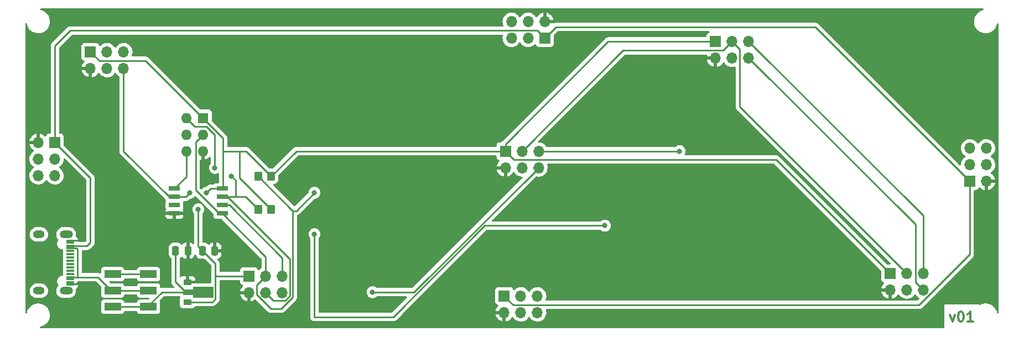
<source format=gtl>
%TF.GenerationSoftware,KiCad,Pcbnew,(6.0.6-0)*%
%TF.CreationDate,2022-08-20T19:49:00-04:00*%
%TF.ProjectId,SAO_Platform,53414f5f-506c-4617-9466-6f726d2e6b69,rev?*%
%TF.SameCoordinates,Original*%
%TF.FileFunction,Copper,L1,Top*%
%TF.FilePolarity,Positive*%
%FSLAX46Y46*%
G04 Gerber Fmt 4.6, Leading zero omitted, Abs format (unit mm)*
G04 Created by KiCad (PCBNEW (6.0.6-0)) date 2022-08-20 19:49:00*
%MOMM*%
%LPD*%
G01*
G04 APERTURE LIST*
G04 Aperture macros list*
%AMRoundRect*
0 Rectangle with rounded corners*
0 $1 Rounding radius*
0 $2 $3 $4 $5 $6 $7 $8 $9 X,Y pos of 4 corners*
0 Add a 4 corners polygon primitive as box body*
4,1,4,$2,$3,$4,$5,$6,$7,$8,$9,$2,$3,0*
0 Add four circle primitives for the rounded corners*
1,1,$1+$1,$2,$3*
1,1,$1+$1,$4,$5*
1,1,$1+$1,$6,$7*
1,1,$1+$1,$8,$9*
0 Add four rect primitives between the rounded corners*
20,1,$1+$1,$2,$3,$4,$5,0*
20,1,$1+$1,$4,$5,$6,$7,0*
20,1,$1+$1,$6,$7,$8,$9,0*
20,1,$1+$1,$8,$9,$2,$3,0*%
%AMFreePoly0*
4,1,9,3.862500,-0.866500,0.737500,-0.866500,0.737500,-0.450000,-0.737500,-0.450000,-0.737500,0.450000,0.737500,0.450000,0.737500,0.866500,3.862500,0.866500,3.862500,-0.866500,3.862500,-0.866500,$1*%
G04 Aperture macros list end*
%ADD10C,0.300000*%
%TA.AperFunction,NonConductor*%
%ADD11C,0.300000*%
%TD*%
%TA.AperFunction,ComponentPad*%
%ADD12O,2.000000X1.200000*%
%TD*%
%TA.AperFunction,ComponentPad*%
%ADD13O,1.800000X1.200000*%
%TD*%
%TA.AperFunction,SMDPad,CuDef*%
%ADD14R,1.300000X0.300000*%
%TD*%
%TA.AperFunction,ComponentPad*%
%ADD15R,1.700000X1.700000*%
%TD*%
%TA.AperFunction,ComponentPad*%
%ADD16O,1.700000X1.700000*%
%TD*%
%TA.AperFunction,SMDPad,CuDef*%
%ADD17RoundRect,0.250000X-0.350000X-0.450000X0.350000X-0.450000X0.350000X0.450000X-0.350000X0.450000X0*%
%TD*%
%TA.AperFunction,SMDPad,CuDef*%
%ADD18R,1.300000X0.900000*%
%TD*%
%TA.AperFunction,SMDPad,CuDef*%
%ADD19FreePoly0,0.000000*%
%TD*%
%TA.AperFunction,SMDPad,CuDef*%
%ADD20R,2.500000X1.200000*%
%TD*%
%TA.AperFunction,SMDPad,CuDef*%
%ADD21RoundRect,0.250000X-0.250000X-0.475000X0.250000X-0.475000X0.250000X0.475000X-0.250000X0.475000X0*%
%TD*%
%TA.AperFunction,SMDPad,CuDef*%
%ADD22R,1.700000X0.650000*%
%TD*%
%TA.AperFunction,ComponentPad*%
%ADD23O,1.600000X1.600000*%
%TD*%
%TA.AperFunction,ComponentPad*%
%ADD24R,1.600000X1.600000*%
%TD*%
%TA.AperFunction,ViaPad*%
%ADD25C,0.800000*%
%TD*%
%TA.AperFunction,Conductor*%
%ADD26C,0.254000*%
%TD*%
G04 APERTURE END LIST*
D10*
D11*
X242054285Y-97468571D02*
X242411428Y-98468571D01*
X242768571Y-97468571D01*
X243625714Y-96968571D02*
X243768571Y-96968571D01*
X243911428Y-97040000D01*
X243982857Y-97111428D01*
X244054285Y-97254285D01*
X244125714Y-97540000D01*
X244125714Y-97897142D01*
X244054285Y-98182857D01*
X243982857Y-98325714D01*
X243911428Y-98397142D01*
X243768571Y-98468571D01*
X243625714Y-98468571D01*
X243482857Y-98397142D01*
X243411428Y-98325714D01*
X243340000Y-98182857D01*
X243268571Y-97897142D01*
X243268571Y-97540000D01*
X243340000Y-97254285D01*
X243411428Y-97111428D01*
X243482857Y-97040000D01*
X243625714Y-96968571D01*
X245554285Y-98468571D02*
X244697142Y-98468571D01*
X245125714Y-98468571D02*
X245125714Y-96968571D01*
X244982857Y-97182857D01*
X244840000Y-97325714D01*
X244697142Y-97397142D01*
D12*
%TO.P,J1,1*%
%TO.N,N/C*%
X106778230Y-85112098D03*
%TO.P,J1,2*%
X106778230Y-93752098D03*
D13*
%TO.P,J1,3*%
X102598230Y-85112098D03*
%TO.P,J1,4*%
X102598230Y-93752098D03*
D14*
%TO.P,J1,A1,GND*%
%TO.N,GND*%
X107428230Y-86082098D03*
%TO.P,J1,A4,VBUS*%
%TO.N,Net-(J1-PadA4)*%
X107428230Y-86882098D03*
%TO.P,J1,A5,CC1*%
%TO.N,unconnected-(J1-PadA5)*%
X107428230Y-88182098D03*
%TO.P,J1,A6,DP1*%
%TO.N,unconnected-(J1-PadA6)*%
X107428230Y-89182098D03*
%TO.P,J1,A7,DN1*%
%TO.N,unconnected-(J1-PadA7)*%
X107428230Y-89682098D03*
%TO.P,J1,A8,SUB1*%
%TO.N,unconnected-(J1-PadA8)*%
X107428230Y-90682098D03*
%TO.P,J1,A9,VBUS*%
%TO.N,Net-(J1-PadA4)*%
X107428230Y-91982098D03*
%TO.P,J1,A12,GND*%
%TO.N,GND*%
X107428230Y-92782098D03*
%TO.P,J1,B1,GND*%
X107428230Y-92482098D03*
%TO.P,J1,B4,VBUS*%
%TO.N,Net-(J1-PadA4)*%
X107428230Y-91682098D03*
%TO.P,J1,B5,CC2*%
%TO.N,unconnected-(J1-PadB5)*%
X107428230Y-91182098D03*
%TO.P,J1,B6,DP2*%
%TO.N,unconnected-(J1-PadB6)*%
X107428230Y-90182098D03*
%TO.P,J1,B7,DN2*%
%TO.N,unconnected-(J1-PadB7)*%
X107428230Y-88682098D03*
%TO.P,J1,B8,SUB2*%
%TO.N,unconnected-(J1-PadB8)*%
X107428230Y-87682098D03*
%TO.P,J1,B9,VBUS*%
%TO.N,Net-(J1-PadA4)*%
X107428230Y-87182098D03*
%TO.P,J1,B12,GND*%
%TO.N,GND*%
X107428230Y-86382098D03*
%TD*%
D15*
%TO.P,J9,1,Pin_1*%
%TO.N,Net-(C2-Pad1)*%
X232866142Y-91093078D03*
D16*
%TO.P,J9,2,Pin_2*%
%TO.N,GND*%
X232866142Y-93633078D03*
%TO.P,J9,3,Pin_3*%
%TO.N,/SDA_LOCAL*%
X235406142Y-91093078D03*
%TO.P,J9,4,Pin_4*%
%TO.N,/SCL_LOCAL*%
X235406142Y-93633078D03*
%TO.P,J9,5,Pin_5*%
%TO.N,/GPIO_1_LOCAL*%
X237946142Y-91093078D03*
%TO.P,J9,6,Pin_6*%
%TO.N,/GPIO_2_LOCAL*%
X237946142Y-93633078D03*
%TD*%
D15*
%TO.P,J5,1,Pin_1*%
%TO.N,Net-(J1-PadA4)*%
X173819798Y-94565274D03*
D16*
%TO.P,J5,2,Pin_2*%
%TO.N,GND*%
X173819798Y-97105274D03*
%TO.P,J5,3,Pin_3*%
%TO.N,unconnected-(J5-Pad3)*%
X176359798Y-94565274D03*
%TO.P,J5,4,Pin_4*%
%TO.N,unconnected-(J5-Pad4)*%
X176359798Y-97105274D03*
%TO.P,J5,5,Pin_5*%
%TO.N,unconnected-(J5-Pad5)*%
X178899798Y-94565274D03*
%TO.P,J5,6,Pin_6*%
%TO.N,unconnected-(J5-Pad6)*%
X178899798Y-97105274D03*
%TD*%
D15*
%TO.P,J7,1,Pin_1*%
%TO.N,Net-(C2-Pad1)*%
X134755466Y-91504135D03*
D16*
%TO.P,J7,2,Pin_2*%
%TO.N,GND*%
X134755466Y-94044135D03*
%TO.P,J7,3,Pin_3*%
%TO.N,/SDA_LOCAL*%
X137295466Y-91504135D03*
%TO.P,J7,4,Pin_4*%
%TO.N,/SCL_LOCAL*%
X137295466Y-94044135D03*
%TO.P,J7,5,Pin_5*%
%TO.N,/GPIO_1_LOCAL*%
X139835466Y-91504135D03*
%TO.P,J7,6,Pin_6*%
%TO.N,/GPIO_2_LOCAL*%
X139835466Y-94044135D03*
%TD*%
D15*
%TO.P,J10,1,Pin_1*%
%TO.N,Net-(C2-Pad1)*%
X206162458Y-55553506D03*
D16*
%TO.P,J10,2,Pin_2*%
%TO.N,GND*%
X206162458Y-58093506D03*
%TO.P,J10,3,Pin_3*%
%TO.N,/SDA_LOCAL*%
X208702458Y-55553506D03*
%TO.P,J10,4,Pin_4*%
%TO.N,/SCL_LOCAL*%
X208702458Y-58093506D03*
%TO.P,J10,5,Pin_5*%
%TO.N,/GPIO_1_LOCAL*%
X211242458Y-55553506D03*
%TO.P,J10,6,Pin_6*%
%TO.N,/GPIO_2_LOCAL*%
X211242458Y-58093506D03*
%TD*%
D17*
%TO.P,R2,1*%
%TO.N,/SCL_LOCAL*%
X136160000Y-81280000D03*
%TO.P,R2,2*%
%TO.N,Net-(C2-Pad1)*%
X138160000Y-81280000D03*
%TD*%
D15*
%TO.P,J4,1,Pin_1*%
%TO.N,Net-(J1-PadA4)*%
X245065974Y-76985283D03*
D16*
%TO.P,J4,2,Pin_2*%
%TO.N,GND*%
X247605974Y-76985283D03*
%TO.P,J4,3,Pin_3*%
%TO.N,unconnected-(J4-Pad3)*%
X245065974Y-74445283D03*
%TO.P,J4,4,Pin_4*%
%TO.N,unconnected-(J4-Pad4)*%
X247605974Y-74445283D03*
%TO.P,J4,5,Pin_5*%
%TO.N,unconnected-(J4-Pad5)*%
X245065974Y-71905283D03*
%TO.P,J4,6,Pin_6*%
%TO.N,unconnected-(J4-Pad6)*%
X247605974Y-71905283D03*
%TD*%
D15*
%TO.P,J6,1,Pin_1*%
%TO.N,Net-(C2-Pad1)*%
X110490000Y-57150000D03*
D16*
%TO.P,J6,2,Pin_2*%
%TO.N,GND*%
X110490000Y-59690000D03*
%TO.P,J6,3,Pin_3*%
%TO.N,/SDA_LOCAL*%
X113030000Y-57150000D03*
%TO.P,J6,4,Pin_4*%
%TO.N,/SCL_LOCAL*%
X113030000Y-59690000D03*
%TO.P,J6,5,Pin_5*%
%TO.N,/GPIO_1_LOCAL*%
X115570000Y-57150000D03*
%TO.P,J6,6,Pin_6*%
%TO.N,/GPIO_2_LOCAL*%
X115570000Y-59690000D03*
%TD*%
D15*
%TO.P,J8,1,Pin_1*%
%TO.N,Net-(C2-Pad1)*%
X174005000Y-72370000D03*
D16*
%TO.P,J8,2,Pin_2*%
%TO.N,GND*%
X174005000Y-74910000D03*
%TO.P,J8,3,Pin_3*%
%TO.N,/SDA_LOCAL*%
X176545000Y-72370000D03*
%TO.P,J8,4,Pin_4*%
%TO.N,/SCL_LOCAL*%
X176545000Y-74910000D03*
%TO.P,J8,5,Pin_5*%
%TO.N,/GPIO_1_LOCAL*%
X179085000Y-72370000D03*
%TO.P,J8,6,Pin_6*%
%TO.N,/GPIO_2_LOCAL*%
X179085000Y-74910000D03*
%TD*%
D15*
%TO.P,J3,1,Pin_1*%
%TO.N,Net-(J1-PadA4)*%
X180008901Y-55047888D03*
D16*
%TO.P,J3,2,Pin_2*%
%TO.N,GND*%
X180008901Y-52507888D03*
%TO.P,J3,3,Pin_3*%
%TO.N,unconnected-(J3-Pad3)*%
X177468901Y-55047888D03*
%TO.P,J3,4,Pin_4*%
%TO.N,unconnected-(J3-Pad4)*%
X177468901Y-52507888D03*
%TO.P,J3,5,Pin_5*%
%TO.N,unconnected-(J3-Pad5)*%
X174928901Y-55047888D03*
%TO.P,J3,6,Pin_6*%
%TO.N,unconnected-(J3-Pad6)*%
X174928901Y-52507888D03*
%TD*%
D18*
%TO.P,VR1,1,GND*%
%TO.N,GND*%
X125350000Y-92480000D03*
D19*
%TO.P,VR1,2,Vin*%
%TO.N,Net-(C1-Pad1)*%
X125437500Y-93980000D03*
D18*
%TO.P,VR1,3,Vout*%
%TO.N,Net-(C2-Pad1)*%
X125350000Y-95480000D03*
%TD*%
D20*
%TO.P,SW1,1,A*%
%TO.N,Net-(C1-Pad1)*%
X113880000Y-96206971D03*
X119380000Y-96206971D03*
%TO.P,SW1,2,B*%
%TO.N,Net-(J1-PadA4)*%
X119380000Y-93706971D03*
X113880000Y-93706971D03*
%TO.P,SW1,3,C*%
%TO.N,unconnected-(SW1-Pad3)*%
X113880000Y-91206971D03*
X119380000Y-91206971D03*
%TD*%
D15*
%TO.P,J2,1,Pin_1*%
%TO.N,Net-(J1-PadA4)*%
X105042302Y-71029309D03*
D16*
%TO.P,J2,2,Pin_2*%
%TO.N,GND*%
X102502302Y-71029309D03*
%TO.P,J2,3,Pin_3*%
%TO.N,unconnected-(J2-Pad3)*%
X105042302Y-73569309D03*
%TO.P,J2,4,Pin_4*%
%TO.N,unconnected-(J2-Pad4)*%
X102502302Y-73569309D03*
%TO.P,J2,5,Pin_5*%
%TO.N,unconnected-(J2-Pad5)*%
X105042302Y-76109309D03*
%TO.P,J2,6,Pin_6*%
%TO.N,unconnected-(J2-Pad6)*%
X102502302Y-76109309D03*
%TD*%
D21*
%TO.P,C2,1*%
%TO.N,Net-(C2-Pad1)*%
X127640000Y-87630000D03*
%TO.P,C2,2*%
%TO.N,GND*%
X129540000Y-87630000D03*
%TD*%
D22*
%TO.P,U2,1,~{RESET}/PB5*%
%TO.N,Net-(J11-Pad5)*%
X123350000Y-78105000D03*
%TO.P,U2,2,XTAL1/PB3*%
%TO.N,/GPIO_2_LOCAL*%
X123350000Y-79375000D03*
%TO.P,U2,3,XTAL2/PB4*%
%TO.N,unconnected-(U2-Pad3)*%
X123350000Y-80645000D03*
%TO.P,U2,4,GND*%
%TO.N,GND*%
X123350000Y-81915000D03*
%TO.P,U2,5,AREF/PB0*%
%TO.N,/SDA_LOCAL*%
X130650000Y-81915000D03*
%TO.P,U2,6,PB1*%
%TO.N,/GPIO_1_LOCAL*%
X130650000Y-80645000D03*
%TO.P,U2,7,PB2*%
%TO.N,/SCL_LOCAL*%
X130650000Y-79375000D03*
%TO.P,U2,8,VCC*%
%TO.N,Net-(C2-Pad1)*%
X130650000Y-78105000D03*
%TD*%
D17*
%TO.P,R1,1*%
%TO.N,/SDA_LOCAL*%
X136160000Y-76200000D03*
%TO.P,R1,2*%
%TO.N,Net-(C2-Pad1)*%
X138160000Y-76200000D03*
%TD*%
D21*
%TO.P,C1,1*%
%TO.N,Net-(C1-Pad1)*%
X123510000Y-87630000D03*
%TO.P,C1,2*%
%TO.N,GND*%
X125410000Y-87630000D03*
%TD*%
D23*
%TO.P,J11,1,MISO*%
%TO.N,/GPIO_1_LOCAL*%
X125195027Y-67310000D03*
D24*
%TO.P,J11,2,VCC*%
%TO.N,Net-(C2-Pad1)*%
X127735027Y-67310000D03*
D23*
%TO.P,J11,3,SCK*%
%TO.N,/SCL_LOCAL*%
X125195027Y-69850000D03*
%TO.P,J11,4,MOSI*%
%TO.N,/SDA_LOCAL*%
X127735027Y-69850000D03*
%TO.P,J11,5,~{RST}*%
%TO.N,Net-(J11-Pad5)*%
X125195027Y-72390000D03*
%TO.P,J11,6,GND*%
%TO.N,GND*%
X127735027Y-72390000D03*
%TD*%
D25*
%TO.N,Net-(C2-Pad1)*%
X128270000Y-78740000D03*
X127000000Y-81280000D03*
%TO.N,/GPIO_1_LOCAL*%
X129540000Y-74930000D03*
X144780000Y-85090000D03*
X189230000Y-83780000D03*
X200640000Y-72370000D03*
%TO.N,/SCL_LOCAL*%
X132080000Y-76200000D03*
%TO.N,/SDA_LOCAL*%
X144780000Y-78740000D03*
%TO.N,/GPIO_2_LOCAL*%
X153670000Y-93980000D03*
X125730000Y-78740000D03*
%TD*%
D26*
%TO.N,Net-(C1-Pad1)*%
X119190656Y-96206971D02*
X121417627Y-93980000D01*
X125096000Y-93980000D02*
X125437500Y-93980000D01*
X123510000Y-87630000D02*
X123510000Y-92394000D01*
X121417627Y-93980000D02*
X125437500Y-93980000D01*
X113690656Y-96206971D02*
X119190656Y-96206971D01*
X123510000Y-92394000D02*
X125096000Y-93980000D01*
%TO.N,unconnected-(SW1-Pad3)*%
X113690656Y-91206971D02*
X119190656Y-91206971D01*
%TO.N,Net-(C2-Pad1)*%
X175276449Y-73641449D02*
X174005000Y-72370000D01*
X141990000Y-72370000D02*
X138160000Y-76200000D01*
X232866142Y-91093078D02*
X215414513Y-73641449D01*
X129627000Y-94981950D02*
X129627000Y-91353000D01*
X128270000Y-78740000D02*
X128905000Y-78105000D01*
X134350000Y-72390000D02*
X133350000Y-72390000D01*
X125350000Y-95480000D02*
X129128950Y-95480000D01*
X134755466Y-91504135D02*
X129778135Y-91504135D01*
X133350000Y-76470000D02*
X138160000Y-81280000D01*
X111853000Y-58513000D02*
X118938027Y-58513000D01*
X130810000Y-77945000D02*
X130650000Y-78105000D01*
X138160000Y-76200000D02*
X134350000Y-72390000D01*
X129128950Y-95480000D02*
X129627000Y-94981950D01*
X130810000Y-72390000D02*
X130810000Y-77945000D01*
X118938027Y-58513000D02*
X127735027Y-67310000D01*
X129627000Y-91353000D02*
X129627000Y-89617000D01*
X215414513Y-73641449D02*
X175276449Y-73641449D01*
X174005000Y-72370000D02*
X141990000Y-72370000D01*
X130810000Y-70384973D02*
X130810000Y-72390000D01*
X129627000Y-89617000D02*
X127640000Y-87630000D01*
X174005000Y-72370000D02*
X174005000Y-71266000D01*
X133350000Y-72390000D02*
X133350000Y-76470000D01*
X110490000Y-57150000D02*
X111853000Y-58513000D01*
X127640000Y-87630000D02*
X127000000Y-86990000D01*
X127000000Y-86990000D02*
X127000000Y-81280000D01*
X129778135Y-91504135D02*
X129627000Y-91353000D01*
X127735027Y-67310000D02*
X130810000Y-70384973D01*
X189717494Y-55553506D02*
X206162458Y-55553506D01*
X174005000Y-71266000D02*
X189717494Y-55553506D01*
X128905000Y-78105000D02*
X130650000Y-78105000D01*
X133350000Y-72390000D02*
X130810000Y-72390000D01*
%TO.N,/GPIO_1_LOCAL*%
X131754000Y-80645000D02*
X130650000Y-80645000D01*
X126465027Y-68580000D02*
X128270000Y-68580000D01*
X179085000Y-72370000D02*
X200640000Y-72370000D01*
X139835466Y-88726466D02*
X131754000Y-80645000D01*
X139835466Y-91504135D02*
X139835466Y-88726466D01*
X211242458Y-55553506D02*
X237946142Y-82257190D01*
X189230000Y-83780000D02*
X170857052Y-83780000D01*
X156847052Y-97790000D02*
X144780000Y-97790000D01*
X125195027Y-67310000D02*
X126465027Y-68580000D01*
X144780000Y-97790000D02*
X144780000Y-85090000D01*
X170857052Y-83780000D02*
X156847052Y-97790000D01*
X128270000Y-68580000D02*
X129540000Y-69850000D01*
X129540000Y-69850000D02*
X129540000Y-74930000D01*
X237946142Y-82257190D02*
X237946142Y-91093078D01*
%TO.N,/SCL_LOCAL*%
X134255000Y-79375000D02*
X132715000Y-79375000D01*
X132715000Y-79375000D02*
X130650000Y-79375000D01*
X130650000Y-79375000D02*
X131445000Y-79375000D01*
X138472466Y-95221135D02*
X137295466Y-94044135D01*
X136160000Y-81280000D02*
X134255000Y-79375000D01*
X140322996Y-95221135D02*
X138472466Y-95221135D01*
X141012466Y-88942466D02*
X141012466Y-94531665D01*
X131445000Y-79375000D02*
X141012466Y-88942466D01*
X141012466Y-94531665D02*
X140322996Y-95221135D01*
X132715000Y-76835000D02*
X132080000Y-76200000D01*
X132715000Y-79375000D02*
X132715000Y-76835000D01*
%TO.N,/SDA_LOCAL*%
X191998494Y-56916506D02*
X207339458Y-56916506D01*
X208702458Y-55553506D02*
X209879458Y-56730506D01*
X141466466Y-94753534D02*
X139700000Y-96520000D01*
X130175000Y-81915000D02*
X130650000Y-81915000D01*
X138106801Y-96520000D02*
X135932466Y-94345665D01*
X135932466Y-92867135D02*
X137295466Y-91504135D01*
X141466466Y-81506466D02*
X141466466Y-94753534D01*
X209879458Y-56730506D02*
X209879458Y-65566394D01*
X142013534Y-81506466D02*
X141466466Y-81506466D01*
X127735027Y-69850000D02*
X126608027Y-70977000D01*
X144780000Y-78740000D02*
X142013534Y-81506466D01*
X137295466Y-88560466D02*
X130650000Y-81915000D01*
X126608027Y-70977000D02*
X126608027Y-78348027D01*
X139700000Y-96520000D02*
X138106801Y-96520000D01*
X207339458Y-56916506D02*
X208702458Y-55553506D01*
X137295466Y-91504135D02*
X137295466Y-88560466D01*
X176545000Y-72370000D02*
X191998494Y-56916506D01*
X135932466Y-94345665D02*
X135932466Y-92867135D01*
X136160000Y-76200000D02*
X141466466Y-81506466D01*
X209879458Y-65566394D02*
X235406142Y-91093078D01*
X126608027Y-78348027D02*
X130175000Y-81915000D01*
%TO.N,/GPIO_2_LOCAL*%
X236769142Y-92456078D02*
X237946142Y-93633078D01*
X125095000Y-79375000D02*
X123350000Y-79375000D01*
X236769142Y-83620190D02*
X236769142Y-92456078D01*
X122555000Y-79375000D02*
X123350000Y-79375000D01*
X160015000Y-93980000D02*
X179085000Y-74910000D01*
X125730000Y-78740000D02*
X125095000Y-79375000D01*
X115570000Y-72390000D02*
X122555000Y-79375000D01*
X153670000Y-93980000D02*
X160015000Y-93980000D01*
X115570000Y-59690000D02*
X115570000Y-72390000D01*
X211242458Y-58093506D02*
X236769142Y-83620190D01*
%TO.N,Net-(J1-PadA4)*%
X245065974Y-76985283D02*
X245065974Y-88177776D01*
X111665783Y-91682098D02*
X113690656Y-93706971D01*
X105042302Y-71029309D02*
X105042302Y-56247698D01*
X107428230Y-87182098D02*
X108332230Y-87182098D01*
X108332230Y-87182098D02*
X108543576Y-87393444D01*
X110490000Y-76477007D02*
X110490000Y-86360000D01*
X107428230Y-91982098D02*
X107105230Y-91659098D01*
X180008901Y-55047888D02*
X181716789Y-53340000D01*
X105042302Y-56247698D02*
X107419112Y-53870888D01*
X178831901Y-53870888D02*
X180008901Y-55047888D01*
X237315476Y-95928274D02*
X175182798Y-95928274D01*
X109967902Y-86882098D02*
X107428230Y-86882098D01*
X221420691Y-53340000D02*
X245065974Y-76985283D01*
X107428230Y-91682098D02*
X108543576Y-91682098D01*
X181716789Y-53340000D02*
X221420691Y-53340000D01*
X175182798Y-95928274D02*
X173819798Y-94565274D01*
X108543576Y-91682098D02*
X111665783Y-91682098D01*
X107419112Y-53870888D02*
X178831901Y-53870888D01*
X105042302Y-71029309D02*
X110490000Y-76477007D01*
X245065974Y-88177776D02*
X237315476Y-95928274D01*
X110490000Y-86360000D02*
X109967902Y-86882098D01*
X108543576Y-87393444D02*
X108543576Y-91682098D01*
X113690656Y-93706971D02*
X119190656Y-93706971D01*
%TO.N,Net-(J11-Pad5)*%
X125195027Y-76259973D02*
X123350000Y-78105000D01*
X125195027Y-72390000D02*
X125195027Y-76259973D01*
%TD*%
%TA.AperFunction,Conductor*%
%TO.N,GND*%
G36*
X247162148Y-50528502D02*
G01*
X247208641Y-50582158D01*
X247218745Y-50652432D01*
X247189251Y-50717012D01*
X247129525Y-50755396D01*
X247129190Y-50755481D01*
X247129192Y-50755486D01*
X246875410Y-50829457D01*
X246871163Y-50831415D01*
X246871160Y-50831416D01*
X246780950Y-50873004D01*
X246635348Y-50940127D01*
X246631439Y-50942690D01*
X246418195Y-51082499D01*
X246418190Y-51082503D01*
X246414282Y-51085065D01*
X246410790Y-51088182D01*
X246224898Y-51254097D01*
X246217067Y-51261086D01*
X246048036Y-51464324D01*
X245910901Y-51690314D01*
X245909095Y-51694622D01*
X245909094Y-51694623D01*
X245820233Y-51906534D01*
X245808677Y-51934091D01*
X245807526Y-51938623D01*
X245807525Y-51938626D01*
X245787038Y-52019294D01*
X245743608Y-52190301D01*
X245717124Y-52453314D01*
X245718856Y-52489368D01*
X245729807Y-52717352D01*
X245741193Y-52774593D01*
X245770179Y-52920313D01*
X245781378Y-52976616D01*
X245782957Y-52981014D01*
X245782959Y-52981021D01*
X245865159Y-53209965D01*
X245870704Y-53225410D01*
X245872921Y-53229536D01*
X245989727Y-53446923D01*
X245995822Y-53458267D01*
X245998617Y-53462011D01*
X245998619Y-53462013D01*
X246081743Y-53573329D01*
X246153985Y-53670073D01*
X246157292Y-53673351D01*
X246157297Y-53673357D01*
X246256879Y-53772073D01*
X246341718Y-53856174D01*
X246554896Y-54012483D01*
X246559031Y-54014659D01*
X246559035Y-54014661D01*
X246682293Y-54079510D01*
X246788836Y-54135565D01*
X246793255Y-54137108D01*
X246978394Y-54201761D01*
X247038400Y-54222716D01*
X247042993Y-54223588D01*
X247293515Y-54271151D01*
X247293518Y-54271151D01*
X247298104Y-54272022D01*
X247430173Y-54277211D01*
X247557575Y-54282218D01*
X247557581Y-54282218D01*
X247562243Y-54282401D01*
X247825015Y-54253622D01*
X247829526Y-54252434D01*
X247829528Y-54252434D01*
X248076124Y-54187511D01*
X248076126Y-54187510D01*
X248080647Y-54186320D01*
X248086019Y-54184012D01*
X248319229Y-54083817D01*
X248319231Y-54083816D01*
X248323523Y-54081972D01*
X248548307Y-53942871D01*
X248564788Y-53928919D01*
X248746496Y-53775093D01*
X248746498Y-53775091D01*
X248750063Y-53772073D01*
X248924356Y-53573329D01*
X248990092Y-53471132D01*
X249058516Y-53364754D01*
X249067359Y-53351006D01*
X249175930Y-53109988D01*
X249189469Y-53061984D01*
X249244231Y-52867810D01*
X249281972Y-52807676D01*
X249346234Y-52777493D01*
X249416612Y-52786843D01*
X249470762Y-52832759D01*
X249491500Y-52902011D01*
X249491500Y-97114488D01*
X249471498Y-97182609D01*
X249417842Y-97229102D01*
X249347568Y-97239206D01*
X249282988Y-97209712D01*
X249244604Y-97149986D01*
X249242607Y-97142296D01*
X249226694Y-97071969D01*
X249205557Y-96978559D01*
X249203864Y-96974205D01*
X249111442Y-96736542D01*
X249111441Y-96736540D01*
X249109749Y-96732189D01*
X249103051Y-96720469D01*
X249043730Y-96616680D01*
X248978578Y-96502687D01*
X248814925Y-96295094D01*
X248654436Y-96144121D01*
X248625791Y-96117174D01*
X248622385Y-96113970D01*
X248585212Y-96088182D01*
X248409026Y-95965958D01*
X248409021Y-95965955D01*
X248405188Y-95963296D01*
X248400997Y-95961229D01*
X248172294Y-95848445D01*
X248172291Y-95848444D01*
X248168106Y-95846380D01*
X248161056Y-95844123D01*
X247956159Y-95778535D01*
X247916347Y-95765791D01*
X247773825Y-95742580D01*
X247660053Y-95724051D01*
X247660052Y-95724051D01*
X247655441Y-95723300D01*
X247523281Y-95721570D01*
X247395798Y-95719901D01*
X247395795Y-95719901D01*
X247391121Y-95719840D01*
X247129192Y-95755486D01*
X247124702Y-95756795D01*
X247124696Y-95756796D01*
X247031653Y-95783916D01*
X246875410Y-95829457D01*
X246871163Y-95831415D01*
X246871160Y-95831416D01*
X246666230Y-95925890D01*
X246595993Y-95936245D01*
X246531307Y-95906982D01*
X246498500Y-95856135D01*
X246498500Y-95849000D01*
X241181500Y-95849000D01*
X241181500Y-99365500D01*
X241161498Y-99433621D01*
X241107842Y-99480114D01*
X241055500Y-99491500D01*
X102894964Y-99491500D01*
X102826843Y-99471498D01*
X102780350Y-99417842D01*
X102770246Y-99347568D01*
X102799740Y-99282988D01*
X102862884Y-99243652D01*
X103076124Y-99187511D01*
X103076126Y-99187510D01*
X103080647Y-99186320D01*
X103195191Y-99137108D01*
X103319229Y-99083817D01*
X103319231Y-99083816D01*
X103323523Y-99081972D01*
X103548307Y-98942871D01*
X103564788Y-98928919D01*
X103746496Y-98775093D01*
X103746498Y-98775091D01*
X103750063Y-98772073D01*
X103924356Y-98573329D01*
X103998367Y-98458267D01*
X104038633Y-98395666D01*
X104067359Y-98351006D01*
X104175930Y-98109988D01*
X104247683Y-97855570D01*
X104265267Y-97717352D01*
X104280645Y-97596471D01*
X104280645Y-97596465D01*
X104281043Y-97593340D01*
X104283487Y-97500000D01*
X104275180Y-97388213D01*
X104264243Y-97241036D01*
X104264242Y-97241032D01*
X104263897Y-97236384D01*
X104205557Y-96978559D01*
X104203864Y-96974205D01*
X104111442Y-96736542D01*
X104111441Y-96736540D01*
X104109749Y-96732189D01*
X104103051Y-96720469D01*
X104043730Y-96616680D01*
X103978578Y-96502687D01*
X103814925Y-96295094D01*
X103654436Y-96144121D01*
X103625791Y-96117174D01*
X103622385Y-96113970D01*
X103585212Y-96088182D01*
X103409026Y-95965958D01*
X103409021Y-95965955D01*
X103405188Y-95963296D01*
X103400997Y-95961229D01*
X103172294Y-95848445D01*
X103172291Y-95848444D01*
X103168106Y-95846380D01*
X103161056Y-95844123D01*
X102956159Y-95778535D01*
X102916347Y-95765791D01*
X102773825Y-95742580D01*
X102660053Y-95724051D01*
X102660052Y-95724051D01*
X102655441Y-95723300D01*
X102523281Y-95721570D01*
X102395798Y-95719901D01*
X102395795Y-95719901D01*
X102391121Y-95719840D01*
X102129192Y-95755486D01*
X102124702Y-95756795D01*
X102124696Y-95756796D01*
X102031653Y-95783916D01*
X101875410Y-95829457D01*
X101871163Y-95831415D01*
X101871160Y-95831416D01*
X101819417Y-95855270D01*
X101635348Y-95940127D01*
X101617846Y-95951602D01*
X101418195Y-96082499D01*
X101418190Y-96082503D01*
X101414282Y-96085065D01*
X101217067Y-96261086D01*
X101110592Y-96389108D01*
X101062868Y-96446491D01*
X101048036Y-96464324D01*
X100910901Y-96690314D01*
X100909095Y-96694622D01*
X100909094Y-96694623D01*
X100812518Y-96924932D01*
X100808677Y-96934091D01*
X100807526Y-96938623D01*
X100807525Y-96938626D01*
X100756623Y-97139054D01*
X100720468Y-97200155D01*
X100657019Y-97232010D01*
X100586420Y-97224505D01*
X100531087Y-97180023D01*
X100508500Y-97108039D01*
X100508500Y-93697702D01*
X101186017Y-93697702D01*
X101195797Y-93908997D01*
X101197201Y-93914822D01*
X101197201Y-93914823D01*
X101236209Y-94076680D01*
X101245355Y-94114632D01*
X101247837Y-94120090D01*
X101247838Y-94120094D01*
X101291283Y-94215644D01*
X101332904Y-94307185D01*
X101455284Y-94479709D01*
X101494180Y-94516944D01*
X101581003Y-94600058D01*
X101608080Y-94625979D01*
X101785778Y-94740718D01*
X101827633Y-94757586D01*
X101976398Y-94817540D01*
X101976401Y-94817541D01*
X101981967Y-94819784D01*
X102189567Y-94860326D01*
X102195129Y-94860598D01*
X102951076Y-94860598D01*
X103108796Y-94845550D01*
X103311764Y-94786006D01*
X103340671Y-94771118D01*
X103494479Y-94691902D01*
X103494482Y-94691900D01*
X103499810Y-94689156D01*
X103666150Y-94558494D01*
X103670082Y-94553963D01*
X103670085Y-94553960D01*
X103800851Y-94403265D01*
X103804782Y-94398735D01*
X103807782Y-94393549D01*
X103807785Y-94393545D01*
X103907697Y-94220840D01*
X103910703Y-94215644D01*
X103980091Y-94015827D01*
X103994736Y-93914823D01*
X104009582Y-93812434D01*
X104009582Y-93812431D01*
X104010443Y-93806494D01*
X104000663Y-93595199D01*
X103960819Y-93429872D01*
X103952511Y-93395397D01*
X103952510Y-93395395D01*
X103951105Y-93389564D01*
X103947121Y-93380800D01*
X103872532Y-93216752D01*
X103863556Y-93197011D01*
X103756766Y-93046465D01*
X103744642Y-93029373D01*
X103744641Y-93029372D01*
X103741176Y-93024487D01*
X103588380Y-92878217D01*
X103410682Y-92763478D01*
X103315826Y-92725250D01*
X103220062Y-92686656D01*
X103220059Y-92686655D01*
X103214493Y-92684412D01*
X103006893Y-92643870D01*
X103001331Y-92643598D01*
X102245384Y-92643598D01*
X102087664Y-92658646D01*
X101884696Y-92718190D01*
X101879369Y-92720934D01*
X101879368Y-92720934D01*
X101701981Y-92812294D01*
X101701978Y-92812296D01*
X101696650Y-92815040D01*
X101530310Y-92945702D01*
X101526378Y-92950233D01*
X101526375Y-92950236D01*
X101435084Y-93055440D01*
X101391678Y-93105461D01*
X101388678Y-93110647D01*
X101388675Y-93110651D01*
X101308595Y-93249075D01*
X101285757Y-93288552D01*
X101216369Y-93488369D01*
X101215508Y-93494304D01*
X101215508Y-93494306D01*
X101198048Y-93614729D01*
X101186017Y-93697702D01*
X100508500Y-93697702D01*
X100508500Y-85057702D01*
X101186017Y-85057702D01*
X101195797Y-85268997D01*
X101197201Y-85274822D01*
X101197201Y-85274823D01*
X101242204Y-85461556D01*
X101245355Y-85474632D01*
X101247837Y-85480090D01*
X101247838Y-85480094D01*
X101293645Y-85580840D01*
X101332904Y-85667185D01*
X101455284Y-85839709D01*
X101608080Y-85985979D01*
X101785778Y-86100718D01*
X101845876Y-86124938D01*
X101976398Y-86177540D01*
X101976401Y-86177541D01*
X101981967Y-86179784D01*
X102189567Y-86220326D01*
X102195129Y-86220598D01*
X102951076Y-86220598D01*
X103108796Y-86205550D01*
X103311764Y-86146006D01*
X103395341Y-86102961D01*
X103494479Y-86051902D01*
X103494482Y-86051900D01*
X103499810Y-86049156D01*
X103666150Y-85918494D01*
X103670082Y-85913963D01*
X103670085Y-85913960D01*
X103800851Y-85763265D01*
X103804782Y-85758735D01*
X103807782Y-85753549D01*
X103807785Y-85753545D01*
X103907697Y-85580840D01*
X103910703Y-85575644D01*
X103980091Y-85375827D01*
X103982949Y-85356115D01*
X104009582Y-85172434D01*
X104009582Y-85172431D01*
X104010443Y-85166494D01*
X104000663Y-84955199D01*
X103951105Y-84749564D01*
X103939814Y-84724729D01*
X103869970Y-84571118D01*
X103863556Y-84557011D01*
X103741176Y-84384487D01*
X103588380Y-84238217D01*
X103410682Y-84123478D01*
X103350584Y-84099258D01*
X103220062Y-84046656D01*
X103220059Y-84046655D01*
X103214493Y-84044412D01*
X103006893Y-84003870D01*
X103001331Y-84003598D01*
X102245384Y-84003598D01*
X102087664Y-84018646D01*
X101884696Y-84078190D01*
X101879369Y-84080934D01*
X101879368Y-84080934D01*
X101701981Y-84172294D01*
X101701978Y-84172296D01*
X101696650Y-84175040D01*
X101530310Y-84305702D01*
X101526378Y-84310233D01*
X101526375Y-84310236D01*
X101435032Y-84415500D01*
X101391678Y-84465461D01*
X101388678Y-84470647D01*
X101388675Y-84470651D01*
X101343842Y-84548148D01*
X101285757Y-84648552D01*
X101216369Y-84848369D01*
X101215508Y-84854304D01*
X101215508Y-84854306D01*
X101209783Y-84893794D01*
X101186017Y-85057702D01*
X100508500Y-85057702D01*
X100508500Y-76076004D01*
X101139553Y-76076004D01*
X101139850Y-76081157D01*
X101139850Y-76081160D01*
X101151969Y-76291343D01*
X101152412Y-76299024D01*
X101153549Y-76304070D01*
X101153550Y-76304076D01*
X101169940Y-76376802D01*
X101201524Y-76516948D01*
X101250060Y-76636479D01*
X101283256Y-76718230D01*
X101285568Y-76723925D01*
X101325545Y-76789162D01*
X101399593Y-76909997D01*
X101402289Y-76914397D01*
X101548552Y-77083247D01*
X101720428Y-77225941D01*
X101913302Y-77338647D01*
X101918127Y-77340489D01*
X101918128Y-77340490D01*
X101926974Y-77343868D01*
X102121994Y-77418339D01*
X102127062Y-77419370D01*
X102127065Y-77419371D01*
X102171946Y-77428502D01*
X102340899Y-77462876D01*
X102346074Y-77463066D01*
X102346076Y-77463066D01*
X102558975Y-77470873D01*
X102558979Y-77470873D01*
X102564139Y-77471062D01*
X102569259Y-77470406D01*
X102569261Y-77470406D01*
X102780590Y-77443334D01*
X102780591Y-77443334D01*
X102785718Y-77442677D01*
X102827076Y-77430269D01*
X102994731Y-77379970D01*
X102994736Y-77379968D01*
X102999686Y-77378483D01*
X103200296Y-77280205D01*
X103382162Y-77150482D01*
X103387162Y-77145500D01*
X103536737Y-76996446D01*
X103540398Y-76992798D01*
X103553945Y-76973946D01*
X103670755Y-76811386D01*
X103672078Y-76812337D01*
X103718947Y-76769166D01*
X103788882Y-76756934D01*
X103854328Y-76784453D01*
X103882177Y-76816303D01*
X103942289Y-76914397D01*
X104088552Y-77083247D01*
X104260428Y-77225941D01*
X104453302Y-77338647D01*
X104458127Y-77340489D01*
X104458128Y-77340490D01*
X104466974Y-77343868D01*
X104661994Y-77418339D01*
X104667062Y-77419370D01*
X104667065Y-77419371D01*
X104711946Y-77428502D01*
X104880899Y-77462876D01*
X104886074Y-77463066D01*
X104886076Y-77463066D01*
X105098975Y-77470873D01*
X105098979Y-77470873D01*
X105104139Y-77471062D01*
X105109259Y-77470406D01*
X105109261Y-77470406D01*
X105320590Y-77443334D01*
X105320591Y-77443334D01*
X105325718Y-77442677D01*
X105367076Y-77430269D01*
X105534731Y-77379970D01*
X105534736Y-77379968D01*
X105539686Y-77378483D01*
X105740296Y-77280205D01*
X105922162Y-77150482D01*
X105927162Y-77145500D01*
X106076737Y-76996446D01*
X106080398Y-76992798D01*
X106093945Y-76973946D01*
X106207737Y-76815586D01*
X106210755Y-76811386D01*
X106216725Y-76799308D01*
X106307438Y-76615762D01*
X106307439Y-76615760D01*
X106309732Y-76611120D01*
X106362627Y-76437024D01*
X106373167Y-76402332D01*
X106373167Y-76402330D01*
X106374672Y-76397378D01*
X106403831Y-76175899D01*
X106404014Y-76168419D01*
X106405376Y-76112674D01*
X106405376Y-76112670D01*
X106405458Y-76109309D01*
X106387154Y-75886670D01*
X106332733Y-75670011D01*
X106243656Y-75465149D01*
X106163260Y-75340875D01*
X106125124Y-75281926D01*
X106125122Y-75281923D01*
X106122316Y-75277586D01*
X105971972Y-75112360D01*
X105967921Y-75109161D01*
X105967917Y-75109157D01*
X105800716Y-74977109D01*
X105800712Y-74977107D01*
X105796661Y-74973907D01*
X105755355Y-74951105D01*
X105705386Y-74900673D01*
X105690614Y-74831230D01*
X105715730Y-74764825D01*
X105743082Y-74738218D01*
X105807145Y-74692522D01*
X105922162Y-74610482D01*
X106080398Y-74452798D01*
X106113419Y-74406845D01*
X106207737Y-74275586D01*
X106210755Y-74271386D01*
X106214190Y-74264437D01*
X106307438Y-74075762D01*
X106307439Y-74075760D01*
X106309732Y-74071120D01*
X106374672Y-73857378D01*
X106403831Y-73635899D01*
X106404910Y-73591723D01*
X106426569Y-73524112D01*
X106481344Y-73478943D01*
X106551844Y-73470559D01*
X106619967Y-73505706D01*
X109817595Y-76703334D01*
X109851621Y-76765646D01*
X109854500Y-76792429D01*
X109854500Y-86044577D01*
X109834498Y-86112698D01*
X109817595Y-86133673D01*
X109741573Y-86209694D01*
X109679260Y-86243719D01*
X109652478Y-86246598D01*
X108642166Y-86246598D01*
X108612387Y-86237854D01*
X108611789Y-86240605D01*
X108572682Y-86232098D01*
X108206394Y-86232098D01*
X108188583Y-86230010D01*
X108188546Y-86230353D01*
X108129761Y-86223967D01*
X108126364Y-86223598D01*
X107922115Y-86223598D01*
X107853994Y-86203596D01*
X107807501Y-86149940D01*
X107797397Y-86079666D01*
X107826891Y-86015086D01*
X107844279Y-85998515D01*
X107894569Y-85959012D01*
X107960494Y-85932662D01*
X107972401Y-85932098D01*
X108568114Y-85932098D01*
X108583353Y-85927623D01*
X108584558Y-85926233D01*
X108586229Y-85918550D01*
X108586229Y-85887429D01*
X108585859Y-85880608D01*
X108580335Y-85829746D01*
X108576709Y-85814494D01*
X108531554Y-85694044D01*
X108523016Y-85678449D01*
X108446515Y-85576374D01*
X108433954Y-85563813D01*
X108331876Y-85487310D01*
X108327136Y-85484715D01*
X108276990Y-85434457D01*
X108261976Y-85365066D01*
X108262949Y-85356115D01*
X108289582Y-85172434D01*
X108289582Y-85172431D01*
X108290443Y-85166494D01*
X108280663Y-84955199D01*
X108231105Y-84749564D01*
X108219814Y-84724729D01*
X108149970Y-84571118D01*
X108143556Y-84557011D01*
X108021176Y-84384487D01*
X107868380Y-84238217D01*
X107690682Y-84123478D01*
X107630584Y-84099258D01*
X107500062Y-84046656D01*
X107500059Y-84046655D01*
X107494493Y-84044412D01*
X107286893Y-84003870D01*
X107281331Y-84003598D01*
X106325384Y-84003598D01*
X106167664Y-84018646D01*
X105964696Y-84078190D01*
X105959369Y-84080934D01*
X105959368Y-84080934D01*
X105781981Y-84172294D01*
X105781978Y-84172296D01*
X105776650Y-84175040D01*
X105610310Y-84305702D01*
X105606378Y-84310233D01*
X105606375Y-84310236D01*
X105515032Y-84415500D01*
X105471678Y-84465461D01*
X105468678Y-84470647D01*
X105468675Y-84470651D01*
X105423842Y-84548148D01*
X105365757Y-84648552D01*
X105296369Y-84848369D01*
X105295508Y-84854304D01*
X105295508Y-84854306D01*
X105289783Y-84893794D01*
X105266017Y-85057702D01*
X105275797Y-85268997D01*
X105277201Y-85274822D01*
X105277201Y-85274823D01*
X105322204Y-85461556D01*
X105325355Y-85474632D01*
X105327837Y-85480090D01*
X105327838Y-85480094D01*
X105373645Y-85580840D01*
X105412904Y-85667185D01*
X105535284Y-85839709D01*
X105539617Y-85843857D01*
X105539618Y-85843858D01*
X105550562Y-85854334D01*
X105585939Y-85915888D01*
X105582422Y-85986798D01*
X105567645Y-86016175D01*
X105510190Y-86100718D01*
X105485750Y-86136680D01*
X105483218Y-86143009D01*
X105483217Y-86143012D01*
X105419015Y-86303528D01*
X105416479Y-86309869D01*
X105400357Y-86407257D01*
X105387755Y-86483379D01*
X105386014Y-86493893D01*
X105386371Y-86500709D01*
X105386371Y-86500713D01*
X105389524Y-86560866D01*
X105395777Y-86680165D01*
X105445310Y-86859996D01*
X105532305Y-87024996D01*
X105536710Y-87030209D01*
X105536713Y-87030213D01*
X105648294Y-87162251D01*
X105648298Y-87162255D01*
X105652701Y-87167465D01*
X105658125Y-87171612D01*
X105658126Y-87171613D01*
X105795461Y-87276614D01*
X105795465Y-87276617D01*
X105800882Y-87280758D01*
X105969934Y-87359588D01*
X106151970Y-87400278D01*
X106157139Y-87400567D01*
X106161051Y-87401110D01*
X106225775Y-87430287D01*
X106264451Y-87489824D01*
X106269730Y-87525914D01*
X106269730Y-87880232D01*
X106270099Y-87883627D01*
X106270099Y-87883631D01*
X106273886Y-87918491D01*
X106273886Y-87945704D01*
X106269730Y-87983964D01*
X106269730Y-88380232D01*
X106270099Y-88383627D01*
X106270099Y-88383631D01*
X106273886Y-88418491D01*
X106273886Y-88445705D01*
X106271994Y-88463126D01*
X106269730Y-88483964D01*
X106269730Y-88880232D01*
X106270099Y-88883627D01*
X106270099Y-88883631D01*
X106273886Y-88918491D01*
X106273886Y-88945704D01*
X106269730Y-88983964D01*
X106269730Y-89380232D01*
X106270099Y-89383627D01*
X106270099Y-89383631D01*
X106273886Y-89418491D01*
X106273886Y-89445705D01*
X106271729Y-89465566D01*
X106269730Y-89483964D01*
X106269730Y-89880232D01*
X106270099Y-89883627D01*
X106270099Y-89883631D01*
X106273886Y-89918491D01*
X106273886Y-89945704D01*
X106269730Y-89983964D01*
X106269730Y-90380232D01*
X106270099Y-90383627D01*
X106270099Y-90383631D01*
X106273886Y-90418491D01*
X106273886Y-90445704D01*
X106269730Y-90483964D01*
X106269730Y-90880232D01*
X106270099Y-90883627D01*
X106270099Y-90883631D01*
X106273886Y-90918491D01*
X106273886Y-90945704D01*
X106269730Y-90983964D01*
X106269730Y-91343147D01*
X106249728Y-91411268D01*
X106196072Y-91457761D01*
X106157338Y-91468410D01*
X106111201Y-91473422D01*
X106062793Y-91478681D01*
X105886007Y-91538176D01*
X105726121Y-91634245D01*
X105590594Y-91762406D01*
X105586759Y-91768049D01*
X105525288Y-91858502D01*
X105485750Y-91916680D01*
X105483218Y-91923009D01*
X105483217Y-91923012D01*
X105424299Y-92070318D01*
X105416479Y-92089869D01*
X105406233Y-92151760D01*
X105388714Y-92257586D01*
X105386014Y-92273893D01*
X105386371Y-92280709D01*
X105386371Y-92280713D01*
X105392832Y-92403985D01*
X105395777Y-92460165D01*
X105445310Y-92639996D01*
X105532305Y-92804996D01*
X105558301Y-92835757D01*
X105561386Y-92839408D01*
X105590079Y-92904349D01*
X105579107Y-92974492D01*
X105560317Y-93003313D01*
X105471678Y-93105461D01*
X105468678Y-93110647D01*
X105468675Y-93110651D01*
X105388595Y-93249075D01*
X105365757Y-93288552D01*
X105296369Y-93488369D01*
X105295508Y-93494304D01*
X105295508Y-93494306D01*
X105278048Y-93614729D01*
X105266017Y-93697702D01*
X105275797Y-93908997D01*
X105277201Y-93914822D01*
X105277201Y-93914823D01*
X105316209Y-94076680D01*
X105325355Y-94114632D01*
X105327837Y-94120090D01*
X105327838Y-94120094D01*
X105371283Y-94215644D01*
X105412904Y-94307185D01*
X105535284Y-94479709D01*
X105574180Y-94516944D01*
X105661003Y-94600058D01*
X105688080Y-94625979D01*
X105865778Y-94740718D01*
X105907633Y-94757586D01*
X106056398Y-94817540D01*
X106056401Y-94817541D01*
X106061967Y-94819784D01*
X106269567Y-94860326D01*
X106275129Y-94860598D01*
X107231076Y-94860598D01*
X107388796Y-94845550D01*
X107591764Y-94786006D01*
X107620671Y-94771118D01*
X107774479Y-94691902D01*
X107774482Y-94691900D01*
X107779810Y-94689156D01*
X107946150Y-94558494D01*
X107950082Y-94553963D01*
X107950085Y-94553960D01*
X108080851Y-94403265D01*
X108084782Y-94398735D01*
X108087782Y-94393549D01*
X108087785Y-94393545D01*
X108187697Y-94220840D01*
X108190703Y-94215644D01*
X108260091Y-94015827D01*
X108274736Y-93914823D01*
X108289582Y-93812434D01*
X108289582Y-93812431D01*
X108290443Y-93806494D01*
X108280663Y-93595199D01*
X108275107Y-93572144D01*
X108262743Y-93520840D01*
X108266228Y-93449929D01*
X108307498Y-93392160D01*
X108324726Y-93380800D01*
X108331879Y-93376884D01*
X108433954Y-93300383D01*
X108446515Y-93287822D01*
X108523016Y-93185747D01*
X108531554Y-93170152D01*
X108576708Y-93049704D01*
X108580335Y-93034449D01*
X108585861Y-92983584D01*
X108586230Y-92976770D01*
X108586230Y-92950213D01*
X108581755Y-92934974D01*
X108580365Y-92933769D01*
X108572682Y-92932098D01*
X107975253Y-92932098D01*
X107907132Y-92912096D01*
X107888122Y-92897116D01*
X107888110Y-92897104D01*
X107868380Y-92878217D01*
X107863345Y-92874966D01*
X107863339Y-92874961D01*
X107859447Y-92872448D01*
X107813070Y-92818692D01*
X107803119Y-92748396D01*
X107832752Y-92683879D01*
X107892561Y-92645625D01*
X107927797Y-92640598D01*
X108126364Y-92640598D01*
X108131906Y-92639996D01*
X108180695Y-92634696D01*
X108180696Y-92634696D01*
X108188546Y-92633843D01*
X108195935Y-92631073D01*
X108195939Y-92631072D01*
X108316527Y-92585865D01*
X108324935Y-92582713D01*
X108441491Y-92495359D01*
X108528845Y-92378803D01*
X108529134Y-92379019D01*
X108575295Y-92332959D01*
X108601246Y-92322375D01*
X108601299Y-92322360D01*
X108635612Y-92317598D01*
X111350360Y-92317598D01*
X111418481Y-92337600D01*
X111439456Y-92354503D01*
X112084596Y-92999644D01*
X112118621Y-93061956D01*
X112121500Y-93088739D01*
X112121500Y-94355105D01*
X112128255Y-94417287D01*
X112179385Y-94553676D01*
X112266739Y-94670232D01*
X112383295Y-94757586D01*
X112519684Y-94808716D01*
X112581866Y-94815471D01*
X115178134Y-94815471D01*
X115240316Y-94808716D01*
X115376705Y-94757586D01*
X115493261Y-94670232D01*
X115580615Y-94553676D01*
X115583768Y-94545266D01*
X115629138Y-94424242D01*
X115671779Y-94367477D01*
X115738341Y-94342777D01*
X115747120Y-94342471D01*
X117512880Y-94342471D01*
X117581001Y-94362473D01*
X117627494Y-94416129D01*
X117630862Y-94424242D01*
X117676232Y-94545266D01*
X117679385Y-94553676D01*
X117766739Y-94670232D01*
X117883295Y-94757586D01*
X118019684Y-94808716D01*
X118081866Y-94815471D01*
X119379233Y-94815471D01*
X119447354Y-94835473D01*
X119493847Y-94889129D01*
X119503951Y-94959403D01*
X119474457Y-95023983D01*
X119468328Y-95030566D01*
X119437328Y-95061566D01*
X119375016Y-95095592D01*
X119348233Y-95098471D01*
X118081866Y-95098471D01*
X118019684Y-95105226D01*
X117883295Y-95156356D01*
X117766739Y-95243710D01*
X117679385Y-95360266D01*
X117676233Y-95368674D01*
X117676232Y-95368676D01*
X117630862Y-95489700D01*
X117588221Y-95546465D01*
X117521659Y-95571165D01*
X117512880Y-95571471D01*
X115747120Y-95571471D01*
X115678999Y-95551469D01*
X115632506Y-95497813D01*
X115629138Y-95489700D01*
X115583768Y-95368676D01*
X115583767Y-95368674D01*
X115580615Y-95360266D01*
X115493261Y-95243710D01*
X115376705Y-95156356D01*
X115240316Y-95105226D01*
X115178134Y-95098471D01*
X112581866Y-95098471D01*
X112519684Y-95105226D01*
X112383295Y-95156356D01*
X112266739Y-95243710D01*
X112179385Y-95360266D01*
X112128255Y-95496655D01*
X112121500Y-95558837D01*
X112121500Y-96855105D01*
X112128255Y-96917287D01*
X112179385Y-97053676D01*
X112266739Y-97170232D01*
X112383295Y-97257586D01*
X112519684Y-97308716D01*
X112581866Y-97315471D01*
X115178134Y-97315471D01*
X115240316Y-97308716D01*
X115376705Y-97257586D01*
X115493261Y-97170232D01*
X115580615Y-97053676D01*
X115584979Y-97042036D01*
X115629138Y-96924242D01*
X115671779Y-96867477D01*
X115738341Y-96842777D01*
X115747120Y-96842471D01*
X117512880Y-96842471D01*
X117581001Y-96862473D01*
X117627494Y-96916129D01*
X117630862Y-96924242D01*
X117675021Y-97042036D01*
X117679385Y-97053676D01*
X117766739Y-97170232D01*
X117883295Y-97257586D01*
X118019684Y-97308716D01*
X118081866Y-97315471D01*
X120678134Y-97315471D01*
X120740316Y-97308716D01*
X120876705Y-97257586D01*
X120993261Y-97170232D01*
X121080615Y-97053676D01*
X121131745Y-96917287D01*
X121138500Y-96855105D01*
X121138500Y-95558837D01*
X121131745Y-95496655D01*
X121080615Y-95360266D01*
X121075234Y-95353087D01*
X121073896Y-95350642D01*
X121058727Y-95281285D01*
X121083464Y-95214737D01*
X121095321Y-95201039D01*
X121643955Y-94652405D01*
X121706267Y-94618379D01*
X121733050Y-94615500D01*
X124130490Y-94615500D01*
X124198611Y-94635502D01*
X124245104Y-94689158D01*
X124255208Y-94759432D01*
X124248472Y-94785729D01*
X124201029Y-94912282D01*
X124201027Y-94912288D01*
X124198255Y-94919684D01*
X124191500Y-94981866D01*
X124191500Y-95978134D01*
X124198255Y-96040316D01*
X124249385Y-96176705D01*
X124336739Y-96293261D01*
X124453295Y-96380615D01*
X124589684Y-96431745D01*
X124651866Y-96438500D01*
X126048134Y-96438500D01*
X126110316Y-96431745D01*
X126246705Y-96380615D01*
X126363261Y-96293261D01*
X126450615Y-96176705D01*
X126450899Y-96176918D01*
X126497080Y-96130843D01*
X126557338Y-96115500D01*
X129049930Y-96115500D01*
X129061164Y-96116030D01*
X129068669Y-96117708D01*
X129136962Y-96115562D01*
X129140919Y-96115500D01*
X129168933Y-96115500D01*
X129172858Y-96115004D01*
X129172859Y-96115004D01*
X129172954Y-96114992D01*
X129184799Y-96114059D01*
X129214620Y-96113122D01*
X129221232Y-96112914D01*
X129221233Y-96112914D01*
X129229155Y-96112665D01*
X129248699Y-96106987D01*
X129268062Y-96102977D01*
X129280390Y-96101420D01*
X129280392Y-96101420D01*
X129288249Y-96100427D01*
X129295613Y-96097511D01*
X129295618Y-96097510D01*
X129329506Y-96084093D01*
X129340735Y-96080248D01*
X129357415Y-96075402D01*
X129383343Y-96067869D01*
X129390170Y-96063831D01*
X129390173Y-96063830D01*
X129400856Y-96057512D01*
X129418614Y-96048812D01*
X129430165Y-96044239D01*
X129430171Y-96044235D01*
X129437538Y-96041319D01*
X129449732Y-96032460D01*
X129473438Y-96015236D01*
X129483360Y-96008719D01*
X129514718Y-95990174D01*
X129514722Y-95990171D01*
X129521548Y-95986134D01*
X129535932Y-95971750D01*
X129550966Y-95958909D01*
X129561023Y-95951602D01*
X129567437Y-95946942D01*
X129595722Y-95912752D01*
X129603710Y-95903973D01*
X130020486Y-95487196D01*
X130028808Y-95479624D01*
X130035303Y-95475503D01*
X130082087Y-95425683D01*
X130084841Y-95422842D01*
X130104639Y-95403044D01*
X130107068Y-95399913D01*
X130107072Y-95399908D01*
X130107139Y-95399822D01*
X130114847Y-95390797D01*
X130139791Y-95364235D01*
X130139794Y-95364231D01*
X130145217Y-95358456D01*
X130149036Y-95351510D01*
X130149039Y-95351505D01*
X130155022Y-95340622D01*
X130165878Y-95324094D01*
X130173492Y-95314279D01*
X130173494Y-95314276D01*
X130178349Y-95308017D01*
X130181495Y-95300747D01*
X130181498Y-95300742D01*
X130195969Y-95267300D01*
X130201192Y-95256639D01*
X130218749Y-95224703D01*
X130218751Y-95224698D01*
X130222569Y-95217753D01*
X130224539Y-95210079D01*
X130224542Y-95210072D01*
X130227632Y-95198037D01*
X130234036Y-95179332D01*
X130238967Y-95167937D01*
X130242117Y-95160658D01*
X130249060Y-95116823D01*
X130251467Y-95105201D01*
X130252058Y-95102900D01*
X130262500Y-95062232D01*
X130262500Y-95041885D01*
X130264051Y-95022174D01*
X130265995Y-95009900D01*
X130267235Y-95002071D01*
X130263964Y-94967471D01*
X130263059Y-94957894D01*
X130262500Y-94946036D01*
X130262500Y-94312101D01*
X133423723Y-94312101D01*
X133454031Y-94446581D01*
X133457111Y-94456410D01*
X133537236Y-94653738D01*
X133541879Y-94662929D01*
X133653160Y-94844523D01*
X133659243Y-94852834D01*
X133798679Y-95013802D01*
X133806046Y-95021018D01*
X133969900Y-95157051D01*
X133978347Y-95162966D01*
X134162222Y-95270414D01*
X134171508Y-95274864D01*
X134370467Y-95350838D01*
X134380365Y-95353714D01*
X134483716Y-95374741D01*
X134497765Y-95373545D01*
X134501466Y-95363200D01*
X134501466Y-94316250D01*
X134496991Y-94301011D01*
X134495601Y-94299806D01*
X134487918Y-94298135D01*
X133438691Y-94298135D01*
X133425160Y-94302108D01*
X133423723Y-94312101D01*
X130262500Y-94312101D01*
X130262500Y-92265635D01*
X130282502Y-92197514D01*
X130336158Y-92151021D01*
X130388500Y-92139635D01*
X133270966Y-92139635D01*
X133339087Y-92159637D01*
X133385580Y-92213293D01*
X133396966Y-92265635D01*
X133396966Y-92402269D01*
X133403721Y-92464451D01*
X133454851Y-92600840D01*
X133542205Y-92717396D01*
X133658761Y-92804750D01*
X133667170Y-92807902D01*
X133667171Y-92807903D01*
X133776426Y-92848861D01*
X133833191Y-92891502D01*
X133857891Y-92958064D01*
X133842684Y-93027413D01*
X133823291Y-93053894D01*
X133700056Y-93182852D01*
X133693570Y-93190862D01*
X133573564Y-93366784D01*
X133568466Y-93375758D01*
X133478804Y-93568918D01*
X133475241Y-93578605D01*
X133419855Y-93778318D01*
X133421378Y-93786742D01*
X133433758Y-93790135D01*
X134883466Y-93790135D01*
X134951587Y-93810137D01*
X134998080Y-93863793D01*
X135009466Y-93916135D01*
X135009466Y-95362652D01*
X135013530Y-95376494D01*
X135026944Y-95378528D01*
X135033650Y-95377669D01*
X135043728Y-95375527D01*
X135247721Y-95314326D01*
X135257308Y-95310568D01*
X135448561Y-95216874D01*
X135457411Y-95211599D01*
X135628706Y-95089416D01*
X135695779Y-95066142D01*
X135764788Y-95082826D01*
X135790968Y-95102900D01*
X137601551Y-96913483D01*
X137609127Y-96921809D01*
X137613248Y-96928303D01*
X137619023Y-96933726D01*
X137663066Y-96975085D01*
X137665908Y-96977840D01*
X137685707Y-96997639D01*
X137688832Y-97000063D01*
X137688841Y-97000071D01*
X137688927Y-97000137D01*
X137697952Y-97007845D01*
X137730295Y-97038217D01*
X137737239Y-97042035D01*
X137737241Y-97042036D01*
X137748130Y-97048022D01*
X137764648Y-97058873D01*
X137780734Y-97071350D01*
X137821467Y-97088976D01*
X137832115Y-97094193D01*
X137843743Y-97100585D01*
X137870998Y-97115569D01*
X137878673Y-97117540D01*
X137878679Y-97117542D01*
X137890712Y-97120631D01*
X137909414Y-97127034D01*
X137928093Y-97135117D01*
X137961619Y-97140427D01*
X137971928Y-97142060D01*
X137983541Y-97144465D01*
X138026519Y-97155500D01*
X138046866Y-97155500D01*
X138066578Y-97157051D01*
X138086680Y-97160235D01*
X138094572Y-97159489D01*
X138130857Y-97156059D01*
X138142715Y-97155500D01*
X139620980Y-97155500D01*
X139632214Y-97156030D01*
X139639719Y-97157708D01*
X139708012Y-97155562D01*
X139711969Y-97155500D01*
X139739983Y-97155500D01*
X139743908Y-97155004D01*
X139743909Y-97155004D01*
X139744004Y-97154992D01*
X139755849Y-97154059D01*
X139785670Y-97153122D01*
X139792282Y-97152914D01*
X139792283Y-97152914D01*
X139800205Y-97152665D01*
X139819749Y-97146987D01*
X139839112Y-97142977D01*
X139851440Y-97141420D01*
X139851442Y-97141420D01*
X139859299Y-97140427D01*
X139866663Y-97137511D01*
X139866668Y-97137510D01*
X139900556Y-97124093D01*
X139911785Y-97120248D01*
X139931610Y-97114488D01*
X139954393Y-97107869D01*
X139961220Y-97103831D01*
X139961223Y-97103830D01*
X139971906Y-97097512D01*
X139989664Y-97088812D01*
X140001215Y-97084239D01*
X140001221Y-97084235D01*
X140008588Y-97081319D01*
X140017977Y-97074498D01*
X140044488Y-97055236D01*
X140054410Y-97048719D01*
X140085768Y-97030174D01*
X140085772Y-97030171D01*
X140092598Y-97026134D01*
X140106982Y-97011750D01*
X140122016Y-96998909D01*
X140132073Y-96991602D01*
X140138487Y-96986942D01*
X140166778Y-96952744D01*
X140174767Y-96943965D01*
X141859943Y-95258789D01*
X141868269Y-95251212D01*
X141874769Y-95247087D01*
X141921567Y-95197252D01*
X141924321Y-95194411D01*
X141944104Y-95174628D01*
X141946595Y-95171417D01*
X141954304Y-95162390D01*
X141954913Y-95161742D01*
X141984683Y-95130040D01*
X141994488Y-95112205D01*
X142005342Y-95095681D01*
X142012957Y-95085864D01*
X142012958Y-95085863D01*
X142017815Y-95079601D01*
X142035435Y-95038884D01*
X142040658Y-95028223D01*
X142058215Y-94996287D01*
X142058217Y-94996282D01*
X142062035Y-94989337D01*
X142064005Y-94981663D01*
X142064008Y-94981656D01*
X142067098Y-94969621D01*
X142073502Y-94950916D01*
X142078433Y-94939521D01*
X142081583Y-94932242D01*
X142088526Y-94888407D01*
X142090933Y-94876785D01*
X142101966Y-94833816D01*
X142101966Y-94813469D01*
X142103517Y-94793758D01*
X142105461Y-94781484D01*
X142106701Y-94773655D01*
X142104645Y-94751909D01*
X142102525Y-94729478D01*
X142101966Y-94717620D01*
X142101966Y-82240581D01*
X142121968Y-82172460D01*
X142181584Y-82123429D01*
X142214091Y-82110559D01*
X142225319Y-82106714D01*
X142241999Y-82101868D01*
X142267927Y-82094335D01*
X142274754Y-82090297D01*
X142274757Y-82090296D01*
X142285440Y-82083978D01*
X142303198Y-82075278D01*
X142314749Y-82070705D01*
X142314755Y-82070701D01*
X142322122Y-82067785D01*
X142342833Y-82052738D01*
X142352394Y-82045791D01*
X142358025Y-82041700D01*
X142367944Y-82035185D01*
X142399302Y-82016640D01*
X142399306Y-82016637D01*
X142406132Y-82012600D01*
X142420516Y-81998216D01*
X142435550Y-81985375D01*
X142445607Y-81978068D01*
X142452021Y-81973408D01*
X142480312Y-81939210D01*
X142488301Y-81930431D01*
X144733328Y-79685405D01*
X144795640Y-79651379D01*
X144822423Y-79648500D01*
X144875487Y-79648500D01*
X144881939Y-79647128D01*
X144881944Y-79647128D01*
X144968887Y-79628647D01*
X145062288Y-79608794D01*
X145068319Y-79606109D01*
X145230722Y-79533803D01*
X145230724Y-79533802D01*
X145236752Y-79531118D01*
X145391253Y-79418866D01*
X145519040Y-79276944D01*
X145614527Y-79111556D01*
X145673542Y-78929928D01*
X145674736Y-78918574D01*
X145692814Y-78746565D01*
X145693504Y-78740000D01*
X145685710Y-78665842D01*
X145674232Y-78556635D01*
X145674232Y-78556633D01*
X145673542Y-78550072D01*
X145614527Y-78368444D01*
X145596882Y-78337881D01*
X145553801Y-78263264D01*
X145519040Y-78203056D01*
X145510349Y-78193403D01*
X145395675Y-78066045D01*
X145395674Y-78066044D01*
X145391253Y-78061134D01*
X145292157Y-77989136D01*
X145242094Y-77952763D01*
X145242093Y-77952762D01*
X145236752Y-77948882D01*
X145230724Y-77946198D01*
X145230722Y-77946197D01*
X145068319Y-77873891D01*
X145068318Y-77873891D01*
X145062288Y-77871206D01*
X144968888Y-77851353D01*
X144881944Y-77832872D01*
X144881939Y-77832872D01*
X144875487Y-77831500D01*
X144684513Y-77831500D01*
X144678061Y-77832872D01*
X144678056Y-77832872D01*
X144591112Y-77851353D01*
X144497712Y-77871206D01*
X144491682Y-77873891D01*
X144491681Y-77873891D01*
X144329278Y-77946197D01*
X144329276Y-77946198D01*
X144323248Y-77948882D01*
X144317907Y-77952762D01*
X144317906Y-77952763D01*
X144267843Y-77989136D01*
X144168747Y-78061134D01*
X144164326Y-78066044D01*
X144164325Y-78066045D01*
X144049652Y-78193403D01*
X144040960Y-78203056D01*
X144006199Y-78263264D01*
X143963119Y-78337881D01*
X143945473Y-78368444D01*
X143886458Y-78550072D01*
X143885768Y-78556633D01*
X143885768Y-78556635D01*
X143874533Y-78663528D01*
X143873149Y-78676705D01*
X143869425Y-78712133D01*
X143842412Y-78777790D01*
X143833210Y-78788058D01*
X141829095Y-80792172D01*
X141766783Y-80826198D01*
X141695967Y-80821133D01*
X141650905Y-80792172D01*
X138481786Y-77623053D01*
X138447760Y-77560741D01*
X138452825Y-77489926D01*
X138495372Y-77433090D01*
X138560506Y-77409519D01*
X138560400Y-77408500D01*
X138563561Y-77408172D01*
X138659308Y-77398238D01*
X138659312Y-77398237D01*
X138666166Y-77397526D01*
X138672702Y-77395345D01*
X138672704Y-77395345D01*
X138804806Y-77351272D01*
X138833946Y-77341550D01*
X138984348Y-77248478D01*
X139109305Y-77123303D01*
X139190659Y-76991323D01*
X139198275Y-76978968D01*
X139198276Y-76978966D01*
X139202115Y-76972738D01*
X139233251Y-76878866D01*
X139255632Y-76811389D01*
X139255633Y-76811386D01*
X139257797Y-76804861D01*
X139268500Y-76700400D01*
X139268500Y-76042422D01*
X139288502Y-75974301D01*
X139305405Y-75953327D01*
X140080766Y-75177966D01*
X172673257Y-75177966D01*
X172703565Y-75312446D01*
X172706645Y-75322275D01*
X172786770Y-75519603D01*
X172791413Y-75528794D01*
X172902694Y-75710388D01*
X172908777Y-75718699D01*
X173048213Y-75879667D01*
X173055580Y-75886883D01*
X173219434Y-76022916D01*
X173227881Y-76028831D01*
X173411756Y-76136279D01*
X173421042Y-76140729D01*
X173620001Y-76216703D01*
X173629899Y-76219579D01*
X173733250Y-76240606D01*
X173747299Y-76239410D01*
X173751000Y-76229065D01*
X173751000Y-75182115D01*
X173746525Y-75166876D01*
X173745135Y-75165671D01*
X173737452Y-75164000D01*
X172688225Y-75164000D01*
X172674694Y-75167973D01*
X172673257Y-75177966D01*
X140080766Y-75177966D01*
X142216328Y-73042405D01*
X142278640Y-73008379D01*
X142305423Y-73005500D01*
X172520500Y-73005500D01*
X172588621Y-73025502D01*
X172635114Y-73079158D01*
X172646500Y-73131500D01*
X172646500Y-73268134D01*
X172653255Y-73330316D01*
X172704385Y-73466705D01*
X172791739Y-73583261D01*
X172908295Y-73670615D01*
X172916704Y-73673767D01*
X172916705Y-73673768D01*
X173025960Y-73714726D01*
X173082725Y-73757367D01*
X173107425Y-73823929D01*
X173092218Y-73893278D01*
X173072825Y-73919759D01*
X172949590Y-74048717D01*
X172943104Y-74056727D01*
X172823098Y-74232649D01*
X172818000Y-74241623D01*
X172728338Y-74434783D01*
X172724775Y-74444470D01*
X172669389Y-74644183D01*
X172670912Y-74652607D01*
X172683292Y-74656000D01*
X174133000Y-74656000D01*
X174201121Y-74676002D01*
X174247614Y-74729658D01*
X174259000Y-74782000D01*
X174259000Y-76228517D01*
X174263064Y-76242359D01*
X174276478Y-76244393D01*
X174283184Y-76243534D01*
X174293262Y-76241392D01*
X174497255Y-76180191D01*
X174506842Y-76176433D01*
X174698095Y-76082739D01*
X174706945Y-76077464D01*
X174880328Y-75953792D01*
X174888200Y-75947139D01*
X175039052Y-75796812D01*
X175045730Y-75788965D01*
X175173022Y-75611819D01*
X175174279Y-75612722D01*
X175221373Y-75569362D01*
X175291311Y-75557145D01*
X175356751Y-75584678D01*
X175384579Y-75616511D01*
X175444987Y-75715088D01*
X175591250Y-75883938D01*
X175763126Y-76026632D01*
X175956000Y-76139338D01*
X175960825Y-76141180D01*
X175960826Y-76141181D01*
X175995907Y-76154577D01*
X176164692Y-76219030D01*
X176169760Y-76220061D01*
X176169763Y-76220062D01*
X176264862Y-76239410D01*
X176383597Y-76263567D01*
X176388772Y-76263757D01*
X176388774Y-76263757D01*
X176453643Y-76266136D01*
X176527921Y-76268859D01*
X176595262Y-76291343D01*
X176639758Y-76346667D01*
X176647280Y-76417264D01*
X176612398Y-76483869D01*
X159788672Y-93307595D01*
X159726360Y-93341621D01*
X159699577Y-93344500D01*
X154376399Y-93344500D01*
X154308278Y-93324498D01*
X154291092Y-93309891D01*
X154290580Y-93310460D01*
X154285668Y-93306037D01*
X154281253Y-93301134D01*
X154198260Y-93240836D01*
X154132094Y-93192763D01*
X154132093Y-93192762D01*
X154126752Y-93188882D01*
X154120724Y-93186198D01*
X154120722Y-93186197D01*
X153958319Y-93113891D01*
X153958318Y-93113891D01*
X153952288Y-93111206D01*
X153846590Y-93088739D01*
X153771944Y-93072872D01*
X153771939Y-93072872D01*
X153765487Y-93071500D01*
X153574513Y-93071500D01*
X153568061Y-93072872D01*
X153568056Y-93072872D01*
X153493410Y-93088739D01*
X153387712Y-93111206D01*
X153381682Y-93113891D01*
X153381681Y-93113891D01*
X153219278Y-93186197D01*
X153219276Y-93186198D01*
X153213248Y-93188882D01*
X153207907Y-93192762D01*
X153207906Y-93192763D01*
X153179324Y-93213529D01*
X153058747Y-93301134D01*
X153054326Y-93306044D01*
X153054325Y-93306045D01*
X152989854Y-93377648D01*
X152930960Y-93443056D01*
X152901371Y-93494306D01*
X152846487Y-93589368D01*
X152835473Y-93608444D01*
X152776458Y-93790072D01*
X152775768Y-93796633D01*
X152775768Y-93796635D01*
X152764588Y-93903007D01*
X152756496Y-93980000D01*
X152757186Y-93986565D01*
X152771839Y-94125976D01*
X152776458Y-94169928D01*
X152835473Y-94351556D01*
X152930960Y-94516944D01*
X152935378Y-94521851D01*
X152935379Y-94521852D01*
X152974476Y-94565274D01*
X153058747Y-94658866D01*
X153139615Y-94717620D01*
X153205878Y-94765763D01*
X153213248Y-94771118D01*
X153219276Y-94773802D01*
X153219278Y-94773803D01*
X153381681Y-94846109D01*
X153387712Y-94848794D01*
X153460469Y-94864259D01*
X153568056Y-94887128D01*
X153568061Y-94887128D01*
X153574513Y-94888500D01*
X153765487Y-94888500D01*
X153771939Y-94887128D01*
X153771944Y-94887128D01*
X153879531Y-94864259D01*
X153952288Y-94848794D01*
X153958319Y-94846109D01*
X154120722Y-94773803D01*
X154120724Y-94773802D01*
X154126752Y-94771118D01*
X154134123Y-94765763D01*
X154275661Y-94662929D01*
X154281253Y-94658866D01*
X154285668Y-94653963D01*
X154290580Y-94649540D01*
X154292221Y-94651362D01*
X154343210Y-94619950D01*
X154376399Y-94615500D01*
X158818629Y-94615500D01*
X158886750Y-94635502D01*
X158933243Y-94689158D01*
X158943347Y-94759432D01*
X158913853Y-94824012D01*
X158907724Y-94830595D01*
X156620724Y-97117595D01*
X156558412Y-97151621D01*
X156531629Y-97154500D01*
X145541500Y-97154500D01*
X145473379Y-97134498D01*
X145426886Y-97080842D01*
X145415500Y-97028500D01*
X145415500Y-85790303D01*
X145435502Y-85722182D01*
X145447864Y-85705993D01*
X145514621Y-85631852D01*
X145514622Y-85631851D01*
X145519040Y-85626944D01*
X145614527Y-85461556D01*
X145673542Y-85279928D01*
X145675321Y-85263007D01*
X145692814Y-85096565D01*
X145693504Y-85090000D01*
X145679336Y-84955199D01*
X145674232Y-84906635D01*
X145674232Y-84906633D01*
X145673542Y-84900072D01*
X145614527Y-84718444D01*
X145519040Y-84553056D01*
X145436091Y-84460931D01*
X145395675Y-84416045D01*
X145395674Y-84416044D01*
X145391253Y-84411134D01*
X145253742Y-84311226D01*
X145242094Y-84302763D01*
X145242093Y-84302762D01*
X145236752Y-84298882D01*
X145230724Y-84296198D01*
X145230722Y-84296197D01*
X145068319Y-84223891D01*
X145068318Y-84223891D01*
X145062288Y-84221206D01*
X144968888Y-84201353D01*
X144881944Y-84182872D01*
X144881939Y-84182872D01*
X144875487Y-84181500D01*
X144684513Y-84181500D01*
X144678061Y-84182872D01*
X144678056Y-84182872D01*
X144591112Y-84201353D01*
X144497712Y-84221206D01*
X144491682Y-84223891D01*
X144491681Y-84223891D01*
X144329278Y-84296197D01*
X144329276Y-84296198D01*
X144323248Y-84298882D01*
X144317907Y-84302762D01*
X144317906Y-84302763D01*
X144306258Y-84311226D01*
X144168747Y-84411134D01*
X144164326Y-84416044D01*
X144164325Y-84416045D01*
X144123910Y-84460931D01*
X144040960Y-84553056D01*
X143945473Y-84718444D01*
X143886458Y-84900072D01*
X143885768Y-84906633D01*
X143885768Y-84906635D01*
X143880664Y-84955199D01*
X143866496Y-85090000D01*
X143867186Y-85096565D01*
X143884680Y-85263007D01*
X143886458Y-85279928D01*
X143945473Y-85461556D01*
X144040960Y-85626944D01*
X144045378Y-85631851D01*
X144045379Y-85631852D01*
X144112136Y-85705993D01*
X144142854Y-85770000D01*
X144144500Y-85790303D01*
X144144500Y-97718017D01*
X144142268Y-97741626D01*
X144142198Y-97741991D01*
X144142198Y-97741996D01*
X144140713Y-97749779D01*
X144142641Y-97780418D01*
X144144251Y-97806013D01*
X144144500Y-97813925D01*
X144144500Y-97829983D01*
X144144997Y-97833917D01*
X144144997Y-97833918D01*
X144146513Y-97845923D01*
X144147257Y-97853799D01*
X144150297Y-97902116D01*
X144150795Y-97910027D01*
X144153244Y-97917565D01*
X144153245Y-97917569D01*
X144153359Y-97917920D01*
X144158531Y-97941056D01*
X144158579Y-97941435D01*
X144158580Y-97941440D01*
X144159573Y-97949299D01*
X144162489Y-97956664D01*
X144162490Y-97956668D01*
X144180320Y-98001700D01*
X144183001Y-98009148D01*
X144200412Y-98062733D01*
X144204655Y-98069420D01*
X144204657Y-98069423D01*
X144204860Y-98069742D01*
X144215626Y-98090872D01*
X144218681Y-98098588D01*
X144226964Y-98109988D01*
X144251803Y-98144177D01*
X144256251Y-98150723D01*
X144282195Y-98191604D01*
X144282198Y-98191607D01*
X144286447Y-98198303D01*
X144292494Y-98203981D01*
X144308182Y-98221776D01*
X144313058Y-98228487D01*
X144340071Y-98250834D01*
X144356474Y-98264404D01*
X144362408Y-98269636D01*
X144375309Y-98281750D01*
X144403494Y-98308217D01*
X144410438Y-98312035D01*
X144410440Y-98312036D01*
X144410768Y-98312216D01*
X144430379Y-98325544D01*
X144430662Y-98325778D01*
X144430666Y-98325781D01*
X144436776Y-98330835D01*
X144470406Y-98346660D01*
X144487764Y-98354828D01*
X144494796Y-98358410D01*
X144544197Y-98385569D01*
X144551871Y-98387539D01*
X144551873Y-98387540D01*
X144552076Y-98387592D01*
X144552235Y-98387633D01*
X144574548Y-98395666D01*
X144574884Y-98395824D01*
X144574887Y-98395825D01*
X144582059Y-98399200D01*
X144589844Y-98400685D01*
X144589847Y-98400686D01*
X144637412Y-98409759D01*
X144645137Y-98411486D01*
X144666563Y-98416987D01*
X144699718Y-98425500D01*
X144708017Y-98425500D01*
X144731626Y-98427732D01*
X144731991Y-98427802D01*
X144731996Y-98427802D01*
X144739779Y-98429287D01*
X144796014Y-98425749D01*
X144803925Y-98425500D01*
X156768032Y-98425500D01*
X156779266Y-98426030D01*
X156786771Y-98427708D01*
X156855064Y-98425562D01*
X156859021Y-98425500D01*
X156887035Y-98425500D01*
X156890960Y-98425004D01*
X156890961Y-98425004D01*
X156891056Y-98424992D01*
X156902901Y-98424059D01*
X156932722Y-98423122D01*
X156939334Y-98422914D01*
X156939335Y-98422914D01*
X156947257Y-98422665D01*
X156966801Y-98416987D01*
X156986164Y-98412977D01*
X156998492Y-98411420D01*
X156998494Y-98411420D01*
X157006351Y-98410427D01*
X157013715Y-98407511D01*
X157013720Y-98407510D01*
X157047608Y-98394093D01*
X157058837Y-98390248D01*
X157075517Y-98385402D01*
X157101445Y-98377869D01*
X157108272Y-98373831D01*
X157108275Y-98373830D01*
X157118958Y-98367512D01*
X157136716Y-98358812D01*
X157148267Y-98354239D01*
X157148273Y-98354235D01*
X157155640Y-98351319D01*
X157191543Y-98325234D01*
X157201462Y-98318719D01*
X157232820Y-98300174D01*
X157232824Y-98300171D01*
X157239650Y-98296134D01*
X157254034Y-98281750D01*
X157269068Y-98268909D01*
X157279125Y-98261602D01*
X157285539Y-98256942D01*
X157313830Y-98222744D01*
X157321819Y-98213965D01*
X158162544Y-97373240D01*
X172488055Y-97373240D01*
X172518363Y-97507720D01*
X172521443Y-97517549D01*
X172601568Y-97714877D01*
X172606211Y-97724068D01*
X172717492Y-97905662D01*
X172723575Y-97913973D01*
X172863011Y-98074941D01*
X172870378Y-98082157D01*
X173034232Y-98218190D01*
X173042679Y-98224105D01*
X173226554Y-98331553D01*
X173235840Y-98336003D01*
X173434799Y-98411977D01*
X173444697Y-98414853D01*
X173548048Y-98435880D01*
X173562097Y-98434684D01*
X173565798Y-98424339D01*
X173565798Y-97377389D01*
X173561323Y-97362150D01*
X173559933Y-97360945D01*
X173552250Y-97359274D01*
X172503023Y-97359274D01*
X172489492Y-97363247D01*
X172488055Y-97373240D01*
X158162544Y-97373240D01*
X171083380Y-84452405D01*
X171145692Y-84418379D01*
X171172475Y-84415500D01*
X188523601Y-84415500D01*
X188591722Y-84435502D01*
X188608908Y-84450109D01*
X188609420Y-84449540D01*
X188614332Y-84453963D01*
X188618747Y-84458866D01*
X188627824Y-84465461D01*
X188761340Y-84562466D01*
X188773248Y-84571118D01*
X188779276Y-84573802D01*
X188779278Y-84573803D01*
X188935498Y-84643356D01*
X188947712Y-84648794D01*
X189041113Y-84668647D01*
X189128056Y-84687128D01*
X189128061Y-84687128D01*
X189134513Y-84688500D01*
X189325487Y-84688500D01*
X189331939Y-84687128D01*
X189331944Y-84687128D01*
X189418888Y-84668647D01*
X189512288Y-84648794D01*
X189524502Y-84643356D01*
X189680722Y-84573803D01*
X189680724Y-84573802D01*
X189686752Y-84571118D01*
X189698661Y-84562466D01*
X189825032Y-84470651D01*
X189841253Y-84458866D01*
X189969040Y-84316944D01*
X190048830Y-84178744D01*
X190061223Y-84157279D01*
X190061224Y-84157278D01*
X190064527Y-84151556D01*
X190123542Y-83969928D01*
X190143504Y-83780000D01*
X190123542Y-83590072D01*
X190064527Y-83408444D01*
X189969040Y-83243056D01*
X189841253Y-83101134D01*
X189739063Y-83026888D01*
X189692094Y-82992763D01*
X189692093Y-82992762D01*
X189686752Y-82988882D01*
X189680724Y-82986198D01*
X189680722Y-82986197D01*
X189518319Y-82913891D01*
X189518318Y-82913891D01*
X189512288Y-82911206D01*
X189418887Y-82891353D01*
X189331944Y-82872872D01*
X189331939Y-82872872D01*
X189325487Y-82871500D01*
X189134513Y-82871500D01*
X189128061Y-82872872D01*
X189128056Y-82872872D01*
X189041113Y-82891353D01*
X188947712Y-82911206D01*
X188941682Y-82913891D01*
X188941681Y-82913891D01*
X188779278Y-82986197D01*
X188779276Y-82986198D01*
X188773248Y-82988882D01*
X188767907Y-82992762D01*
X188767906Y-82992763D01*
X188660440Y-83070842D01*
X188618747Y-83101134D01*
X188614332Y-83106037D01*
X188609420Y-83110460D01*
X188607779Y-83108638D01*
X188556790Y-83140050D01*
X188523601Y-83144500D01*
X172053423Y-83144500D01*
X171985302Y-83124498D01*
X171938809Y-83070842D01*
X171928705Y-83000568D01*
X171958199Y-82935988D01*
X171964328Y-82929405D01*
X178631900Y-76261833D01*
X178694212Y-76227807D01*
X178746112Y-76227457D01*
X178923597Y-76263567D01*
X178928772Y-76263757D01*
X178928774Y-76263757D01*
X179141673Y-76271564D01*
X179141677Y-76271564D01*
X179146837Y-76271753D01*
X179151957Y-76271097D01*
X179151959Y-76271097D01*
X179363288Y-76244025D01*
X179363289Y-76244025D01*
X179368416Y-76243368D01*
X179373366Y-76241883D01*
X179577429Y-76180661D01*
X179577434Y-76180659D01*
X179582384Y-76179174D01*
X179782994Y-76080896D01*
X179964860Y-75951173D01*
X180123096Y-75793489D01*
X180253453Y-75612077D01*
X180256923Y-75605057D01*
X180350136Y-75416453D01*
X180350137Y-75416451D01*
X180352430Y-75411811D01*
X180400294Y-75254273D01*
X180415865Y-75203023D01*
X180415865Y-75203021D01*
X180417370Y-75198069D01*
X180446529Y-74976590D01*
X180446611Y-74973240D01*
X180448074Y-74913365D01*
X180448074Y-74913361D01*
X180448156Y-74910000D01*
X180429852Y-74687361D01*
X180375431Y-74470702D01*
X180367817Y-74453190D01*
X180358996Y-74382747D01*
X180389661Y-74318715D01*
X180450077Y-74281426D01*
X180483366Y-74276949D01*
X215099091Y-74276949D01*
X215167212Y-74296951D01*
X215188186Y-74313854D01*
X231470737Y-90596405D01*
X231504763Y-90658717D01*
X231507642Y-90685500D01*
X231507642Y-91991212D01*
X231514397Y-92053394D01*
X231565527Y-92189783D01*
X231652881Y-92306339D01*
X231769437Y-92393693D01*
X231777846Y-92396845D01*
X231777847Y-92396846D01*
X231887102Y-92437804D01*
X231943867Y-92480445D01*
X231968567Y-92547007D01*
X231953360Y-92616356D01*
X231933967Y-92642837D01*
X231810732Y-92771795D01*
X231804246Y-92779805D01*
X231684240Y-92955727D01*
X231679142Y-92964701D01*
X231589480Y-93157861D01*
X231585917Y-93167548D01*
X231530531Y-93367261D01*
X231532054Y-93375685D01*
X231544434Y-93379078D01*
X232994142Y-93379078D01*
X233062263Y-93399080D01*
X233108756Y-93452736D01*
X233120142Y-93505078D01*
X233120142Y-94951595D01*
X233124206Y-94965437D01*
X233137620Y-94967471D01*
X233144326Y-94966612D01*
X233154404Y-94964470D01*
X233358397Y-94903269D01*
X233367984Y-94899511D01*
X233559237Y-94805817D01*
X233568087Y-94800542D01*
X233741470Y-94676870D01*
X233749342Y-94670217D01*
X233900194Y-94519890D01*
X233906872Y-94512043D01*
X234034164Y-94334897D01*
X234035421Y-94335800D01*
X234082515Y-94292440D01*
X234152453Y-94280223D01*
X234217893Y-94307756D01*
X234245721Y-94339589D01*
X234257311Y-94358502D01*
X234306129Y-94438166D01*
X234452392Y-94607016D01*
X234624268Y-94749710D01*
X234817142Y-94862416D01*
X234821967Y-94864258D01*
X234821968Y-94864259D01*
X234857766Y-94877929D01*
X235025834Y-94942108D01*
X235030902Y-94943139D01*
X235030905Y-94943140D01*
X235126004Y-94962488D01*
X235244739Y-94986645D01*
X235249914Y-94986835D01*
X235249916Y-94986835D01*
X235462815Y-94994642D01*
X235462819Y-94994642D01*
X235467979Y-94994831D01*
X235473099Y-94994175D01*
X235473101Y-94994175D01*
X235684430Y-94967103D01*
X235684431Y-94967103D01*
X235689558Y-94966446D01*
X235694508Y-94964961D01*
X235898571Y-94903739D01*
X235898576Y-94903737D01*
X235903526Y-94902252D01*
X236104136Y-94803974D01*
X236286002Y-94674251D01*
X236307925Y-94652405D01*
X236408940Y-94551742D01*
X236444238Y-94516567D01*
X236531176Y-94395580D01*
X236574595Y-94335155D01*
X236575918Y-94336106D01*
X236622787Y-94292935D01*
X236692722Y-94280703D01*
X236758168Y-94308222D01*
X236786017Y-94340072D01*
X236793135Y-94351688D01*
X236846129Y-94438166D01*
X236992392Y-94607016D01*
X237164268Y-94749710D01*
X237218643Y-94781484D01*
X237295319Y-94826290D01*
X237344043Y-94877929D01*
X237357114Y-94947712D01*
X237330383Y-95013484D01*
X237320844Y-95024173D01*
X237089148Y-95255869D01*
X237026836Y-95289895D01*
X237000053Y-95292774D01*
X180258507Y-95292774D01*
X180190386Y-95272772D01*
X180143893Y-95219116D01*
X180133789Y-95148842D01*
X180145550Y-95110947D01*
X180167228Y-95067085D01*
X180204006Y-94946036D01*
X180230663Y-94858297D01*
X180230663Y-94858295D01*
X180232168Y-94853343D01*
X180261327Y-94631864D01*
X180261618Y-94619950D01*
X180262872Y-94568639D01*
X180262872Y-94568635D01*
X180262954Y-94565274D01*
X180244650Y-94342635D01*
X180190229Y-94125976D01*
X180101152Y-93921114D01*
X180088168Y-93901044D01*
X231534399Y-93901044D01*
X231564707Y-94035524D01*
X231567787Y-94045353D01*
X231647912Y-94242681D01*
X231652555Y-94251872D01*
X231763836Y-94433466D01*
X231769919Y-94441777D01*
X231909355Y-94602745D01*
X231916722Y-94609961D01*
X232080576Y-94745994D01*
X232089023Y-94751909D01*
X232272898Y-94859357D01*
X232282184Y-94863807D01*
X232481143Y-94939781D01*
X232491041Y-94942657D01*
X232594392Y-94963684D01*
X232608441Y-94962488D01*
X232612142Y-94952143D01*
X232612142Y-93905193D01*
X232607667Y-93889954D01*
X232606277Y-93888749D01*
X232598594Y-93887078D01*
X231549367Y-93887078D01*
X231535836Y-93891051D01*
X231534399Y-93901044D01*
X180088168Y-93901044D01*
X179979812Y-93733551D01*
X179829468Y-93568325D01*
X179825417Y-93565126D01*
X179825413Y-93565122D01*
X179658212Y-93433074D01*
X179658208Y-93433072D01*
X179654157Y-93429872D01*
X179458587Y-93321912D01*
X179453718Y-93320188D01*
X179453714Y-93320186D01*
X179252885Y-93249069D01*
X179252881Y-93249068D01*
X179248010Y-93247343D01*
X179242917Y-93246436D01*
X179242914Y-93246435D01*
X179033171Y-93209074D01*
X179033165Y-93209073D01*
X179028082Y-93208168D01*
X178954250Y-93207266D01*
X178809879Y-93205502D01*
X178809877Y-93205502D01*
X178804709Y-93205439D01*
X178583889Y-93239229D01*
X178371554Y-93308631D01*
X178299882Y-93345941D01*
X178211097Y-93392160D01*
X178173405Y-93411781D01*
X178169272Y-93414884D01*
X178169269Y-93414886D01*
X177998898Y-93542804D01*
X177994763Y-93545909D01*
X177976403Y-93565122D01*
X177855383Y-93691762D01*
X177840427Y-93707412D01*
X177732999Y-93864895D01*
X177678091Y-93909895D01*
X177607566Y-93918066D01*
X177543819Y-93886812D01*
X177523122Y-93862328D01*
X177442620Y-93737891D01*
X177442618Y-93737888D01*
X177439812Y-93733551D01*
X177289468Y-93568325D01*
X177285417Y-93565126D01*
X177285413Y-93565122D01*
X177118212Y-93433074D01*
X177118208Y-93433072D01*
X177114157Y-93429872D01*
X176918587Y-93321912D01*
X176913718Y-93320188D01*
X176913714Y-93320186D01*
X176712885Y-93249069D01*
X176712881Y-93249068D01*
X176708010Y-93247343D01*
X176702917Y-93246436D01*
X176702914Y-93246435D01*
X176493171Y-93209074D01*
X176493165Y-93209073D01*
X176488082Y-93208168D01*
X176414250Y-93207266D01*
X176269879Y-93205502D01*
X176269877Y-93205502D01*
X176264709Y-93205439D01*
X176043889Y-93239229D01*
X175831554Y-93308631D01*
X175759882Y-93345941D01*
X175671097Y-93392160D01*
X175633405Y-93411781D01*
X175629272Y-93414884D01*
X175629269Y-93414886D01*
X175458898Y-93542804D01*
X175454763Y-93545909D01*
X175398335Y-93604958D01*
X175374081Y-93630338D01*
X175312557Y-93665768D01*
X175241644Y-93662311D01*
X175183858Y-93621065D01*
X175165005Y-93587517D01*
X175123565Y-93476977D01*
X175120413Y-93468569D01*
X175033059Y-93352013D01*
X174916503Y-93264659D01*
X174780114Y-93213529D01*
X174717932Y-93206774D01*
X172921664Y-93206774D01*
X172859482Y-93213529D01*
X172723093Y-93264659D01*
X172606537Y-93352013D01*
X172519183Y-93468569D01*
X172468053Y-93604958D01*
X172461298Y-93667140D01*
X172461298Y-95463408D01*
X172468053Y-95525590D01*
X172519183Y-95661979D01*
X172606537Y-95778535D01*
X172723093Y-95865889D01*
X172731502Y-95869041D01*
X172731503Y-95869042D01*
X172840758Y-95910000D01*
X172897523Y-95952641D01*
X172922223Y-96019203D01*
X172907016Y-96088552D01*
X172887623Y-96115033D01*
X172764388Y-96243991D01*
X172757902Y-96252001D01*
X172637896Y-96427923D01*
X172632798Y-96436897D01*
X172543136Y-96630057D01*
X172539573Y-96639744D01*
X172484187Y-96839457D01*
X172485710Y-96847881D01*
X172498090Y-96851274D01*
X173947798Y-96851274D01*
X174015919Y-96871276D01*
X174062412Y-96924932D01*
X174073798Y-96977274D01*
X174073798Y-98423791D01*
X174077862Y-98437633D01*
X174091276Y-98439667D01*
X174097982Y-98438808D01*
X174108060Y-98436666D01*
X174312053Y-98375465D01*
X174321640Y-98371707D01*
X174512893Y-98278013D01*
X174521743Y-98272738D01*
X174695126Y-98149066D01*
X174702998Y-98142413D01*
X174853850Y-97992086D01*
X174860528Y-97984239D01*
X174987820Y-97807093D01*
X174989077Y-97807996D01*
X175036171Y-97764636D01*
X175106109Y-97752419D01*
X175171549Y-97779952D01*
X175199377Y-97811785D01*
X175208100Y-97826019D01*
X175259785Y-97910362D01*
X175406048Y-98079212D01*
X175577924Y-98221906D01*
X175770798Y-98334612D01*
X175979490Y-98414304D01*
X175984558Y-98415335D01*
X175984561Y-98415336D01*
X176053133Y-98429287D01*
X176198395Y-98458841D01*
X176203570Y-98459031D01*
X176203572Y-98459031D01*
X176416471Y-98466838D01*
X176416475Y-98466838D01*
X176421635Y-98467027D01*
X176426755Y-98466371D01*
X176426757Y-98466371D01*
X176638086Y-98439299D01*
X176638087Y-98439299D01*
X176643214Y-98438642D01*
X176648164Y-98437157D01*
X176852227Y-98375935D01*
X176852232Y-98375933D01*
X176857182Y-98374448D01*
X177057792Y-98276170D01*
X177239658Y-98146447D01*
X177280771Y-98105478D01*
X177331230Y-98055194D01*
X177397894Y-97988763D01*
X177406623Y-97976616D01*
X177528251Y-97807351D01*
X177529574Y-97808302D01*
X177576443Y-97765131D01*
X177646378Y-97752899D01*
X177711824Y-97780418D01*
X177739673Y-97812268D01*
X177748100Y-97826019D01*
X177799785Y-97910362D01*
X177946048Y-98079212D01*
X178117924Y-98221906D01*
X178310798Y-98334612D01*
X178519490Y-98414304D01*
X178524558Y-98415335D01*
X178524561Y-98415336D01*
X178593133Y-98429287D01*
X178738395Y-98458841D01*
X178743570Y-98459031D01*
X178743572Y-98459031D01*
X178956471Y-98466838D01*
X178956475Y-98466838D01*
X178961635Y-98467027D01*
X178966755Y-98466371D01*
X178966757Y-98466371D01*
X179178086Y-98439299D01*
X179178087Y-98439299D01*
X179183214Y-98438642D01*
X179188164Y-98437157D01*
X179392227Y-98375935D01*
X179392232Y-98375933D01*
X179397182Y-98374448D01*
X179597792Y-98276170D01*
X179779658Y-98146447D01*
X179820771Y-98105478D01*
X179871230Y-98055194D01*
X179937894Y-97988763D01*
X179946623Y-97976616D01*
X180065233Y-97811551D01*
X180068251Y-97807351D01*
X180081793Y-97779952D01*
X180164934Y-97611727D01*
X180164935Y-97611725D01*
X180167228Y-97607085D01*
X180232168Y-97393343D01*
X180261327Y-97171864D01*
X180261542Y-97163052D01*
X180262872Y-97108639D01*
X180262872Y-97108635D01*
X180262954Y-97105274D01*
X180244650Y-96882635D01*
X180238589Y-96858502D01*
X180203917Y-96720469D01*
X180206721Y-96649528D01*
X180247434Y-96591365D01*
X180313129Y-96564446D01*
X180326121Y-96563774D01*
X237236456Y-96563774D01*
X237247690Y-96564304D01*
X237255195Y-96565982D01*
X237323488Y-96563836D01*
X237327445Y-96563774D01*
X237355459Y-96563774D01*
X237359384Y-96563278D01*
X237359385Y-96563278D01*
X237359480Y-96563266D01*
X237371325Y-96562333D01*
X237401146Y-96561396D01*
X237407758Y-96561188D01*
X237407759Y-96561188D01*
X237415681Y-96560939D01*
X237435225Y-96555261D01*
X237454588Y-96551251D01*
X237466916Y-96549694D01*
X237466918Y-96549694D01*
X237474775Y-96548701D01*
X237482139Y-96545785D01*
X237482144Y-96545784D01*
X237516032Y-96532367D01*
X237527261Y-96528522D01*
X237543941Y-96523676D01*
X237569869Y-96516143D01*
X237576696Y-96512105D01*
X237576699Y-96512104D01*
X237587382Y-96505786D01*
X237605140Y-96497086D01*
X237616691Y-96492513D01*
X237616697Y-96492509D01*
X237624064Y-96489593D01*
X237659967Y-96463508D01*
X237669886Y-96456993D01*
X237701244Y-96438448D01*
X237701248Y-96438445D01*
X237708074Y-96434408D01*
X237722458Y-96420024D01*
X237737492Y-96407183D01*
X237747549Y-96399876D01*
X237753963Y-96395216D01*
X237782254Y-96361018D01*
X237790243Y-96352239D01*
X245459451Y-88683031D01*
X245467777Y-88675454D01*
X245474277Y-88671329D01*
X245521075Y-88621494D01*
X245523829Y-88618653D01*
X245543612Y-88598870D01*
X245546103Y-88595659D01*
X245553812Y-88586632D01*
X245560652Y-88579348D01*
X245584191Y-88554282D01*
X245593996Y-88536447D01*
X245604850Y-88519923D01*
X245612465Y-88510106D01*
X245612466Y-88510105D01*
X245617323Y-88503843D01*
X245634943Y-88463126D01*
X245640166Y-88452465D01*
X245657723Y-88420529D01*
X245657725Y-88420524D01*
X245661543Y-88413579D01*
X245663513Y-88405905D01*
X245663516Y-88405898D01*
X245666606Y-88393863D01*
X245673010Y-88375158D01*
X245677941Y-88363763D01*
X245681091Y-88356484D01*
X245688034Y-88312649D01*
X245690441Y-88301027D01*
X245695835Y-88280020D01*
X245701474Y-88258058D01*
X245701474Y-88237711D01*
X245703025Y-88218000D01*
X245704969Y-88205726D01*
X245706209Y-88197897D01*
X245702033Y-88153720D01*
X245701474Y-88141862D01*
X245701474Y-78469783D01*
X245721476Y-78401662D01*
X245775132Y-78355169D01*
X245827474Y-78343783D01*
X245964108Y-78343783D01*
X246026290Y-78337028D01*
X246162679Y-78285898D01*
X246279235Y-78198544D01*
X246366589Y-78081988D01*
X246375062Y-78059387D01*
X246410772Y-77964131D01*
X246453414Y-77907367D01*
X246519975Y-77882667D01*
X246589324Y-77897875D01*
X246623991Y-77925863D01*
X246649192Y-77954956D01*
X246656554Y-77962166D01*
X246820408Y-78098199D01*
X246828855Y-78104114D01*
X247012730Y-78211562D01*
X247022016Y-78216012D01*
X247220975Y-78291986D01*
X247230873Y-78294862D01*
X247334224Y-78315889D01*
X247348273Y-78314693D01*
X247351974Y-78304348D01*
X247351974Y-78303800D01*
X247859974Y-78303800D01*
X247864038Y-78317642D01*
X247877452Y-78319676D01*
X247884158Y-78318817D01*
X247894236Y-78316675D01*
X248098229Y-78255474D01*
X248107816Y-78251716D01*
X248299069Y-78158022D01*
X248307919Y-78152747D01*
X248481302Y-78029075D01*
X248489174Y-78022422D01*
X248640026Y-77872095D01*
X248646704Y-77864248D01*
X248770977Y-77691303D01*
X248776287Y-77682466D01*
X248870644Y-77491550D01*
X248874443Y-77481955D01*
X248936351Y-77278193D01*
X248938529Y-77268120D01*
X248939960Y-77257245D01*
X248937749Y-77243061D01*
X248924591Y-77239283D01*
X247878089Y-77239283D01*
X247862850Y-77243758D01*
X247861645Y-77245148D01*
X247859974Y-77252831D01*
X247859974Y-78303800D01*
X247351974Y-78303800D01*
X247351974Y-76857283D01*
X247371976Y-76789162D01*
X247425632Y-76742669D01*
X247477974Y-76731283D01*
X248924318Y-76731283D01*
X248937849Y-76727310D01*
X248939154Y-76718230D01*
X248897188Y-76551158D01*
X248893868Y-76541407D01*
X248808946Y-76346097D01*
X248804079Y-76337022D01*
X248688400Y-76158209D01*
X248682110Y-76150040D01*
X248538780Y-75992523D01*
X248531247Y-75985498D01*
X248364113Y-75853505D01*
X248355530Y-75847803D01*
X248318576Y-75827403D01*
X248268605Y-75776970D01*
X248253833Y-75707528D01*
X248278949Y-75641122D01*
X248306301Y-75614515D01*
X248369603Y-75569362D01*
X248485834Y-75486456D01*
X248644070Y-75328772D01*
X248655802Y-75312446D01*
X248771409Y-75151560D01*
X248774427Y-75147360D01*
X248791229Y-75113365D01*
X248871110Y-74951736D01*
X248871111Y-74951734D01*
X248873404Y-74947094D01*
X248938344Y-74733352D01*
X248967503Y-74511873D01*
X248968239Y-74481769D01*
X248969048Y-74448648D01*
X248969048Y-74448644D01*
X248969130Y-74445283D01*
X248950826Y-74222644D01*
X248896405Y-74005985D01*
X248807328Y-73801123D01*
X248710813Y-73651933D01*
X248688796Y-73617900D01*
X248688794Y-73617897D01*
X248685988Y-73613560D01*
X248535644Y-73448334D01*
X248531593Y-73445135D01*
X248531589Y-73445131D01*
X248364388Y-73313083D01*
X248364384Y-73313081D01*
X248360333Y-73309881D01*
X248319027Y-73287079D01*
X248269058Y-73236647D01*
X248254286Y-73167204D01*
X248279402Y-73100799D01*
X248306754Y-73074192D01*
X248359055Y-73036886D01*
X248485834Y-72946456D01*
X248644070Y-72788772D01*
X248648507Y-72782598D01*
X248771409Y-72611560D01*
X248774427Y-72607360D01*
X248777183Y-72601785D01*
X248871110Y-72411736D01*
X248871111Y-72411734D01*
X248873404Y-72407094D01*
X248938344Y-72193352D01*
X248967503Y-71971873D01*
X248967585Y-71968523D01*
X248969048Y-71908648D01*
X248969048Y-71908644D01*
X248969130Y-71905283D01*
X248950826Y-71682644D01*
X248896405Y-71465985D01*
X248807328Y-71261123D01*
X248730614Y-71142541D01*
X248688796Y-71077900D01*
X248688794Y-71077897D01*
X248685988Y-71073560D01*
X248535644Y-70908334D01*
X248531593Y-70905135D01*
X248531589Y-70905131D01*
X248364388Y-70773083D01*
X248364384Y-70773081D01*
X248360333Y-70769881D01*
X248348760Y-70763492D01*
X248264827Y-70717159D01*
X248164763Y-70661921D01*
X248159894Y-70660197D01*
X248159890Y-70660195D01*
X247959061Y-70589078D01*
X247959057Y-70589077D01*
X247954186Y-70587352D01*
X247949093Y-70586445D01*
X247949090Y-70586444D01*
X247739347Y-70549083D01*
X247739341Y-70549082D01*
X247734258Y-70548177D01*
X247660426Y-70547275D01*
X247516055Y-70545511D01*
X247516053Y-70545511D01*
X247510885Y-70545448D01*
X247290065Y-70579238D01*
X247077730Y-70648640D01*
X246879581Y-70751790D01*
X246875448Y-70754893D01*
X246875445Y-70754895D01*
X246727302Y-70866124D01*
X246700939Y-70885918D01*
X246546603Y-71047421D01*
X246439175Y-71204904D01*
X246384267Y-71249904D01*
X246313742Y-71258075D01*
X246249995Y-71226821D01*
X246229298Y-71202337D01*
X246148796Y-71077900D01*
X246148794Y-71077897D01*
X246145988Y-71073560D01*
X245995644Y-70908334D01*
X245991593Y-70905135D01*
X245991589Y-70905131D01*
X245824388Y-70773083D01*
X245824384Y-70773081D01*
X245820333Y-70769881D01*
X245808760Y-70763492D01*
X245724827Y-70717159D01*
X245624763Y-70661921D01*
X245619894Y-70660197D01*
X245619890Y-70660195D01*
X245419061Y-70589078D01*
X245419057Y-70589077D01*
X245414186Y-70587352D01*
X245409093Y-70586445D01*
X245409090Y-70586444D01*
X245199347Y-70549083D01*
X245199341Y-70549082D01*
X245194258Y-70548177D01*
X245120426Y-70547275D01*
X244976055Y-70545511D01*
X244976053Y-70545511D01*
X244970885Y-70545448D01*
X244750065Y-70579238D01*
X244537730Y-70648640D01*
X244339581Y-70751790D01*
X244335448Y-70754893D01*
X244335445Y-70754895D01*
X244187302Y-70866124D01*
X244160939Y-70885918D01*
X244006603Y-71047421D01*
X244003694Y-71051686D01*
X244003688Y-71051694D01*
X243959994Y-71115747D01*
X243880717Y-71231963D01*
X243857629Y-71281703D01*
X243811524Y-71381028D01*
X243786662Y-71434588D01*
X243726963Y-71649853D01*
X243703225Y-71871978D01*
X243703522Y-71877131D01*
X243703522Y-71877134D01*
X243711018Y-72007135D01*
X243716084Y-72094998D01*
X243717221Y-72100044D01*
X243717222Y-72100050D01*
X243737093Y-72188222D01*
X243765196Y-72312922D01*
X243826647Y-72464259D01*
X243837183Y-72490205D01*
X243849240Y-72519899D01*
X243892539Y-72590556D01*
X243963265Y-72705971D01*
X243965961Y-72710371D01*
X244112224Y-72879221D01*
X244188820Y-72942812D01*
X244264196Y-73005390D01*
X244284100Y-73021915D01*
X244331649Y-73049700D01*
X244357419Y-73064759D01*
X244406143Y-73116397D01*
X244419214Y-73186180D01*
X244392483Y-73251952D01*
X244352029Y-73285310D01*
X244339581Y-73291790D01*
X244335448Y-73294893D01*
X244335445Y-73294895D01*
X244165074Y-73422813D01*
X244160939Y-73425918D01*
X244157367Y-73429656D01*
X244067103Y-73524112D01*
X244006603Y-73587421D01*
X244003694Y-73591686D01*
X244003688Y-73591694D01*
X243949250Y-73671498D01*
X243880717Y-73771963D01*
X243786662Y-73974588D01*
X243726963Y-74189853D01*
X243703225Y-74411978D01*
X243703522Y-74417136D01*
X243703396Y-74422307D01*
X243701024Y-74422249D01*
X243687210Y-74481769D01*
X243636316Y-74531270D01*
X243566740Y-74545398D01*
X243500570Y-74519668D01*
X243488375Y-74508951D01*
X221925941Y-52946517D01*
X221918365Y-52938191D01*
X221914244Y-52931697D01*
X221864425Y-52884914D01*
X221861584Y-52882160D01*
X221841785Y-52862361D01*
X221838660Y-52859937D01*
X221838651Y-52859929D01*
X221838565Y-52859863D01*
X221829540Y-52852155D01*
X221802976Y-52827210D01*
X221797197Y-52821783D01*
X221779360Y-52811977D01*
X221762844Y-52801127D01*
X221746758Y-52788650D01*
X221706025Y-52771024D01*
X221695377Y-52765807D01*
X221680270Y-52757502D01*
X221656494Y-52744431D01*
X221648819Y-52742460D01*
X221648813Y-52742458D01*
X221636780Y-52739369D01*
X221618078Y-52732966D01*
X221599399Y-52724883D01*
X221559598Y-52718579D01*
X221555564Y-52717940D01*
X221543951Y-52715535D01*
X221500973Y-52704500D01*
X221480626Y-52704500D01*
X221460915Y-52702949D01*
X221448641Y-52701005D01*
X221440812Y-52699765D01*
X221432920Y-52700511D01*
X221396635Y-52703941D01*
X221384777Y-52704500D01*
X181795809Y-52704500D01*
X181784580Y-52703971D01*
X181777070Y-52702292D01*
X181769144Y-52702541D01*
X181769143Y-52702541D01*
X181708791Y-52704438D01*
X181704833Y-52704500D01*
X181676806Y-52704500D01*
X181672760Y-52705011D01*
X181660932Y-52705942D01*
X181616584Y-52707336D01*
X181608966Y-52709549D01*
X181608967Y-52709549D01*
X181597043Y-52713013D01*
X181577683Y-52717022D01*
X181565355Y-52718579D01*
X181565352Y-52718580D01*
X181557490Y-52719573D01*
X181550124Y-52722490D01*
X181550118Y-52722491D01*
X181516228Y-52735909D01*
X181505001Y-52739753D01*
X181462396Y-52752131D01*
X181453937Y-52757134D01*
X181452485Y-52757502D01*
X181448296Y-52759315D01*
X181448004Y-52758639D01*
X181385120Y-52774593D01*
X181355021Y-52769786D01*
X181327518Y-52761888D01*
X179880901Y-52761888D01*
X179812780Y-52741886D01*
X179766287Y-52688230D01*
X179754901Y-52635888D01*
X179754901Y-52235773D01*
X180262901Y-52235773D01*
X180267376Y-52251012D01*
X180268766Y-52252217D01*
X180276449Y-52253888D01*
X181327245Y-52253888D01*
X181340776Y-52249915D01*
X181342081Y-52240835D01*
X181300115Y-52073763D01*
X181296795Y-52064012D01*
X181211873Y-51868702D01*
X181207006Y-51859627D01*
X181091327Y-51680814D01*
X181085037Y-51672645D01*
X180941707Y-51515128D01*
X180934174Y-51508103D01*
X180767040Y-51376110D01*
X180758453Y-51370405D01*
X180572018Y-51267487D01*
X180562606Y-51263257D01*
X180361860Y-51192168D01*
X180351889Y-51189534D01*
X180280738Y-51176860D01*
X180267441Y-51178320D01*
X180262901Y-51192877D01*
X180262901Y-52235773D01*
X179754901Y-52235773D01*
X179754901Y-51190990D01*
X179750983Y-51177646D01*
X179736707Y-51175659D01*
X179698225Y-51181548D01*
X179688189Y-51183939D01*
X179485769Y-51250100D01*
X179476260Y-51254097D01*
X179287364Y-51352430D01*
X179278639Y-51357924D01*
X179108334Y-51485793D01*
X179100627Y-51492636D01*
X178953491Y-51646605D01*
X178947010Y-51654610D01*
X178842399Y-51807962D01*
X178787488Y-51852964D01*
X178716963Y-51861135D01*
X178653216Y-51829881D01*
X178632519Y-51805397D01*
X178551723Y-51680505D01*
X178551721Y-51680502D01*
X178548915Y-51676165D01*
X178398571Y-51510939D01*
X178394520Y-51507740D01*
X178394516Y-51507736D01*
X178227315Y-51375688D01*
X178227311Y-51375686D01*
X178223260Y-51372486D01*
X178186929Y-51352430D01*
X178171037Y-51343657D01*
X178027690Y-51264526D01*
X178022821Y-51262802D01*
X178022817Y-51262800D01*
X177821988Y-51191683D01*
X177821984Y-51191682D01*
X177817113Y-51189957D01*
X177812020Y-51189050D01*
X177812017Y-51189049D01*
X177602274Y-51151688D01*
X177602268Y-51151687D01*
X177597185Y-51150782D01*
X177523353Y-51149880D01*
X177378982Y-51148116D01*
X177378980Y-51148116D01*
X177373812Y-51148053D01*
X177152992Y-51181843D01*
X176940657Y-51251245D01*
X176742508Y-51354395D01*
X176738375Y-51357498D01*
X176738372Y-51357500D01*
X176568001Y-51485418D01*
X176563866Y-51488523D01*
X176409530Y-51650026D01*
X176302102Y-51807509D01*
X176247194Y-51852509D01*
X176176669Y-51860680D01*
X176112922Y-51829426D01*
X176092225Y-51804942D01*
X176011723Y-51680505D01*
X176011721Y-51680502D01*
X176008915Y-51676165D01*
X175858571Y-51510939D01*
X175854520Y-51507740D01*
X175854516Y-51507736D01*
X175687315Y-51375688D01*
X175687311Y-51375686D01*
X175683260Y-51372486D01*
X175646929Y-51352430D01*
X175631037Y-51343657D01*
X175487690Y-51264526D01*
X175482821Y-51262802D01*
X175482817Y-51262800D01*
X175281988Y-51191683D01*
X175281984Y-51191682D01*
X175277113Y-51189957D01*
X175272020Y-51189050D01*
X175272017Y-51189049D01*
X175062274Y-51151688D01*
X175062268Y-51151687D01*
X175057185Y-51150782D01*
X174983353Y-51149880D01*
X174838982Y-51148116D01*
X174838980Y-51148116D01*
X174833812Y-51148053D01*
X174612992Y-51181843D01*
X174400657Y-51251245D01*
X174202508Y-51354395D01*
X174198375Y-51357498D01*
X174198372Y-51357500D01*
X174028001Y-51485418D01*
X174023866Y-51488523D01*
X173869530Y-51650026D01*
X173743644Y-51834568D01*
X173727800Y-51868702D01*
X173674691Y-51983116D01*
X173649589Y-52037193D01*
X173589890Y-52252458D01*
X173566152Y-52474583D01*
X173566449Y-52479736D01*
X173566449Y-52479739D01*
X173568072Y-52507888D01*
X173579011Y-52697603D01*
X173580148Y-52702649D01*
X173580149Y-52702655D01*
X173594772Y-52767539D01*
X173628123Y-52915527D01*
X173630065Y-52920309D01*
X173630066Y-52920313D01*
X173687593Y-53061984D01*
X173694689Y-53132625D01*
X173662467Y-53195888D01*
X173601158Y-53231689D01*
X173570850Y-53235388D01*
X107498144Y-53235388D01*
X107486905Y-53234858D01*
X107479393Y-53233179D01*
X107471468Y-53233428D01*
X107471467Y-53233428D01*
X107411082Y-53235326D01*
X107407124Y-53235388D01*
X107379129Y-53235388D01*
X107375195Y-53235885D01*
X107375193Y-53235885D01*
X107375106Y-53235896D01*
X107363272Y-53236828D01*
X107318907Y-53238223D01*
X107311294Y-53240435D01*
X107311293Y-53240435D01*
X107299364Y-53243901D01*
X107280000Y-53247911D01*
X107267672Y-53249468D01*
X107267670Y-53249468D01*
X107259813Y-53250461D01*
X107252449Y-53253377D01*
X107252444Y-53253378D01*
X107218556Y-53266795D01*
X107207327Y-53270640D01*
X107191223Y-53275319D01*
X107164719Y-53283019D01*
X107157892Y-53287057D01*
X107157889Y-53287058D01*
X107147206Y-53293376D01*
X107129448Y-53302076D01*
X107117897Y-53306649D01*
X107117891Y-53306653D01*
X107110524Y-53309569D01*
X107104113Y-53314227D01*
X107104111Y-53314228D01*
X107074624Y-53335652D01*
X107064702Y-53342169D01*
X107033344Y-53360714D01*
X107033340Y-53360717D01*
X107026514Y-53364754D01*
X107012130Y-53379138D01*
X106997096Y-53391979D01*
X106980625Y-53403946D01*
X106975572Y-53410054D01*
X106952335Y-53438143D01*
X106944345Y-53446923D01*
X104648819Y-55742448D01*
X104640493Y-55750024D01*
X104633999Y-55754145D01*
X104628576Y-55759920D01*
X104587217Y-55803963D01*
X104584462Y-55806805D01*
X104564663Y-55826604D01*
X104562239Y-55829729D01*
X104562231Y-55829738D01*
X104562165Y-55829824D01*
X104554457Y-55838849D01*
X104524085Y-55871192D01*
X104520267Y-55878136D01*
X104520266Y-55878138D01*
X104514280Y-55889027D01*
X104503429Y-55905545D01*
X104490952Y-55921631D01*
X104473326Y-55962364D01*
X104468109Y-55973012D01*
X104446733Y-56011895D01*
X104444762Y-56019570D01*
X104444760Y-56019576D01*
X104441671Y-56031609D01*
X104435268Y-56050311D01*
X104427185Y-56068990D01*
X104425946Y-56076815D01*
X104420242Y-56112825D01*
X104417837Y-56124438D01*
X104406802Y-56167416D01*
X104406802Y-56187763D01*
X104405251Y-56207474D01*
X104402067Y-56227577D01*
X104402813Y-56235469D01*
X104406243Y-56271754D01*
X104406802Y-56283612D01*
X104406802Y-69544809D01*
X104386800Y-69612930D01*
X104333144Y-69659423D01*
X104280802Y-69670809D01*
X104144168Y-69670809D01*
X104081986Y-69677564D01*
X103945597Y-69728694D01*
X103829041Y-69816048D01*
X103741687Y-69932604D01*
X103738535Y-69941012D01*
X103738534Y-69941014D01*
X103697024Y-70051742D01*
X103654383Y-70108507D01*
X103587821Y-70133207D01*
X103518472Y-70118000D01*
X103485848Y-70092313D01*
X103435101Y-70036543D01*
X103427575Y-70029524D01*
X103260441Y-69897531D01*
X103251854Y-69891826D01*
X103065419Y-69788908D01*
X103056007Y-69784678D01*
X102855261Y-69713589D01*
X102845290Y-69710955D01*
X102774139Y-69698281D01*
X102760842Y-69699741D01*
X102756302Y-69714298D01*
X102756302Y-71157309D01*
X102736300Y-71225430D01*
X102682644Y-71271923D01*
X102630302Y-71283309D01*
X101185527Y-71283309D01*
X101171996Y-71287282D01*
X101170559Y-71297275D01*
X101200867Y-71431755D01*
X101203947Y-71441584D01*
X101284072Y-71638912D01*
X101288715Y-71648103D01*
X101399996Y-71829697D01*
X101406079Y-71838008D01*
X101545515Y-71998976D01*
X101552882Y-72006192D01*
X101716736Y-72142225D01*
X101725183Y-72148140D01*
X101794271Y-72188512D01*
X101842995Y-72240151D01*
X101856066Y-72309934D01*
X101829335Y-72375705D01*
X101788886Y-72409061D01*
X101775909Y-72415816D01*
X101771776Y-72418919D01*
X101771773Y-72418921D01*
X101608593Y-72541440D01*
X101597267Y-72549944D01*
X101587726Y-72559928D01*
X101473304Y-72679664D01*
X101442931Y-72711447D01*
X101440022Y-72715712D01*
X101440016Y-72715720D01*
X101390183Y-72788772D01*
X101317045Y-72895989D01*
X101275906Y-72984616D01*
X101226943Y-73090099D01*
X101222990Y-73098614D01*
X101163291Y-73313879D01*
X101139553Y-73536004D01*
X101139850Y-73541157D01*
X101139850Y-73541160D01*
X101150652Y-73728500D01*
X101152412Y-73759024D01*
X101153549Y-73764070D01*
X101153550Y-73764076D01*
X101162970Y-73805873D01*
X101201524Y-73976948D01*
X101239763Y-74071120D01*
X101281639Y-74174248D01*
X101285568Y-74183925D01*
X101322716Y-74244545D01*
X101399593Y-74369997D01*
X101402289Y-74374397D01*
X101548552Y-74543247D01*
X101720428Y-74685941D01*
X101790897Y-74727120D01*
X101793747Y-74728785D01*
X101842471Y-74780423D01*
X101855542Y-74850206D01*
X101828811Y-74915978D01*
X101788357Y-74949336D01*
X101783747Y-74951736D01*
X101775909Y-74955816D01*
X101771776Y-74958919D01*
X101771773Y-74958921D01*
X101713766Y-75002474D01*
X101597267Y-75089944D01*
X101442931Y-75251447D01*
X101440022Y-75255712D01*
X101440016Y-75255720D01*
X101381927Y-75340875D01*
X101317045Y-75435989D01*
X101278233Y-75519603D01*
X101228482Y-75626783D01*
X101222990Y-75638614D01*
X101163291Y-75853879D01*
X101139553Y-76076004D01*
X100508500Y-76076004D01*
X100508500Y-70763492D01*
X101166691Y-70763492D01*
X101168214Y-70771916D01*
X101180594Y-70775309D01*
X102230187Y-70775309D01*
X102245426Y-70770834D01*
X102246631Y-70769444D01*
X102248302Y-70761761D01*
X102248302Y-69712411D01*
X102244384Y-69699067D01*
X102230108Y-69697080D01*
X102191626Y-69702969D01*
X102181590Y-69705360D01*
X101979170Y-69771521D01*
X101969661Y-69775518D01*
X101780765Y-69873851D01*
X101772040Y-69879345D01*
X101601735Y-70007214D01*
X101594028Y-70014057D01*
X101446892Y-70168026D01*
X101440406Y-70176036D01*
X101320400Y-70351958D01*
X101315302Y-70360932D01*
X101225640Y-70554092D01*
X101222077Y-70563779D01*
X101166691Y-70763492D01*
X100508500Y-70763492D01*
X100508500Y-52884065D01*
X100528502Y-52815944D01*
X100582158Y-52769451D01*
X100652432Y-52759347D01*
X100717012Y-52788841D01*
X100755396Y-52848567D01*
X100758079Y-52859482D01*
X100758195Y-52860068D01*
X100770179Y-52920313D01*
X100781378Y-52976616D01*
X100782957Y-52981014D01*
X100782959Y-52981021D01*
X100865159Y-53209965D01*
X100870704Y-53225410D01*
X100872921Y-53229536D01*
X100989727Y-53446923D01*
X100995822Y-53458267D01*
X100998617Y-53462011D01*
X100998619Y-53462013D01*
X101081743Y-53573329D01*
X101153985Y-53670073D01*
X101157292Y-53673351D01*
X101157297Y-53673357D01*
X101256879Y-53772073D01*
X101341718Y-53856174D01*
X101554896Y-54012483D01*
X101559031Y-54014659D01*
X101559035Y-54014661D01*
X101682293Y-54079510D01*
X101788836Y-54135565D01*
X101793255Y-54137108D01*
X101978394Y-54201761D01*
X102038400Y-54222716D01*
X102042993Y-54223588D01*
X102293515Y-54271151D01*
X102293518Y-54271151D01*
X102298104Y-54272022D01*
X102430173Y-54277211D01*
X102557575Y-54282218D01*
X102557581Y-54282218D01*
X102562243Y-54282401D01*
X102825015Y-54253622D01*
X102829526Y-54252434D01*
X102829528Y-54252434D01*
X103076124Y-54187511D01*
X103076126Y-54187510D01*
X103080647Y-54186320D01*
X103086019Y-54184012D01*
X103319229Y-54083817D01*
X103319231Y-54083816D01*
X103323523Y-54081972D01*
X103548307Y-53942871D01*
X103564788Y-53928919D01*
X103746496Y-53775093D01*
X103746498Y-53775091D01*
X103750063Y-53772073D01*
X103924356Y-53573329D01*
X103990092Y-53471132D01*
X104058516Y-53364754D01*
X104067359Y-53351006D01*
X104175930Y-53109988D01*
X104247683Y-52855570D01*
X104262073Y-52742458D01*
X104280645Y-52596471D01*
X104280645Y-52596465D01*
X104281043Y-52593340D01*
X104283487Y-52500000D01*
X104270181Y-52320939D01*
X104264243Y-52241036D01*
X104264242Y-52241032D01*
X104263897Y-52236384D01*
X104205557Y-51978559D01*
X104190028Y-51938626D01*
X104111442Y-51736542D01*
X104111441Y-51736540D01*
X104109749Y-51732189D01*
X104083535Y-51686323D01*
X104060653Y-51646289D01*
X103978578Y-51502687D01*
X103814925Y-51295094D01*
X103622385Y-51113970D01*
X103585212Y-51088182D01*
X103409026Y-50965958D01*
X103409021Y-50965955D01*
X103405188Y-50963296D01*
X103400997Y-50961229D01*
X103172294Y-50848445D01*
X103172291Y-50848444D01*
X103168106Y-50846380D01*
X103111150Y-50828148D01*
X102920792Y-50767214D01*
X102920794Y-50767214D01*
X102916347Y-50765791D01*
X102873801Y-50758862D01*
X102809781Y-50728170D01*
X102772517Y-50667739D01*
X102773841Y-50596754D01*
X102813331Y-50537754D01*
X102878450Y-50509470D01*
X102894054Y-50508500D01*
X247094027Y-50508500D01*
X247162148Y-50528502D01*
G37*
%TD.AperFunction*%
%TA.AperFunction,Conductor*%
G36*
X205178762Y-53995502D02*
G01*
X205225255Y-54049158D01*
X205235359Y-54119432D01*
X205205865Y-54184012D01*
X205154871Y-54219482D01*
X205138693Y-54225547D01*
X205065753Y-54252891D01*
X204949197Y-54340245D01*
X204861843Y-54456801D01*
X204810713Y-54593190D01*
X204803958Y-54655372D01*
X204803958Y-54792006D01*
X204783956Y-54860127D01*
X204730300Y-54906620D01*
X204677958Y-54918006D01*
X189796514Y-54918006D01*
X189785280Y-54917476D01*
X189777775Y-54915798D01*
X189710065Y-54917926D01*
X189709482Y-54917944D01*
X189705525Y-54918006D01*
X189677511Y-54918006D01*
X189673586Y-54918502D01*
X189673585Y-54918502D01*
X189673490Y-54918514D01*
X189661645Y-54919447D01*
X189631824Y-54920384D01*
X189625212Y-54920592D01*
X189625211Y-54920592D01*
X189617289Y-54920841D01*
X189597746Y-54926519D01*
X189578382Y-54930529D01*
X189566054Y-54932086D01*
X189566052Y-54932086D01*
X189558195Y-54933079D01*
X189550831Y-54935995D01*
X189550826Y-54935996D01*
X189516938Y-54949413D01*
X189505709Y-54953258D01*
X189489029Y-54958104D01*
X189463101Y-54965637D01*
X189456274Y-54969675D01*
X189456271Y-54969676D01*
X189445588Y-54975994D01*
X189427830Y-54984694D01*
X189416279Y-54989267D01*
X189416273Y-54989271D01*
X189408906Y-54992187D01*
X189378081Y-55014583D01*
X189373006Y-55018270D01*
X189363084Y-55024787D01*
X189331726Y-55043332D01*
X189331722Y-55043335D01*
X189324896Y-55047372D01*
X189310512Y-55061756D01*
X189295478Y-55074597D01*
X189279007Y-55086564D01*
X189273954Y-55092672D01*
X189250717Y-55120761D01*
X189242727Y-55129541D01*
X173611517Y-70760750D01*
X173603191Y-70768326D01*
X173596697Y-70772447D01*
X173591274Y-70778222D01*
X173549915Y-70822265D01*
X173547160Y-70825107D01*
X173527361Y-70844906D01*
X173524937Y-70848031D01*
X173524929Y-70848040D01*
X173524863Y-70848126D01*
X173517155Y-70857151D01*
X173486783Y-70889494D01*
X173482965Y-70896438D01*
X173482964Y-70896440D01*
X173476978Y-70907329D01*
X173466127Y-70923847D01*
X173453650Y-70939933D01*
X173450500Y-70947213D01*
X173449065Y-70949639D01*
X173397172Y-70998091D01*
X173340611Y-71011500D01*
X173106866Y-71011500D01*
X173044684Y-71018255D01*
X172908295Y-71069385D01*
X172791739Y-71156739D01*
X172704385Y-71273295D01*
X172653255Y-71409684D01*
X172646500Y-71471866D01*
X172646500Y-71608500D01*
X172626498Y-71676621D01*
X172572842Y-71723114D01*
X172520500Y-71734500D01*
X142069032Y-71734500D01*
X142057793Y-71733970D01*
X142050281Y-71732291D01*
X142042356Y-71732540D01*
X142042355Y-71732540D01*
X141981970Y-71734438D01*
X141978012Y-71734500D01*
X141950017Y-71734500D01*
X141946083Y-71734997D01*
X141946081Y-71734997D01*
X141945994Y-71735008D01*
X141934160Y-71735940D01*
X141889795Y-71737335D01*
X141882182Y-71739547D01*
X141882181Y-71739547D01*
X141870252Y-71743013D01*
X141850888Y-71747023D01*
X141838560Y-71748580D01*
X141838558Y-71748580D01*
X141830701Y-71749573D01*
X141823337Y-71752489D01*
X141823332Y-71752490D01*
X141789444Y-71765907D01*
X141778215Y-71769752D01*
X141761535Y-71774598D01*
X141735607Y-71782131D01*
X141728780Y-71786169D01*
X141728777Y-71786170D01*
X141718094Y-71792488D01*
X141700336Y-71801188D01*
X141688785Y-71805761D01*
X141688779Y-71805765D01*
X141681412Y-71808681D01*
X141675001Y-71813339D01*
X141674999Y-71813340D01*
X141645512Y-71834764D01*
X141635590Y-71841281D01*
X141604232Y-71859826D01*
X141604228Y-71859829D01*
X141597402Y-71863866D01*
X141583018Y-71878250D01*
X141567984Y-71891091D01*
X141551513Y-71903058D01*
X141530716Y-71928198D01*
X141523223Y-71937255D01*
X141515233Y-71946035D01*
X138506672Y-74954595D01*
X138444360Y-74988621D01*
X138417577Y-74991500D01*
X137902423Y-74991500D01*
X137834302Y-74971498D01*
X137813328Y-74954595D01*
X134855250Y-71996517D01*
X134847674Y-71988191D01*
X134843553Y-71981697D01*
X134793734Y-71934914D01*
X134790893Y-71932160D01*
X134771094Y-71912361D01*
X134767969Y-71909937D01*
X134767960Y-71909929D01*
X134767874Y-71909863D01*
X134758849Y-71902155D01*
X134740863Y-71885265D01*
X134726506Y-71871783D01*
X134708669Y-71861977D01*
X134692153Y-71851127D01*
X134676067Y-71838650D01*
X134635334Y-71821024D01*
X134624686Y-71815807D01*
X134598094Y-71801188D01*
X134585803Y-71794431D01*
X134578128Y-71792460D01*
X134578122Y-71792458D01*
X134566089Y-71789369D01*
X134547387Y-71782966D01*
X134528708Y-71774883D01*
X134494872Y-71769524D01*
X134484873Y-71767940D01*
X134473260Y-71765535D01*
X134430282Y-71754500D01*
X134409935Y-71754500D01*
X134390224Y-71752949D01*
X134377950Y-71751005D01*
X134370121Y-71749765D01*
X134362229Y-71750511D01*
X134325944Y-71753941D01*
X134314086Y-71754500D01*
X133421983Y-71754500D01*
X133398374Y-71752268D01*
X133398009Y-71752198D01*
X133398004Y-71752198D01*
X133390221Y-71750713D01*
X133333987Y-71754251D01*
X133326075Y-71754500D01*
X131571500Y-71754500D01*
X131503379Y-71734498D01*
X131456886Y-71680842D01*
X131445500Y-71628500D01*
X131445500Y-70464005D01*
X131446030Y-70452766D01*
X131447709Y-70445254D01*
X131445562Y-70376942D01*
X131445500Y-70372985D01*
X131445500Y-70344990D01*
X131444992Y-70340967D01*
X131444059Y-70329125D01*
X131443277Y-70304225D01*
X131442665Y-70284769D01*
X131436988Y-70265230D01*
X131432979Y-70245869D01*
X131431422Y-70233541D01*
X131431419Y-70233531D01*
X131430427Y-70225674D01*
X131424054Y-70209577D01*
X131414094Y-70184419D01*
X131410249Y-70173192D01*
X131408145Y-70165950D01*
X131397869Y-70130580D01*
X131387510Y-70113064D01*
X131378813Y-70095314D01*
X131371319Y-70076385D01*
X131345238Y-70040487D01*
X131338722Y-70030567D01*
X131320173Y-69999202D01*
X131320171Y-69999199D01*
X131316135Y-69992375D01*
X131301747Y-69977987D01*
X131288906Y-69962953D01*
X131281602Y-69952900D01*
X131276942Y-69946486D01*
X131270328Y-69941014D01*
X131242751Y-69918201D01*
X131233971Y-69910211D01*
X129080432Y-67756672D01*
X129046406Y-67694360D01*
X129043527Y-67667577D01*
X129043527Y-66461866D01*
X129036772Y-66399684D01*
X128985642Y-66263295D01*
X128898288Y-66146739D01*
X128781732Y-66059385D01*
X128645343Y-66008255D01*
X128583161Y-66001500D01*
X127377450Y-66001500D01*
X127309329Y-65981498D01*
X127288355Y-65964595D01*
X119443277Y-58119517D01*
X119435701Y-58111191D01*
X119431580Y-58104697D01*
X119381761Y-58057914D01*
X119378920Y-58055160D01*
X119359121Y-58035361D01*
X119355996Y-58032937D01*
X119355987Y-58032929D01*
X119355901Y-58032863D01*
X119346876Y-58025155D01*
X119320312Y-58000210D01*
X119314533Y-57994783D01*
X119296696Y-57984977D01*
X119280180Y-57974127D01*
X119264094Y-57961650D01*
X119223361Y-57944024D01*
X119212713Y-57938807D01*
X119201085Y-57932415D01*
X119173830Y-57917431D01*
X119166155Y-57915460D01*
X119166149Y-57915458D01*
X119154116Y-57912369D01*
X119135414Y-57905966D01*
X119116735Y-57897883D01*
X119082899Y-57892524D01*
X119072900Y-57890940D01*
X119061287Y-57888535D01*
X119018309Y-57877500D01*
X118997962Y-57877500D01*
X118978251Y-57875949D01*
X118965977Y-57874005D01*
X118958148Y-57872765D01*
X118950256Y-57873511D01*
X118913971Y-57876941D01*
X118902113Y-57877500D01*
X116928709Y-57877500D01*
X116860588Y-57857498D01*
X116814095Y-57803842D01*
X116803991Y-57733568D01*
X116815752Y-57695673D01*
X116835136Y-57656452D01*
X116837430Y-57651811D01*
X116902370Y-57438069D01*
X116931529Y-57216590D01*
X116933156Y-57150000D01*
X116914852Y-56927361D01*
X116860431Y-56710702D01*
X116771354Y-56505840D01*
X116703824Y-56401455D01*
X116652822Y-56322617D01*
X116652820Y-56322614D01*
X116650014Y-56318277D01*
X116499670Y-56153051D01*
X116495619Y-56149852D01*
X116495615Y-56149848D01*
X116328414Y-56017800D01*
X116328410Y-56017798D01*
X116324359Y-56014598D01*
X116312777Y-56008204D01*
X116239602Y-55967810D01*
X116128789Y-55906638D01*
X116123920Y-55904914D01*
X116123916Y-55904912D01*
X115923087Y-55833795D01*
X115923083Y-55833794D01*
X115918212Y-55832069D01*
X115913119Y-55831162D01*
X115913116Y-55831161D01*
X115703373Y-55793800D01*
X115703367Y-55793799D01*
X115698284Y-55792894D01*
X115624452Y-55791992D01*
X115480081Y-55790228D01*
X115480079Y-55790228D01*
X115474911Y-55790165D01*
X115254091Y-55823955D01*
X115041756Y-55893357D01*
X114843607Y-55996507D01*
X114839474Y-55999610D01*
X114839471Y-55999612D01*
X114669100Y-56127530D01*
X114664965Y-56130635D01*
X114646605Y-56149848D01*
X114518777Y-56283612D01*
X114510629Y-56292138D01*
X114403201Y-56449621D01*
X114348293Y-56494621D01*
X114277768Y-56502792D01*
X114214021Y-56471538D01*
X114193324Y-56447054D01*
X114112822Y-56322617D01*
X114112820Y-56322614D01*
X114110014Y-56318277D01*
X113959670Y-56153051D01*
X113955619Y-56149852D01*
X113955615Y-56149848D01*
X113788414Y-56017800D01*
X113788410Y-56017798D01*
X113784359Y-56014598D01*
X113772777Y-56008204D01*
X113699602Y-55967810D01*
X113588789Y-55906638D01*
X113583920Y-55904914D01*
X113583916Y-55904912D01*
X113383087Y-55833795D01*
X113383083Y-55833794D01*
X113378212Y-55832069D01*
X113373119Y-55831162D01*
X113373116Y-55831161D01*
X113163373Y-55793800D01*
X113163367Y-55793799D01*
X113158284Y-55792894D01*
X113084452Y-55791992D01*
X112940081Y-55790228D01*
X112940079Y-55790228D01*
X112934911Y-55790165D01*
X112714091Y-55823955D01*
X112501756Y-55893357D01*
X112303607Y-55996507D01*
X112299474Y-55999610D01*
X112299471Y-55999612D01*
X112129100Y-56127530D01*
X112124965Y-56130635D01*
X112060894Y-56197682D01*
X112044283Y-56215064D01*
X111982759Y-56250494D01*
X111911846Y-56247037D01*
X111854060Y-56205791D01*
X111835207Y-56172243D01*
X111793767Y-56061703D01*
X111790615Y-56053295D01*
X111703261Y-55936739D01*
X111586705Y-55849385D01*
X111450316Y-55798255D01*
X111388134Y-55791500D01*
X109591866Y-55791500D01*
X109529684Y-55798255D01*
X109393295Y-55849385D01*
X109276739Y-55936739D01*
X109189385Y-56053295D01*
X109138255Y-56189684D01*
X109131500Y-56251866D01*
X109131500Y-58048134D01*
X109138255Y-58110316D01*
X109189385Y-58246705D01*
X109276739Y-58363261D01*
X109393295Y-58450615D01*
X109401704Y-58453767D01*
X109401705Y-58453768D01*
X109510960Y-58494726D01*
X109567725Y-58537367D01*
X109592425Y-58603929D01*
X109577218Y-58673278D01*
X109557825Y-58699759D01*
X109434590Y-58828717D01*
X109428104Y-58836727D01*
X109308098Y-59012649D01*
X109303000Y-59021623D01*
X109213338Y-59214783D01*
X109209775Y-59224470D01*
X109154389Y-59424183D01*
X109155912Y-59432607D01*
X109168292Y-59436000D01*
X110618000Y-59436000D01*
X110686121Y-59456002D01*
X110732614Y-59509658D01*
X110744000Y-59562000D01*
X110744000Y-61008517D01*
X110748064Y-61022359D01*
X110761478Y-61024393D01*
X110768184Y-61023534D01*
X110778262Y-61021392D01*
X110982255Y-60960191D01*
X110991842Y-60956433D01*
X111183095Y-60862739D01*
X111191945Y-60857464D01*
X111365328Y-60733792D01*
X111373200Y-60727139D01*
X111524052Y-60576812D01*
X111530730Y-60568965D01*
X111658022Y-60391819D01*
X111659279Y-60392722D01*
X111706373Y-60349362D01*
X111776311Y-60337145D01*
X111841751Y-60364678D01*
X111869579Y-60396511D01*
X111929987Y-60495088D01*
X112076250Y-60663938D01*
X112248126Y-60806632D01*
X112441000Y-60919338D01*
X112649692Y-60999030D01*
X112654760Y-61000061D01*
X112654763Y-61000062D01*
X112749862Y-61019410D01*
X112868597Y-61043567D01*
X112873772Y-61043757D01*
X112873774Y-61043757D01*
X113086673Y-61051564D01*
X113086677Y-61051564D01*
X113091837Y-61051753D01*
X113096957Y-61051097D01*
X113096959Y-61051097D01*
X113308288Y-61024025D01*
X113308289Y-61024025D01*
X113313416Y-61023368D01*
X113318366Y-61021883D01*
X113522429Y-60960661D01*
X113522434Y-60960659D01*
X113527384Y-60959174D01*
X113727994Y-60860896D01*
X113909860Y-60731173D01*
X114068096Y-60573489D01*
X114198453Y-60392077D01*
X114199776Y-60393028D01*
X114246645Y-60349857D01*
X114316580Y-60337625D01*
X114382026Y-60365144D01*
X114409875Y-60396994D01*
X114469987Y-60495088D01*
X114616250Y-60663938D01*
X114788126Y-60806632D01*
X114872072Y-60855686D01*
X114920794Y-60907324D01*
X114934500Y-60964473D01*
X114934500Y-72310980D01*
X114933970Y-72322214D01*
X114932292Y-72329719D01*
X114933558Y-72370000D01*
X114934438Y-72398012D01*
X114934500Y-72401969D01*
X114934500Y-72429983D01*
X114934996Y-72433907D01*
X114935008Y-72434004D01*
X114935941Y-72445849D01*
X114937335Y-72490205D01*
X114939547Y-72497817D01*
X114943013Y-72509748D01*
X114947023Y-72529112D01*
X114949573Y-72549299D01*
X114952489Y-72556663D01*
X114952490Y-72556668D01*
X114965907Y-72590556D01*
X114969752Y-72601785D01*
X114972896Y-72612607D01*
X114982131Y-72644393D01*
X114986169Y-72651220D01*
X114986170Y-72651223D01*
X114992488Y-72661906D01*
X115001188Y-72679664D01*
X115005761Y-72691215D01*
X115005765Y-72691221D01*
X115008681Y-72698588D01*
X115013339Y-72704999D01*
X115013340Y-72705001D01*
X115034764Y-72734488D01*
X115041281Y-72744410D01*
X115059826Y-72775768D01*
X115059829Y-72775772D01*
X115063866Y-72782598D01*
X115078250Y-72796982D01*
X115091091Y-72812016D01*
X115103058Y-72828487D01*
X115109166Y-72833540D01*
X115137255Y-72856777D01*
X115146035Y-72864767D01*
X121955505Y-79674238D01*
X121989531Y-79736550D01*
X121991673Y-79749726D01*
X121997401Y-79802460D01*
X121997402Y-79802464D01*
X121998255Y-79810316D01*
X122001029Y-79817715D01*
X122043745Y-79931660D01*
X122049385Y-79946705D01*
X122052727Y-79951164D01*
X122067530Y-80018848D01*
X122052933Y-80068561D01*
X122049385Y-80073295D01*
X122046236Y-80081696D01*
X122046234Y-80081699D01*
X122026035Y-80135581D01*
X121998255Y-80209684D01*
X121991500Y-80271866D01*
X121991500Y-81018134D01*
X121998255Y-81080316D01*
X122049385Y-81216705D01*
X122052971Y-81221490D01*
X122067818Y-81289374D01*
X122052649Y-81341035D01*
X122046677Y-81351942D01*
X122001522Y-81472394D01*
X121997895Y-81487649D01*
X121992369Y-81538514D01*
X121992000Y-81545328D01*
X121992000Y-81642885D01*
X121996475Y-81658124D01*
X121997865Y-81659329D01*
X122005548Y-81661000D01*
X124689884Y-81661000D01*
X124705123Y-81656525D01*
X124706328Y-81655135D01*
X124707999Y-81647452D01*
X124707999Y-81545331D01*
X124707629Y-81538510D01*
X124702105Y-81487648D01*
X124698479Y-81472396D01*
X124653323Y-81351942D01*
X124647351Y-81341035D01*
X124632182Y-81271678D01*
X124646847Y-81221732D01*
X124650615Y-81216705D01*
X124701745Y-81080316D01*
X124708500Y-81018134D01*
X124708500Y-80271866D01*
X124701745Y-80209684D01*
X124698971Y-80202285D01*
X124698970Y-80202279D01*
X124690891Y-80180728D01*
X124685708Y-80109921D01*
X124719630Y-80047552D01*
X124781886Y-80013424D01*
X124808873Y-80010500D01*
X125015980Y-80010500D01*
X125027214Y-80011030D01*
X125034719Y-80012708D01*
X125103012Y-80010562D01*
X125106969Y-80010500D01*
X125134983Y-80010500D01*
X125138908Y-80010004D01*
X125138909Y-80010004D01*
X125139004Y-80009992D01*
X125150849Y-80009059D01*
X125180670Y-80008122D01*
X125187282Y-80007914D01*
X125187283Y-80007914D01*
X125195205Y-80007665D01*
X125214749Y-80001987D01*
X125234112Y-79997977D01*
X125246440Y-79996420D01*
X125246442Y-79996420D01*
X125254299Y-79995427D01*
X125261663Y-79992511D01*
X125261668Y-79992510D01*
X125295556Y-79979093D01*
X125306785Y-79975248D01*
X125323465Y-79970402D01*
X125349393Y-79962869D01*
X125356220Y-79958831D01*
X125356223Y-79958830D01*
X125366906Y-79952512D01*
X125384664Y-79943812D01*
X125396215Y-79939239D01*
X125396221Y-79939235D01*
X125403588Y-79936319D01*
X125413727Y-79928953D01*
X125439488Y-79910236D01*
X125449410Y-79903719D01*
X125480768Y-79885174D01*
X125480772Y-79885171D01*
X125487598Y-79881134D01*
X125501982Y-79866750D01*
X125517016Y-79853909D01*
X125527073Y-79846602D01*
X125533487Y-79841942D01*
X125561778Y-79807744D01*
X125569767Y-79798965D01*
X125683327Y-79685405D01*
X125745639Y-79651379D01*
X125772422Y-79648500D01*
X125825487Y-79648500D01*
X125831939Y-79647128D01*
X125831944Y-79647128D01*
X125918887Y-79628647D01*
X126012288Y-79608794D01*
X126018319Y-79606109D01*
X126180722Y-79533803D01*
X126180724Y-79533802D01*
X126186752Y-79531118D01*
X126341253Y-79418866D01*
X126460350Y-79286596D01*
X126520795Y-79249357D01*
X126591779Y-79250709D01*
X126643080Y-79281812D01*
X127763298Y-80402030D01*
X127791012Y-80452784D01*
X127816068Y-80459625D01*
X127839073Y-80477806D01*
X129254595Y-81893328D01*
X129288621Y-81955640D01*
X129291500Y-81982423D01*
X129291500Y-82288134D01*
X129298255Y-82350316D01*
X129349385Y-82486705D01*
X129436739Y-82603261D01*
X129553295Y-82690615D01*
X129689684Y-82741745D01*
X129751866Y-82748500D01*
X130532578Y-82748500D01*
X130600699Y-82768502D01*
X130621673Y-82785405D01*
X136623061Y-88786794D01*
X136657087Y-88849106D01*
X136659966Y-88875889D01*
X136659966Y-90226868D01*
X136639964Y-90294989D01*
X136592146Y-90338631D01*
X136569073Y-90350642D01*
X136564940Y-90353745D01*
X136564937Y-90353747D01*
X136394566Y-90481665D01*
X136390431Y-90484770D01*
X136316386Y-90562254D01*
X136309749Y-90569199D01*
X136248225Y-90604629D01*
X136177312Y-90601172D01*
X136119526Y-90559926D01*
X136100673Y-90526378D01*
X136059233Y-90415838D01*
X136056081Y-90407430D01*
X135968727Y-90290874D01*
X135852171Y-90203520D01*
X135715782Y-90152390D01*
X135653600Y-90145635D01*
X133857332Y-90145635D01*
X133795150Y-90152390D01*
X133658761Y-90203520D01*
X133542205Y-90290874D01*
X133454851Y-90407430D01*
X133403721Y-90543819D01*
X133396966Y-90606001D01*
X133396966Y-90742635D01*
X133376964Y-90810756D01*
X133323308Y-90857249D01*
X133270966Y-90868635D01*
X130388500Y-90868635D01*
X130320379Y-90848633D01*
X130273886Y-90794977D01*
X130262500Y-90742635D01*
X130262500Y-89696020D01*
X130263029Y-89684791D01*
X130264708Y-89677281D01*
X130262562Y-89609001D01*
X130262500Y-89605044D01*
X130262500Y-89577017D01*
X130261989Y-89572971D01*
X130261057Y-89561136D01*
X130259913Y-89524722D01*
X130259664Y-89516795D01*
X130253987Y-89497254D01*
X130249978Y-89477894D01*
X130248421Y-89465566D01*
X130248420Y-89465563D01*
X130247427Y-89457701D01*
X130244510Y-89450335D01*
X130244509Y-89450329D01*
X130231091Y-89416439D01*
X130227246Y-89405210D01*
X130218996Y-89376814D01*
X130214869Y-89362607D01*
X130210836Y-89355788D01*
X130210834Y-89355783D01*
X130204510Y-89345091D01*
X130195813Y-89327341D01*
X130188319Y-89308412D01*
X130162240Y-89272517D01*
X130155722Y-89262595D01*
X130137170Y-89231224D01*
X130137166Y-89231219D01*
X130133134Y-89224401D01*
X130118747Y-89210014D01*
X130105906Y-89194980D01*
X130098602Y-89184927D01*
X130093942Y-89178513D01*
X130059750Y-89150227D01*
X130050971Y-89142238D01*
X129951237Y-89042504D01*
X129917211Y-88980192D01*
X129922276Y-88909377D01*
X129964823Y-88852541D01*
X130000457Y-88833885D01*
X130106782Y-88798413D01*
X130119962Y-88792239D01*
X130257807Y-88706937D01*
X130269208Y-88697901D01*
X130383739Y-88583171D01*
X130392751Y-88571760D01*
X130477816Y-88433757D01*
X130483963Y-88420576D01*
X130535138Y-88266290D01*
X130538005Y-88252914D01*
X130547672Y-88158562D01*
X130548000Y-88152146D01*
X130548000Y-87902115D01*
X130543525Y-87886876D01*
X130542135Y-87885671D01*
X130534452Y-87884000D01*
X129412000Y-87884000D01*
X129343879Y-87863998D01*
X129297386Y-87810342D01*
X129286000Y-87758000D01*
X129286000Y-87357885D01*
X129794000Y-87357885D01*
X129798475Y-87373124D01*
X129799865Y-87374329D01*
X129807548Y-87376000D01*
X130529884Y-87376000D01*
X130545123Y-87371525D01*
X130546328Y-87370135D01*
X130547999Y-87362452D01*
X130547999Y-87107905D01*
X130547662Y-87101386D01*
X130537743Y-87005794D01*
X130534851Y-86992400D01*
X130483412Y-86838216D01*
X130477239Y-86825038D01*
X130391937Y-86687193D01*
X130382901Y-86675792D01*
X130268171Y-86561261D01*
X130256760Y-86552249D01*
X130118757Y-86467184D01*
X130105576Y-86461037D01*
X129951290Y-86409862D01*
X129937914Y-86406995D01*
X129843562Y-86397328D01*
X129837145Y-86397000D01*
X129812115Y-86397000D01*
X129796876Y-86401475D01*
X129795671Y-86402865D01*
X129794000Y-86410548D01*
X129794000Y-87357885D01*
X129286000Y-87357885D01*
X129286000Y-86415116D01*
X129281525Y-86399877D01*
X129280135Y-86398672D01*
X129272452Y-86397001D01*
X129242905Y-86397001D01*
X129236386Y-86397338D01*
X129140794Y-86407257D01*
X129127400Y-86410149D01*
X128973216Y-86461588D01*
X128960038Y-86467761D01*
X128822193Y-86553063D01*
X128810792Y-86562099D01*
X128696262Y-86676828D01*
X128689206Y-86685762D01*
X128631288Y-86726823D01*
X128560365Y-86730053D01*
X128498954Y-86694426D01*
X128492154Y-86686593D01*
X128488478Y-86680652D01*
X128363303Y-86555695D01*
X128357072Y-86551854D01*
X128218968Y-86466725D01*
X128218966Y-86466724D01*
X128212738Y-86462885D01*
X128083247Y-86419935D01*
X128051389Y-86409368D01*
X128051387Y-86409368D01*
X128044861Y-86407203D01*
X128038025Y-86406503D01*
X128038022Y-86406502D01*
X127994969Y-86402091D01*
X127940400Y-86396500D01*
X127761500Y-86396500D01*
X127693379Y-86376498D01*
X127646886Y-86322842D01*
X127635500Y-86270500D01*
X127635500Y-81980303D01*
X127655502Y-81912182D01*
X127667864Y-81895993D01*
X127672010Y-81891389D01*
X127709089Y-81850208D01*
X127734621Y-81821852D01*
X127734622Y-81821851D01*
X127739040Y-81816944D01*
X127797314Y-81716010D01*
X127831223Y-81657279D01*
X127831224Y-81657278D01*
X127834527Y-81651556D01*
X127893542Y-81469928D01*
X127913504Y-81280000D01*
X127893542Y-81090072D01*
X127834527Y-80908444D01*
X127739040Y-80743056D01*
X127656340Y-80651209D01*
X127634776Y-80606272D01*
X127613818Y-80601713D01*
X127600142Y-80593061D01*
X127462094Y-80492763D01*
X127462093Y-80492762D01*
X127456752Y-80488882D01*
X127450724Y-80486198D01*
X127450722Y-80486197D01*
X127288319Y-80413891D01*
X127288318Y-80413891D01*
X127282288Y-80411206D01*
X127188888Y-80391353D01*
X127101944Y-80372872D01*
X127101939Y-80372872D01*
X127095487Y-80371500D01*
X126904513Y-80371500D01*
X126898061Y-80372872D01*
X126898056Y-80372872D01*
X126811112Y-80391353D01*
X126717712Y-80411206D01*
X126711682Y-80413891D01*
X126711681Y-80413891D01*
X126549278Y-80486197D01*
X126549276Y-80486198D01*
X126543248Y-80488882D01*
X126388747Y-80601134D01*
X126384326Y-80606044D01*
X126384325Y-80606045D01*
X126329175Y-80667296D01*
X126260960Y-80743056D01*
X126165473Y-80908444D01*
X126106458Y-81090072D01*
X126086496Y-81280000D01*
X126106458Y-81469928D01*
X126165473Y-81651556D01*
X126168776Y-81657278D01*
X126168777Y-81657279D01*
X126202686Y-81716010D01*
X126260960Y-81816944D01*
X126265378Y-81821851D01*
X126265379Y-81821852D01*
X126290911Y-81850208D01*
X126327991Y-81891389D01*
X126332136Y-81895993D01*
X126362854Y-81960000D01*
X126364500Y-81980303D01*
X126364500Y-86483379D01*
X126344498Y-86551500D01*
X126290842Y-86597993D01*
X126220568Y-86608097D01*
X126155988Y-86578603D01*
X126149483Y-86572553D01*
X126138172Y-86561262D01*
X126126760Y-86552249D01*
X125988757Y-86467184D01*
X125975576Y-86461037D01*
X125821290Y-86409862D01*
X125807914Y-86406995D01*
X125713562Y-86397328D01*
X125707145Y-86397000D01*
X125682115Y-86397000D01*
X125666876Y-86401475D01*
X125665671Y-86402865D01*
X125664000Y-86410548D01*
X125664000Y-88844884D01*
X125668475Y-88860123D01*
X125669865Y-88861328D01*
X125677548Y-88862999D01*
X125707095Y-88862999D01*
X125713614Y-88862662D01*
X125809206Y-88852743D01*
X125822600Y-88849851D01*
X125976784Y-88798412D01*
X125989962Y-88792239D01*
X126127807Y-88706937D01*
X126139208Y-88697901D01*
X126253739Y-88583171D01*
X126262751Y-88571760D01*
X126347816Y-88433757D01*
X126353963Y-88420576D01*
X126405068Y-88266501D01*
X126445499Y-88208142D01*
X126511063Y-88180905D01*
X126580945Y-88193439D01*
X126632957Y-88241764D01*
X126644183Y-88266289D01*
X126698450Y-88428946D01*
X126791522Y-88579348D01*
X126916697Y-88704305D01*
X126922927Y-88708145D01*
X126922928Y-88708146D01*
X127060288Y-88792816D01*
X127067262Y-88797115D01*
X127147005Y-88823564D01*
X127228611Y-88850632D01*
X127228613Y-88850632D01*
X127235139Y-88852797D01*
X127241975Y-88853497D01*
X127241978Y-88853498D01*
X127285031Y-88857909D01*
X127339600Y-88863500D01*
X127922578Y-88863500D01*
X127990699Y-88883502D01*
X128011673Y-88900405D01*
X128954595Y-89843327D01*
X128988621Y-89905639D01*
X128991500Y-89932422D01*
X128991500Y-91273980D01*
X128990970Y-91285214D01*
X128989292Y-91292719D01*
X128989541Y-91300638D01*
X128991438Y-91361012D01*
X128991500Y-91364969D01*
X128991500Y-92473771D01*
X128971498Y-92541892D01*
X128917842Y-92588385D01*
X128865500Y-92599771D01*
X126175000Y-92599771D01*
X126143014Y-92602059D01*
X126108627Y-92604518D01*
X126108626Y-92604518D01*
X126101889Y-92605000D01*
X126059448Y-92617462D01*
X125970235Y-92643657D01*
X125970233Y-92643658D01*
X125961589Y-92646196D01*
X125954011Y-92651066D01*
X125954009Y-92651067D01*
X125856087Y-92713998D01*
X125787966Y-92734000D01*
X125222000Y-92734000D01*
X125153879Y-92713998D01*
X125107386Y-92660342D01*
X125096000Y-92608000D01*
X125096000Y-92207885D01*
X125604000Y-92207885D01*
X125608475Y-92223124D01*
X125609865Y-92224329D01*
X125617548Y-92226000D01*
X126489884Y-92226000D01*
X126505123Y-92221525D01*
X126506328Y-92220135D01*
X126507999Y-92212452D01*
X126507999Y-91985331D01*
X126507629Y-91978510D01*
X126502105Y-91927648D01*
X126498479Y-91912396D01*
X126453324Y-91791946D01*
X126444786Y-91776351D01*
X126368285Y-91674276D01*
X126355724Y-91661715D01*
X126253649Y-91585214D01*
X126238054Y-91576676D01*
X126117606Y-91531522D01*
X126102351Y-91527895D01*
X126051486Y-91522369D01*
X126044672Y-91522000D01*
X125622115Y-91522000D01*
X125606876Y-91526475D01*
X125605671Y-91527865D01*
X125604000Y-91535548D01*
X125604000Y-92207885D01*
X125096000Y-92207885D01*
X125096000Y-91540116D01*
X125091525Y-91524877D01*
X125090135Y-91523672D01*
X125082452Y-91522001D01*
X124655331Y-91522001D01*
X124648510Y-91522371D01*
X124597648Y-91527895D01*
X124582396Y-91531521D01*
X124461946Y-91576676D01*
X124446352Y-91585214D01*
X124347065Y-91659625D01*
X124280559Y-91684473D01*
X124211176Y-91669420D01*
X124160946Y-91619246D01*
X124145500Y-91558799D01*
X124145500Y-88828661D01*
X124165502Y-88760540D01*
X124205196Y-88721518D01*
X124234348Y-88703478D01*
X124359305Y-88578303D01*
X124362102Y-88573765D01*
X124419353Y-88533176D01*
X124490276Y-88529946D01*
X124551687Y-88565572D01*
X124559062Y-88574068D01*
X124567098Y-88584207D01*
X124681829Y-88698739D01*
X124693240Y-88707751D01*
X124831243Y-88792816D01*
X124844424Y-88798963D01*
X124998710Y-88850138D01*
X125012086Y-88853005D01*
X125106438Y-88862672D01*
X125112854Y-88863000D01*
X125137885Y-88863000D01*
X125153124Y-88858525D01*
X125154329Y-88857135D01*
X125156000Y-88849452D01*
X125156000Y-86415116D01*
X125151525Y-86399877D01*
X125150135Y-86398672D01*
X125142452Y-86397001D01*
X125112905Y-86397001D01*
X125106386Y-86397338D01*
X125010794Y-86407257D01*
X124997400Y-86410149D01*
X124843216Y-86461588D01*
X124830038Y-86467761D01*
X124692193Y-86553063D01*
X124680792Y-86562099D01*
X124566262Y-86676828D01*
X124559206Y-86685762D01*
X124501288Y-86726823D01*
X124430365Y-86730053D01*
X124368954Y-86694426D01*
X124362154Y-86686593D01*
X124358478Y-86680652D01*
X124233303Y-86555695D01*
X124227072Y-86551854D01*
X124088968Y-86466725D01*
X124088966Y-86466724D01*
X124082738Y-86462885D01*
X123953247Y-86419935D01*
X123921389Y-86409368D01*
X123921387Y-86409368D01*
X123914861Y-86407203D01*
X123908025Y-86406503D01*
X123908022Y-86406502D01*
X123864969Y-86402091D01*
X123810400Y-86396500D01*
X123209600Y-86396500D01*
X123206354Y-86396837D01*
X123206350Y-86396837D01*
X123110692Y-86406762D01*
X123110688Y-86406763D01*
X123103834Y-86407474D01*
X123097298Y-86409655D01*
X123097296Y-86409655D01*
X123005497Y-86440282D01*
X122936054Y-86463450D01*
X122785652Y-86556522D01*
X122660695Y-86681697D01*
X122656855Y-86687927D01*
X122656854Y-86687928D01*
X122597697Y-86783899D01*
X122567885Y-86832262D01*
X122565581Y-86839209D01*
X122538837Y-86919841D01*
X122512203Y-87000139D01*
X122501500Y-87104600D01*
X122501500Y-88155400D01*
X122501837Y-88158646D01*
X122501837Y-88158650D01*
X122511618Y-88252914D01*
X122512474Y-88261166D01*
X122568450Y-88428946D01*
X122661522Y-88579348D01*
X122786697Y-88704305D01*
X122792928Y-88708146D01*
X122792931Y-88708148D01*
X122814617Y-88721516D01*
X122862110Y-88774289D01*
X122874500Y-88828775D01*
X122874500Y-92314980D01*
X122873970Y-92326214D01*
X122872292Y-92333719D01*
X122873986Y-92387624D01*
X122874438Y-92402012D01*
X122874500Y-92405969D01*
X122874500Y-92433983D01*
X122874996Y-92437908D01*
X122874996Y-92437909D01*
X122875008Y-92438004D01*
X122875941Y-92449849D01*
X122877335Y-92494205D01*
X122879547Y-92501817D01*
X122883013Y-92513748D01*
X122887023Y-92533112D01*
X122888564Y-92545308D01*
X122889573Y-92553299D01*
X122892489Y-92560663D01*
X122892490Y-92560668D01*
X122905907Y-92594556D01*
X122909752Y-92605785D01*
X122913145Y-92617462D01*
X122922131Y-92648393D01*
X122926169Y-92655220D01*
X122926170Y-92655223D01*
X122932488Y-92665906D01*
X122941188Y-92683664D01*
X122945761Y-92695215D01*
X122945765Y-92695221D01*
X122948681Y-92702588D01*
X122953339Y-92708999D01*
X122953340Y-92709001D01*
X122974764Y-92738488D01*
X122981281Y-92748410D01*
X122999826Y-92779768D01*
X122999829Y-92779772D01*
X123003866Y-92786598D01*
X123018250Y-92800982D01*
X123031091Y-92816016D01*
X123043058Y-92832487D01*
X123049166Y-92837540D01*
X123077255Y-92860777D01*
X123086035Y-92868767D01*
X123346673Y-93129405D01*
X123380699Y-93191717D01*
X123375634Y-93262532D01*
X123333087Y-93319368D01*
X123266567Y-93344179D01*
X123257578Y-93344500D01*
X121496659Y-93344500D01*
X121485420Y-93343970D01*
X121477908Y-93342291D01*
X121469983Y-93342540D01*
X121469982Y-93342540D01*
X121409597Y-93344438D01*
X121405639Y-93344500D01*
X121377644Y-93344500D01*
X121373710Y-93344997D01*
X121373708Y-93344997D01*
X121373621Y-93345008D01*
X121361787Y-93345940D01*
X121317422Y-93347335D01*
X121309807Y-93349547D01*
X121309803Y-93349548D01*
X121299652Y-93352497D01*
X121228656Y-93352294D01*
X121169040Y-93313740D01*
X121139732Y-93249075D01*
X121138500Y-93231500D01*
X121138500Y-93058837D01*
X121131745Y-92996655D01*
X121080615Y-92860266D01*
X120993261Y-92743710D01*
X120876705Y-92656356D01*
X120740316Y-92605226D01*
X120678134Y-92598471D01*
X118081866Y-92598471D01*
X118019684Y-92605226D01*
X117883295Y-92656356D01*
X117766739Y-92743710D01*
X117679385Y-92860266D01*
X117676233Y-92868674D01*
X117676232Y-92868676D01*
X117630862Y-92989700D01*
X117588221Y-93046465D01*
X117521659Y-93071165D01*
X117512880Y-93071471D01*
X115747120Y-93071471D01*
X115678999Y-93051469D01*
X115632506Y-92997813D01*
X115629138Y-92989700D01*
X115583768Y-92868676D01*
X115583767Y-92868674D01*
X115580615Y-92860266D01*
X115493261Y-92743710D01*
X115376705Y-92656356D01*
X115240316Y-92605226D01*
X115178134Y-92598471D01*
X113533078Y-92598471D01*
X113464957Y-92578469D01*
X113443983Y-92561566D01*
X113412983Y-92530566D01*
X113378957Y-92468254D01*
X113384022Y-92397439D01*
X113426569Y-92340603D01*
X113493089Y-92315792D01*
X113502078Y-92315471D01*
X115178134Y-92315471D01*
X115240316Y-92308716D01*
X115376705Y-92257586D01*
X115493261Y-92170232D01*
X115580615Y-92053676D01*
X115594853Y-92015696D01*
X115629138Y-91924242D01*
X115671779Y-91867477D01*
X115738341Y-91842777D01*
X115747120Y-91842471D01*
X117512880Y-91842471D01*
X117581001Y-91862473D01*
X117627494Y-91916129D01*
X117630862Y-91924242D01*
X117665147Y-92015696D01*
X117679385Y-92053676D01*
X117766739Y-92170232D01*
X117883295Y-92257586D01*
X118019684Y-92308716D01*
X118081866Y-92315471D01*
X120678134Y-92315471D01*
X120740316Y-92308716D01*
X120876705Y-92257586D01*
X120993261Y-92170232D01*
X121080615Y-92053676D01*
X121131745Y-91917287D01*
X121138500Y-91855105D01*
X121138500Y-90558837D01*
X121131745Y-90496655D01*
X121080615Y-90360266D01*
X120993261Y-90243710D01*
X120876705Y-90156356D01*
X120740316Y-90105226D01*
X120678134Y-90098471D01*
X118081866Y-90098471D01*
X118019684Y-90105226D01*
X117883295Y-90156356D01*
X117766739Y-90243710D01*
X117679385Y-90360266D01*
X117676233Y-90368674D01*
X117676232Y-90368676D01*
X117630862Y-90489700D01*
X117588221Y-90546465D01*
X117521659Y-90571165D01*
X117512880Y-90571471D01*
X115747120Y-90571471D01*
X115678999Y-90551469D01*
X115632506Y-90497813D01*
X115629138Y-90489700D01*
X115583768Y-90368676D01*
X115583767Y-90368674D01*
X115580615Y-90360266D01*
X115493261Y-90243710D01*
X115376705Y-90156356D01*
X115240316Y-90105226D01*
X115178134Y-90098471D01*
X112581866Y-90098471D01*
X112519684Y-90105226D01*
X112383295Y-90156356D01*
X112266739Y-90243710D01*
X112179385Y-90360266D01*
X112128255Y-90496655D01*
X112121500Y-90558837D01*
X112121500Y-90994373D01*
X112101498Y-91062494D01*
X112047842Y-91108987D01*
X111977568Y-91119091D01*
X111934799Y-91104788D01*
X111919619Y-91096443D01*
X111901586Y-91086529D01*
X111893911Y-91084558D01*
X111893905Y-91084556D01*
X111881872Y-91081467D01*
X111863170Y-91075064D01*
X111844491Y-91066981D01*
X111810655Y-91061622D01*
X111800656Y-91060038D01*
X111789043Y-91057633D01*
X111746065Y-91046598D01*
X111725718Y-91046598D01*
X111706007Y-91045047D01*
X111693733Y-91043103D01*
X111685904Y-91041863D01*
X111678012Y-91042609D01*
X111641727Y-91046039D01*
X111629869Y-91046598D01*
X109305076Y-91046598D01*
X109236955Y-91026596D01*
X109190462Y-90972940D01*
X109179076Y-90920598D01*
X109179076Y-87643598D01*
X109199078Y-87575477D01*
X109252734Y-87528984D01*
X109305076Y-87517598D01*
X109888882Y-87517598D01*
X109900116Y-87518128D01*
X109907621Y-87519806D01*
X109975914Y-87517660D01*
X109979871Y-87517598D01*
X110007885Y-87517598D01*
X110011810Y-87517102D01*
X110011811Y-87517102D01*
X110011906Y-87517090D01*
X110023751Y-87516157D01*
X110053572Y-87515220D01*
X110060184Y-87515012D01*
X110060185Y-87515012D01*
X110068107Y-87514763D01*
X110087651Y-87509085D01*
X110107014Y-87505075D01*
X110119342Y-87503518D01*
X110119344Y-87503518D01*
X110127201Y-87502525D01*
X110134565Y-87499609D01*
X110134570Y-87499608D01*
X110168458Y-87486191D01*
X110179687Y-87482346D01*
X110196367Y-87477500D01*
X110222295Y-87469967D01*
X110229122Y-87465929D01*
X110229125Y-87465928D01*
X110239808Y-87459610D01*
X110257566Y-87450910D01*
X110269117Y-87446337D01*
X110269123Y-87446333D01*
X110276490Y-87443417D01*
X110292070Y-87432098D01*
X110312390Y-87417334D01*
X110322312Y-87410817D01*
X110353670Y-87392272D01*
X110353674Y-87392269D01*
X110360500Y-87388232D01*
X110374884Y-87373848D01*
X110389918Y-87361007D01*
X110399975Y-87353700D01*
X110406389Y-87349040D01*
X110434674Y-87314850D01*
X110442662Y-87306071D01*
X110883486Y-86865246D01*
X110891808Y-86857674D01*
X110898303Y-86853553D01*
X110945087Y-86803733D01*
X110947841Y-86800892D01*
X110967639Y-86781094D01*
X110970068Y-86777963D01*
X110970072Y-86777958D01*
X110970139Y-86777872D01*
X110977847Y-86768847D01*
X111002791Y-86742285D01*
X111002794Y-86742281D01*
X111008217Y-86736506D01*
X111012036Y-86729560D01*
X111012039Y-86729555D01*
X111018022Y-86718672D01*
X111028878Y-86702144D01*
X111036492Y-86692329D01*
X111036494Y-86692326D01*
X111041349Y-86686067D01*
X111044495Y-86678797D01*
X111044498Y-86678792D01*
X111058969Y-86645350D01*
X111064192Y-86634689D01*
X111081749Y-86602753D01*
X111081751Y-86602748D01*
X111085569Y-86595803D01*
X111087539Y-86588129D01*
X111087542Y-86588122D01*
X111090632Y-86576087D01*
X111097036Y-86557382D01*
X111101967Y-86545987D01*
X111105117Y-86538708D01*
X111112060Y-86494873D01*
X111114467Y-86483251D01*
X111125500Y-86440282D01*
X111125500Y-86419935D01*
X111127051Y-86400224D01*
X111128995Y-86387950D01*
X111130235Y-86380121D01*
X111126059Y-86335944D01*
X111125500Y-86324086D01*
X111125500Y-82284669D01*
X121992001Y-82284669D01*
X121992371Y-82291490D01*
X121997895Y-82342352D01*
X122001521Y-82357604D01*
X122046676Y-82478054D01*
X122055214Y-82493649D01*
X122131715Y-82595724D01*
X122144276Y-82608285D01*
X122246351Y-82684786D01*
X122261946Y-82693324D01*
X122382394Y-82738478D01*
X122397649Y-82742105D01*
X122448514Y-82747631D01*
X122455328Y-82748000D01*
X123077885Y-82748000D01*
X123093124Y-82743525D01*
X123094329Y-82742135D01*
X123096000Y-82734452D01*
X123096000Y-82729884D01*
X123604000Y-82729884D01*
X123608475Y-82745123D01*
X123609865Y-82746328D01*
X123617548Y-82747999D01*
X124244669Y-82747999D01*
X124251490Y-82747629D01*
X124302352Y-82742105D01*
X124317604Y-82738479D01*
X124438054Y-82693324D01*
X124453649Y-82684786D01*
X124555724Y-82608285D01*
X124568285Y-82595724D01*
X124644786Y-82493649D01*
X124653324Y-82478054D01*
X124698478Y-82357606D01*
X124702105Y-82342351D01*
X124707631Y-82291486D01*
X124708000Y-82284672D01*
X124708000Y-82187115D01*
X124703525Y-82171876D01*
X124702135Y-82170671D01*
X124694452Y-82169000D01*
X123622115Y-82169000D01*
X123606876Y-82173475D01*
X123605671Y-82174865D01*
X123604000Y-82182548D01*
X123604000Y-82729884D01*
X123096000Y-82729884D01*
X123096000Y-82187115D01*
X123091525Y-82171876D01*
X123090135Y-82170671D01*
X123082452Y-82169000D01*
X122010116Y-82169000D01*
X121994877Y-82173475D01*
X121993672Y-82174865D01*
X121992001Y-82182548D01*
X121992001Y-82284669D01*
X111125500Y-82284669D01*
X111125500Y-76556027D01*
X111126029Y-76544798D01*
X111127708Y-76537288D01*
X111125562Y-76469008D01*
X111125500Y-76465051D01*
X111125500Y-76437024D01*
X111124989Y-76432978D01*
X111124057Y-76421143D01*
X111123311Y-76397378D01*
X111122664Y-76376802D01*
X111116987Y-76357260D01*
X111112978Y-76337901D01*
X111112819Y-76336640D01*
X111110427Y-76317708D01*
X111107511Y-76310344D01*
X111107510Y-76310339D01*
X111094088Y-76276442D01*
X111090249Y-76265231D01*
X111077868Y-76222614D01*
X111067511Y-76205100D01*
X111058815Y-76187350D01*
X111054239Y-76175792D01*
X111054236Y-76175787D01*
X111051319Y-76168419D01*
X111025233Y-76132514D01*
X111018716Y-76122592D01*
X111000172Y-76091235D01*
X111000170Y-76091232D01*
X110996134Y-76084408D01*
X110981747Y-76070021D01*
X110968906Y-76054987D01*
X110961602Y-76044934D01*
X110956942Y-76038520D01*
X110922750Y-76010234D01*
X110913971Y-76002245D01*
X106437707Y-71525981D01*
X106403681Y-71463669D01*
X106400802Y-71436886D01*
X106400802Y-70131175D01*
X106394047Y-70068993D01*
X106342917Y-69932604D01*
X106255563Y-69816048D01*
X106139007Y-69728694D01*
X106002618Y-69677564D01*
X105940436Y-69670809D01*
X105803802Y-69670809D01*
X105735681Y-69650807D01*
X105689188Y-69597151D01*
X105677802Y-69544809D01*
X105677802Y-59957966D01*
X109158257Y-59957966D01*
X109188565Y-60092446D01*
X109191645Y-60102275D01*
X109271770Y-60299603D01*
X109276413Y-60308794D01*
X109387694Y-60490388D01*
X109393777Y-60498699D01*
X109533213Y-60659667D01*
X109540580Y-60666883D01*
X109704434Y-60802916D01*
X109712881Y-60808831D01*
X109896756Y-60916279D01*
X109906042Y-60920729D01*
X110105001Y-60996703D01*
X110114899Y-60999579D01*
X110218250Y-61020606D01*
X110232299Y-61019410D01*
X110236000Y-61009065D01*
X110236000Y-59962115D01*
X110231525Y-59946876D01*
X110230135Y-59945671D01*
X110222452Y-59944000D01*
X109173225Y-59944000D01*
X109159694Y-59947973D01*
X109158257Y-59957966D01*
X105677802Y-59957966D01*
X105677802Y-56563120D01*
X105697804Y-56494999D01*
X105714707Y-56474025D01*
X107645440Y-54543293D01*
X107707752Y-54509267D01*
X107734535Y-54506388D01*
X173503527Y-54506388D01*
X173571648Y-54526390D01*
X173618141Y-54580046D01*
X173628245Y-54650320D01*
X173624946Y-54666052D01*
X173589890Y-54792458D01*
X173566152Y-55014583D01*
X173566449Y-55019736D01*
X173566449Y-55019739D01*
X173572274Y-55120761D01*
X173579011Y-55237603D01*
X173580148Y-55242649D01*
X173580149Y-55242655D01*
X173598898Y-55325848D01*
X173628123Y-55455527D01*
X173712167Y-55662504D01*
X173768776Y-55754882D01*
X173826192Y-55848576D01*
X173828888Y-55852976D01*
X173975151Y-56021826D01*
X174098759Y-56124447D01*
X174137813Y-56156870D01*
X174147027Y-56164520D01*
X174339901Y-56277226D01*
X174344726Y-56279068D01*
X174344727Y-56279069D01*
X174379339Y-56292286D01*
X174548593Y-56356918D01*
X174553661Y-56357949D01*
X174553664Y-56357950D01*
X174660918Y-56379771D01*
X174767498Y-56401455D01*
X174772673Y-56401645D01*
X174772675Y-56401645D01*
X174985574Y-56409452D01*
X174985578Y-56409452D01*
X174990738Y-56409641D01*
X174995858Y-56408985D01*
X174995860Y-56408985D01*
X175207189Y-56381913D01*
X175207190Y-56381913D01*
X175212317Y-56381256D01*
X175217267Y-56379771D01*
X175421330Y-56318549D01*
X175421335Y-56318547D01*
X175426285Y-56317062D01*
X175626895Y-56218784D01*
X175808761Y-56089061D01*
X175966997Y-55931377D01*
X175997429Y-55889027D01*
X176097354Y-55749965D01*
X176098677Y-55750916D01*
X176145546Y-55707745D01*
X176215481Y-55695513D01*
X176280927Y-55723032D01*
X176308776Y-55754882D01*
X176368888Y-55852976D01*
X176515151Y-56021826D01*
X176638759Y-56124447D01*
X176677813Y-56156870D01*
X176687027Y-56164520D01*
X176879901Y-56277226D01*
X176884726Y-56279068D01*
X176884727Y-56279069D01*
X176919339Y-56292286D01*
X177088593Y-56356918D01*
X177093661Y-56357949D01*
X177093664Y-56357950D01*
X177200918Y-56379771D01*
X177307498Y-56401455D01*
X177312673Y-56401645D01*
X177312675Y-56401645D01*
X177525574Y-56409452D01*
X177525578Y-56409452D01*
X177530738Y-56409641D01*
X177535858Y-56408985D01*
X177535860Y-56408985D01*
X177747189Y-56381913D01*
X177747190Y-56381913D01*
X177752317Y-56381256D01*
X177757267Y-56379771D01*
X177961330Y-56318549D01*
X177961335Y-56318547D01*
X177966285Y-56317062D01*
X178166895Y-56218784D01*
X178348761Y-56089061D01*
X178456992Y-55981207D01*
X178519363Y-55947292D01*
X178590169Y-55952480D01*
X178646931Y-55995126D01*
X178663913Y-56026229D01*
X178700734Y-56124447D01*
X178708286Y-56144593D01*
X178795640Y-56261149D01*
X178912196Y-56348503D01*
X179048585Y-56399633D01*
X179110767Y-56406388D01*
X180907035Y-56406388D01*
X180969217Y-56399633D01*
X181105606Y-56348503D01*
X181222162Y-56261149D01*
X181309516Y-56144593D01*
X181360646Y-56008204D01*
X181367401Y-55946022D01*
X181367401Y-54640310D01*
X181387403Y-54572189D01*
X181404306Y-54551215D01*
X181943116Y-54012405D01*
X182005428Y-53978379D01*
X182032211Y-53975500D01*
X205110641Y-53975500D01*
X205178762Y-53995502D01*
G37*
%TD.AperFunction*%
%TA.AperFunction,Conductor*%
G36*
X204805724Y-57572008D02*
G01*
X204852217Y-57625664D01*
X204862321Y-57695938D01*
X204859020Y-57711679D01*
X204826847Y-57827690D01*
X204828370Y-57836113D01*
X204840750Y-57839506D01*
X206290458Y-57839506D01*
X206358579Y-57859508D01*
X206405072Y-57913164D01*
X206416458Y-57965506D01*
X206416458Y-59412023D01*
X206420522Y-59425865D01*
X206433936Y-59427899D01*
X206440642Y-59427040D01*
X206450720Y-59424898D01*
X206654713Y-59363697D01*
X206664300Y-59359939D01*
X206855553Y-59266245D01*
X206864403Y-59260970D01*
X207037786Y-59137298D01*
X207045658Y-59130645D01*
X207196510Y-58980318D01*
X207203188Y-58972471D01*
X207330480Y-58795325D01*
X207331737Y-58796228D01*
X207378831Y-58752868D01*
X207448769Y-58740651D01*
X207514209Y-58768184D01*
X207542037Y-58800017D01*
X207602445Y-58898594D01*
X207748708Y-59067444D01*
X207920584Y-59210138D01*
X208113458Y-59322844D01*
X208118283Y-59324686D01*
X208118284Y-59324687D01*
X208145907Y-59335235D01*
X208322150Y-59402536D01*
X208327218Y-59403567D01*
X208327221Y-59403568D01*
X208422320Y-59422916D01*
X208541055Y-59447073D01*
X208546230Y-59447263D01*
X208546232Y-59447263D01*
X208759131Y-59455070D01*
X208759135Y-59455070D01*
X208764295Y-59455259D01*
X208769415Y-59454603D01*
X208769417Y-59454603D01*
X208980746Y-59427531D01*
X208980747Y-59427531D01*
X208985874Y-59426874D01*
X208990825Y-59425389D01*
X208990828Y-59425388D01*
X209081751Y-59398110D01*
X209152746Y-59397694D01*
X209212697Y-59435726D01*
X209242568Y-59500133D01*
X209243958Y-59518796D01*
X209243958Y-65487374D01*
X209243428Y-65498608D01*
X209241750Y-65506113D01*
X209241999Y-65514032D01*
X209243896Y-65574406D01*
X209243958Y-65578363D01*
X209243958Y-65606377D01*
X209244454Y-65610302D01*
X209244454Y-65610303D01*
X209244466Y-65610398D01*
X209245399Y-65622243D01*
X209246793Y-65666599D01*
X209249005Y-65674211D01*
X209252471Y-65686142D01*
X209256481Y-65705506D01*
X209259031Y-65725693D01*
X209261947Y-65733057D01*
X209261948Y-65733062D01*
X209275365Y-65766950D01*
X209279210Y-65778179D01*
X209284056Y-65794859D01*
X209291589Y-65820787D01*
X209295627Y-65827614D01*
X209295628Y-65827617D01*
X209301946Y-65838300D01*
X209310646Y-65856058D01*
X209315219Y-65867609D01*
X209315223Y-65867615D01*
X209318139Y-65874982D01*
X209322797Y-65881393D01*
X209322798Y-65881395D01*
X209344222Y-65910882D01*
X209350739Y-65920804D01*
X209369284Y-65952162D01*
X209369287Y-65952166D01*
X209373324Y-65958992D01*
X209387708Y-65973376D01*
X209400549Y-65988410D01*
X209412516Y-66004881D01*
X209418624Y-66009934D01*
X209446713Y-66033171D01*
X209455493Y-66041161D01*
X232933814Y-89519483D01*
X232967840Y-89581795D01*
X232962775Y-89652610D01*
X232920228Y-89709446D01*
X232853708Y-89734257D01*
X232844719Y-89734578D01*
X232458565Y-89734578D01*
X232390444Y-89714576D01*
X232369470Y-89697673D01*
X215919763Y-73247966D01*
X215912187Y-73239640D01*
X215908066Y-73233146D01*
X215858247Y-73186363D01*
X215855406Y-73183609D01*
X215835607Y-73163810D01*
X215832482Y-73161386D01*
X215832473Y-73161378D01*
X215832387Y-73161312D01*
X215823362Y-73153604D01*
X215801632Y-73133198D01*
X215791019Y-73123232D01*
X215773182Y-73113426D01*
X215756666Y-73102576D01*
X215740580Y-73090099D01*
X215699847Y-73072473D01*
X215689199Y-73067256D01*
X215677571Y-73060864D01*
X215650316Y-73045880D01*
X215642641Y-73043909D01*
X215642635Y-73043907D01*
X215630602Y-73040818D01*
X215611900Y-73034415D01*
X215593221Y-73026332D01*
X215559385Y-73020973D01*
X215549386Y-73019389D01*
X215537773Y-73016984D01*
X215494795Y-73005949D01*
X215474448Y-73005949D01*
X215454737Y-73004398D01*
X215442463Y-73002454D01*
X215434634Y-73001214D01*
X215426742Y-73001960D01*
X215390457Y-73005390D01*
X215378599Y-73005949D01*
X201540118Y-73005949D01*
X201471997Y-72985947D01*
X201425504Y-72932291D01*
X201415400Y-72862017D01*
X201430999Y-72816949D01*
X201471223Y-72747279D01*
X201471224Y-72747278D01*
X201474527Y-72741556D01*
X201533542Y-72559928D01*
X201534592Y-72549944D01*
X201552814Y-72376565D01*
X201553504Y-72370000D01*
X201542153Y-72262000D01*
X201534232Y-72186635D01*
X201534232Y-72186633D01*
X201533542Y-72180072D01*
X201474527Y-71998444D01*
X201469436Y-71989625D01*
X201416765Y-71898398D01*
X201379040Y-71833056D01*
X201354464Y-71805761D01*
X201255675Y-71696045D01*
X201255674Y-71696044D01*
X201251253Y-71691134D01*
X201096752Y-71578882D01*
X201090724Y-71576198D01*
X201090722Y-71576197D01*
X200928319Y-71503891D01*
X200928318Y-71503891D01*
X200922288Y-71501206D01*
X200800331Y-71475283D01*
X200741944Y-71462872D01*
X200741939Y-71462872D01*
X200735487Y-71461500D01*
X200544513Y-71461500D01*
X200538061Y-71462872D01*
X200538056Y-71462872D01*
X200479669Y-71475283D01*
X200357712Y-71501206D01*
X200351682Y-71503891D01*
X200351681Y-71503891D01*
X200189278Y-71576197D01*
X200189276Y-71576198D01*
X200183248Y-71578882D01*
X200028747Y-71691134D01*
X200024332Y-71696037D01*
X200019420Y-71700460D01*
X200017779Y-71698638D01*
X199966790Y-71730050D01*
X199933601Y-71734500D01*
X180360511Y-71734500D01*
X180292390Y-71714498D01*
X180254719Y-71676940D01*
X180167822Y-71542617D01*
X180167820Y-71542614D01*
X180165014Y-71538277D01*
X180014670Y-71373051D01*
X180010619Y-71369852D01*
X180010615Y-71369848D01*
X179843414Y-71237800D01*
X179843410Y-71237798D01*
X179839359Y-71234598D01*
X179826835Y-71227684D01*
X179756684Y-71188959D01*
X179643789Y-71126638D01*
X179638920Y-71124914D01*
X179638916Y-71124912D01*
X179438087Y-71053795D01*
X179438083Y-71053794D01*
X179433212Y-71052069D01*
X179428119Y-71051162D01*
X179428116Y-71051161D01*
X179218373Y-71013800D01*
X179218367Y-71013799D01*
X179213284Y-71012894D01*
X179104804Y-71011569D01*
X179036934Y-70990736D01*
X178991100Y-70936517D01*
X178981855Y-70866124D01*
X179012134Y-70801909D01*
X179017249Y-70796483D01*
X191452261Y-58361472D01*
X204830715Y-58361472D01*
X204861023Y-58495952D01*
X204864103Y-58505781D01*
X204944228Y-58703109D01*
X204948871Y-58712300D01*
X205060152Y-58893894D01*
X205066235Y-58902205D01*
X205205671Y-59063173D01*
X205213038Y-59070389D01*
X205376892Y-59206422D01*
X205385339Y-59212337D01*
X205569214Y-59319785D01*
X205578500Y-59324235D01*
X205777459Y-59400209D01*
X205787357Y-59403085D01*
X205890708Y-59424112D01*
X205904757Y-59422916D01*
X205908458Y-59412571D01*
X205908458Y-58365621D01*
X205903983Y-58350382D01*
X205902593Y-58349177D01*
X205894910Y-58347506D01*
X204845683Y-58347506D01*
X204832152Y-58351479D01*
X204830715Y-58361472D01*
X191452261Y-58361472D01*
X192224822Y-57588911D01*
X192287134Y-57554885D01*
X192313917Y-57552006D01*
X204737603Y-57552006D01*
X204805724Y-57572008D01*
G37*
%TD.AperFunction*%
%TA.AperFunction,Conductor*%
G36*
X127931148Y-72156002D02*
G01*
X127977641Y-72209658D01*
X127989027Y-72262000D01*
X127989027Y-73657967D01*
X127993000Y-73671498D01*
X128001549Y-73672727D01*
X128178788Y-73625236D01*
X128189080Y-73621490D01*
X128386538Y-73529414D01*
X128396034Y-73523931D01*
X128574494Y-73398972D01*
X128582902Y-73391916D01*
X128689405Y-73285413D01*
X128751717Y-73251387D01*
X128822532Y-73256452D01*
X128879368Y-73298999D01*
X128904179Y-73365519D01*
X128904500Y-73374508D01*
X128904500Y-74229697D01*
X128884498Y-74297818D01*
X128872136Y-74314007D01*
X128817761Y-74374397D01*
X128800960Y-74393056D01*
X128756131Y-74470702D01*
X128712341Y-74546549D01*
X128705473Y-74558444D01*
X128646458Y-74740072D01*
X128645768Y-74746633D01*
X128645768Y-74746635D01*
X128629578Y-74900673D01*
X128626496Y-74930000D01*
X128627186Y-74936565D01*
X128645663Y-75112360D01*
X128646458Y-75119928D01*
X128705473Y-75301556D01*
X128708776Y-75307278D01*
X128708777Y-75307279D01*
X128717435Y-75322275D01*
X128800960Y-75466944D01*
X128805378Y-75471851D01*
X128805379Y-75471852D01*
X128821228Y-75489454D01*
X128928747Y-75608866D01*
X129083248Y-75721118D01*
X129089276Y-75723802D01*
X129089278Y-75723803D01*
X129251681Y-75796109D01*
X129257712Y-75798794D01*
X129351112Y-75818647D01*
X129438056Y-75837128D01*
X129438061Y-75837128D01*
X129444513Y-75838500D01*
X129635487Y-75838500D01*
X129641939Y-75837128D01*
X129641944Y-75837128D01*
X129728888Y-75818647D01*
X129822288Y-75798794D01*
X129834204Y-75793489D01*
X129996752Y-75721118D01*
X129997944Y-75723796D01*
X130054514Y-75710081D01*
X130121602Y-75733311D01*
X130165481Y-75789125D01*
X130174500Y-75835937D01*
X130174500Y-77145500D01*
X130154498Y-77213621D01*
X130100842Y-77260114D01*
X130048500Y-77271500D01*
X129751866Y-77271500D01*
X129689684Y-77278255D01*
X129553295Y-77329385D01*
X129436739Y-77416739D01*
X129431358Y-77423919D01*
X129425008Y-77430269D01*
X129422869Y-77428130D01*
X129378145Y-77461577D01*
X129334170Y-77469500D01*
X128984032Y-77469500D01*
X128972793Y-77468970D01*
X128965281Y-77467291D01*
X128957356Y-77467540D01*
X128957355Y-77467540D01*
X128896970Y-77469438D01*
X128893012Y-77469500D01*
X128865017Y-77469500D01*
X128861083Y-77469997D01*
X128861081Y-77469997D01*
X128860994Y-77470008D01*
X128849160Y-77470940D01*
X128804795Y-77472335D01*
X128797182Y-77474547D01*
X128797181Y-77474547D01*
X128785252Y-77478013D01*
X128765888Y-77482023D01*
X128753560Y-77483580D01*
X128753558Y-77483580D01*
X128745701Y-77484573D01*
X128738337Y-77487489D01*
X128738332Y-77487490D01*
X128704444Y-77500907D01*
X128693215Y-77504752D01*
X128679241Y-77508812D01*
X128650607Y-77517131D01*
X128643781Y-77521168D01*
X128633091Y-77527490D01*
X128615341Y-77536187D01*
X128596412Y-77543681D01*
X128589998Y-77548341D01*
X128560514Y-77569762D01*
X128550594Y-77576278D01*
X128519229Y-77594827D01*
X128519226Y-77594829D01*
X128512402Y-77598865D01*
X128498014Y-77613253D01*
X128482980Y-77626094D01*
X128466513Y-77638058D01*
X128461460Y-77644166D01*
X128438228Y-77672249D01*
X128430238Y-77681029D01*
X128316672Y-77794595D01*
X128254360Y-77828621D01*
X128227577Y-77831500D01*
X128174513Y-77831500D01*
X128168061Y-77832872D01*
X128168056Y-77832872D01*
X128081112Y-77851353D01*
X127987712Y-77871206D01*
X127981682Y-77873891D01*
X127981681Y-77873891D01*
X127819278Y-77946197D01*
X127819276Y-77946198D01*
X127813248Y-77948882D01*
X127807907Y-77952762D01*
X127807906Y-77952763D01*
X127757843Y-77989136D01*
X127658747Y-78061134D01*
X127654326Y-78066044D01*
X127654325Y-78066045D01*
X127639970Y-78081988D01*
X127576259Y-78152747D01*
X127539652Y-78193403D01*
X127479206Y-78230643D01*
X127408223Y-78229291D01*
X127356921Y-78198188D01*
X127280432Y-78121699D01*
X127246406Y-78059387D01*
X127243527Y-78032604D01*
X127243527Y-73776651D01*
X127263529Y-73708530D01*
X127317185Y-73662037D01*
X127387459Y-73651933D01*
X127402138Y-73654944D01*
X127463530Y-73671394D01*
X127477626Y-73671058D01*
X127481027Y-73663116D01*
X127481027Y-72262000D01*
X127501029Y-72193879D01*
X127554685Y-72147386D01*
X127607027Y-72136000D01*
X127863027Y-72136000D01*
X127931148Y-72156002D01*
G37*
%TD.AperFunction*%
%TD*%
M02*

</source>
